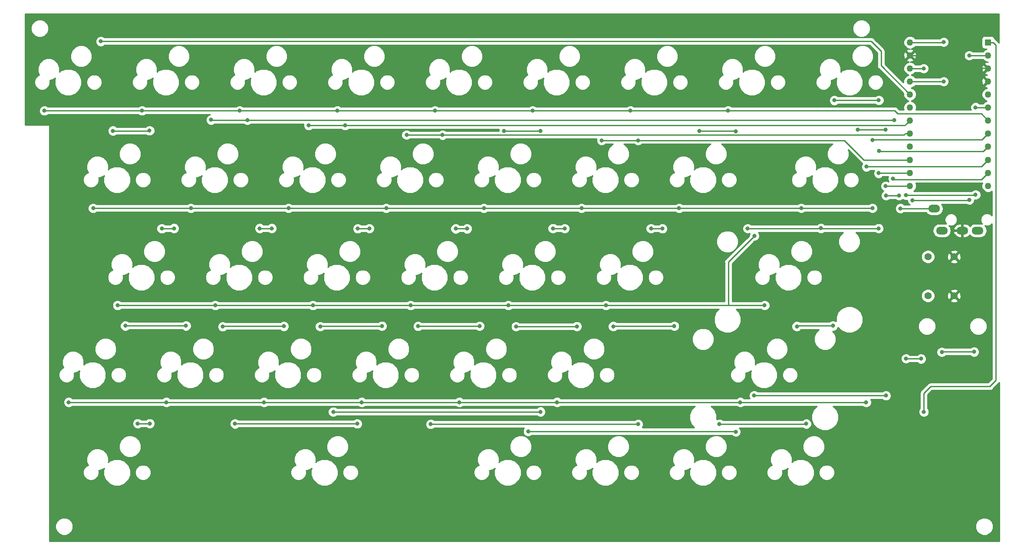
<source format=gtl>
G04 #@! TF.GenerationSoftware,KiCad,Pcbnew,(5.0.2)-1*
G04 #@! TF.CreationDate,2019-03-03T00:18:13+09:00*
G04 #@! TF.ProjectId,pakbd,70616b62-642e-46b6-9963-61645f706362,3*
G04 #@! TF.SameCoordinates,Original*
G04 #@! TF.FileFunction,Copper,L1,Top*
G04 #@! TF.FilePolarity,Positive*
%FSLAX46Y46*%
G04 Gerber Fmt 4.6, Leading zero omitted, Abs format (unit mm)*
G04 Created by KiCad (PCBNEW (5.0.2)-1) date 2019/03/03 0:18:13*
%MOMM*%
%LPD*%
G01*
G04 APERTURE LIST*
G04 #@! TA.AperFunction,ComponentPad*
%ADD10C,1.397000*%
G04 #@! TD*
G04 #@! TA.AperFunction,ComponentPad*
%ADD11C,1.270000*%
G04 #@! TD*
G04 #@! TA.AperFunction,ComponentPad*
%ADD12R,1.270000X1.270000*%
G04 #@! TD*
G04 #@! TA.AperFunction,ComponentPad*
%ADD13O,2.300000X1.500000*%
G04 #@! TD*
G04 #@! TA.AperFunction,ViaPad*
%ADD14C,0.800000*%
G04 #@! TD*
G04 #@! TA.AperFunction,Conductor*
%ADD15C,0.250000*%
G04 #@! TD*
G04 #@! TA.AperFunction,Conductor*
%ADD16C,0.254000*%
G04 #@! TD*
G04 APERTURE END LIST*
D10*
G04 #@! TO.P,SW_r2,2*
G04 #@! TO.N,GND*
X376360000Y-76800000D03*
G04 #@! TO.P,SW_r2,1*
G04 #@! TO.N,reset1*
X371280000Y-76800000D03*
G04 #@! TO.P,SW_r2,2*
G04 #@! TO.N,GND*
X376360000Y-69180000D03*
G04 #@! TO.P,SW_r2,1*
G04 #@! TO.N,reset1*
X371280000Y-69180000D03*
G04 #@! TD*
D11*
G04 #@! TO.P,U2,3*
G04 #@! TO.N,GND*
X383010000Y-32400000D03*
G04 #@! TO.P,U2,7*
G04 #@! TO.N,row6*
X383010000Y-42560000D03*
G04 #@! TO.P,U2,5*
G04 #@! TO.N,xdata1b*
X383010000Y-37480000D03*
G04 #@! TO.P,U2,10*
G04 #@! TO.N,row9*
X383010000Y-50250000D03*
G04 #@! TO.P,U2,8*
G04 #@! TO.N,row7*
X383010000Y-45100000D03*
G04 #@! TO.P,U2,4*
G04 #@! TO.N,GND*
X383010000Y-34940000D03*
G04 #@! TO.P,U2,9*
G04 #@! TO.N,row8*
X383010000Y-47640000D03*
G04 #@! TO.P,U2,2*
G04 #@! TO.N,data1a*
X383010000Y-29860000D03*
D12*
G04 #@! TO.P,U2,1*
G04 #@! TO.N,xdata1a*
X383010000Y-27320000D03*
D11*
G04 #@! TO.P,U2,6*
G04 #@! TO.N,data1b*
X383010000Y-40020000D03*
G04 #@! TO.P,U2,11*
G04 #@! TO.N,row10*
X383010000Y-52790000D03*
G04 #@! TO.P,U2,12*
G04 #@! TO.N,Net-(U2-Pad12)*
X383010000Y-55330000D03*
G04 #@! TO.P,U2,23*
G04 #@! TO.N,GND*
X367770000Y-29860000D03*
G04 #@! TO.P,U2,24*
G04 #@! TO.N,VCC*
X367770000Y-27320000D03*
G04 #@! TO.P,U2,22*
G04 #@! TO.N,reset1*
X367770000Y-32400000D03*
G04 #@! TO.P,U2,21*
G04 #@! TO.N,VCC*
X367770000Y-34940000D03*
G04 #@! TO.P,U2,18*
G04 #@! TO.N,col8*
X367770000Y-42560000D03*
G04 #@! TO.P,U2,17*
G04 #@! TO.N,col9*
X367770000Y-45100000D03*
G04 #@! TO.P,U2,19*
G04 #@! TO.N,col7*
X367770000Y-40020000D03*
G04 #@! TO.P,U2,20*
G04 #@! TO.N,col6*
X367770000Y-37480000D03*
G04 #@! TO.P,U2,16*
G04 #@! TO.N,col10*
X367770000Y-47640000D03*
G04 #@! TO.P,U2,15*
G04 #@! TO.N,col11*
X367770000Y-50250000D03*
G04 #@! TO.P,U2,14*
G04 #@! TO.N,col12*
X367770000Y-52790000D03*
G04 #@! TO.P,U2,13*
G04 #@! TO.N,col13*
X367770000Y-55330000D03*
G04 #@! TD*
D13*
G04 #@! TO.P,J3,2*
G04 #@! TO.N,data1*
X380980000Y-64080000D03*
G04 #@! TO.P,J3,3*
G04 #@! TO.N,GND*
X377980000Y-64080000D03*
G04 #@! TO.P,J3,4*
G04 #@! TO.N,VCC*
X373980000Y-64080000D03*
G04 #@! TO.P,J3,1*
G04 #@! TO.N,xdata1*
X372480000Y-59780000D03*
G04 #@! TD*
D14*
G04 #@! TO.N,row6*
X198930000Y-40660000D03*
X332290000Y-40630000D03*
X217980000Y-40660000D03*
X237020000Y-40660000D03*
X313230000Y-40660000D03*
X256080000Y-40660000D03*
X294170000Y-40660000D03*
X275120000Y-40660000D03*
G04 #@! TO.N,row9*
X241790000Y-97590000D03*
X298930000Y-97590000D03*
X203690000Y-97580000D03*
X359270000Y-51600000D03*
X260840000Y-97590000D03*
X279890000Y-97590000D03*
X334680000Y-97590000D03*
X222740000Y-97590000D03*
X359220000Y-97600000D03*
G04 #@! TO.N,row7*
X360440000Y-46390000D03*
X227500000Y-59710000D03*
X265600000Y-59710000D03*
X303700000Y-59710000D03*
X360440000Y-59700000D03*
X246550000Y-59710000D03*
X284650000Y-59710000D03*
X322740000Y-59710000D03*
X346550000Y-59700000D03*
X208450000Y-59710000D03*
G04 #@! TO.N,row8*
X361690000Y-38620000D03*
X337430000Y-65110000D03*
X353010000Y-38630000D03*
X361730000Y-48550000D03*
X232260000Y-78670000D03*
X339420000Y-78670000D03*
X251310000Y-78670000D03*
X270360000Y-78670000D03*
X289410000Y-78670000D03*
X308460000Y-78670000D03*
X213210000Y-78670000D03*
G04 #@! TO.N,VCC*
X373980000Y-87800000D03*
X374350000Y-34960000D03*
X374350000Y-27250000D03*
X380280000Y-87750000D03*
G04 #@! TO.N,GND*
X212170000Y-107020000D03*
X207570000Y-87960000D03*
X264610000Y-87710000D03*
X252720000Y-106990000D03*
X283690000Y-87770000D03*
X226580000Y-87860000D03*
X307470000Y-107020000D03*
X288450000Y-106900000D03*
X345680000Y-107000000D03*
X326630000Y-107000000D03*
X245660000Y-87900000D03*
X269590000Y-50230000D03*
X212280000Y-50030000D03*
X288580000Y-50100000D03*
X259940000Y-31210000D03*
X377980000Y-32340000D03*
X343260000Y-69130000D03*
X355180000Y-31270000D03*
X240990000Y-31050000D03*
X274360000Y-69420000D03*
X250450000Y-50260000D03*
X326690000Y-50270000D03*
X317110000Y-30800000D03*
X279050000Y-30900000D03*
X221770000Y-30980000D03*
X298030000Y-30940000D03*
X312350000Y-69350000D03*
X302660000Y-87730000D03*
X338410000Y-87730000D03*
X293300000Y-69350000D03*
X255450000Y-69450000D03*
X231260000Y-49940000D03*
X236230000Y-69220000D03*
X217190000Y-69220000D03*
X307580000Y-50240000D03*
X350490000Y-50270000D03*
X336280000Y-31170000D03*
X377980000Y-29910000D03*
X202800000Y-30990000D03*
G04 #@! TO.N,xdata1*
X365890000Y-59740000D03*
G04 #@! TO.N,data1a*
X379330000Y-29890000D03*
X379350000Y-58060000D03*
X368280000Y-58130000D03*
G04 #@! TO.N,data1b*
X369930000Y-89110000D03*
X380570000Y-40020000D03*
X367020000Y-57170000D03*
X380570000Y-57070000D03*
X366990000Y-89060000D03*
G04 #@! TO.N,xdata1a*
X370470000Y-99470000D03*
G04 #@! TO.N,col6*
X214720000Y-82670000D03*
X217130000Y-101750000D03*
X221830000Y-63690000D03*
X209950000Y-27130000D03*
X224220000Y-63640000D03*
X219480000Y-101750000D03*
X219440000Y-44550000D03*
X226560000Y-82660000D03*
X212320000Y-44590000D03*
G04 #@! TO.N,col7*
X259940000Y-101790000D03*
X236130000Y-101800000D03*
X364700000Y-42470000D03*
X243280000Y-63640000D03*
X233720000Y-82820000D03*
X245640000Y-82750000D03*
X240920000Y-63630000D03*
X238510000Y-42470000D03*
X231440000Y-42450000D03*
G04 #@! TO.N,col8*
X260050000Y-63680000D03*
X250470000Y-43530000D03*
X257560000Y-43540000D03*
X252740000Y-82800000D03*
X262310000Y-63660000D03*
X255280000Y-99470000D03*
X295700000Y-99450000D03*
X264770000Y-82700000D03*
G04 #@! TO.N,col9*
X274300000Y-101870000D03*
X271840000Y-82740000D03*
X269590000Y-45390000D03*
X283810000Y-82710000D03*
X281360000Y-63700000D03*
X279160000Y-63710000D03*
X314750000Y-101870000D03*
X276600000Y-45405001D03*
G04 #@! TO.N,col10*
X363100000Y-57230000D03*
X300410000Y-63670000D03*
X295660000Y-44630000D03*
X337390000Y-96290000D03*
X365650000Y-57210000D03*
X298120000Y-63650000D03*
X290930000Y-82810000D03*
X288580000Y-44600000D03*
X293300000Y-103280000D03*
X333800000Y-103360000D03*
X363090000Y-96280000D03*
X302790000Y-82780000D03*
G04 #@! TO.N,col11*
X347550000Y-101810000D03*
X317260000Y-63660000D03*
X321790000Y-82720000D03*
X314710000Y-46440000D03*
X330610000Y-101840000D03*
X307620000Y-46470000D03*
X309890000Y-82770000D03*
X319460000Y-63680000D03*
G04 #@! TO.N,col12*
X361650000Y-63650000D03*
X361660000Y-52860000D03*
X345700000Y-82770000D03*
X326710000Y-44660000D03*
X333760000Y-44680000D03*
X352730000Y-82660000D03*
X350420000Y-63610000D03*
X336120000Y-63670000D03*
G04 #@! TO.N,col13*
X363030000Y-44360000D03*
X357550000Y-44400000D03*
X363030000Y-55370000D03*
G04 #@! TO.N,reset1*
X370430000Y-32420000D03*
G04 #@! TO.N,row10*
X364480000Y-53920000D03*
G04 #@! TD*
D15*
G04 #@! TO.N,row6*
X313230000Y-40660000D02*
X332260000Y-40660000D01*
X364750000Y-40630000D02*
X365380000Y-41260000D01*
X237020000Y-40660000D02*
X256080000Y-40660000D01*
X381710000Y-41260000D02*
X383010000Y-42560000D01*
X332260000Y-40660000D02*
X332290000Y-40630000D01*
X256080000Y-40660000D02*
X275120000Y-40660000D01*
X217980000Y-40660000D02*
X237020000Y-40660000D01*
X365380000Y-41260000D02*
X381710000Y-41260000D01*
X198930000Y-40660000D02*
X217980000Y-40660000D01*
X294170000Y-40660000D02*
X313230000Y-40660000D01*
X332290000Y-40630000D02*
X364750000Y-40630000D01*
X275120000Y-40660000D02*
X294170000Y-40660000D01*
G04 #@! TO.N,row9*
X241790000Y-97590000D02*
X222740000Y-97590000D01*
X359210000Y-97590000D02*
X359220000Y-97600000D01*
X222740000Y-97590000D02*
X203700000Y-97590000D01*
X381730000Y-51530000D02*
X359340000Y-51530000D01*
X359340000Y-51530000D02*
X359270000Y-51600000D01*
X279890000Y-97590000D02*
X260840000Y-97590000D01*
X358910000Y-97590000D02*
X359210000Y-97590000D01*
X382375001Y-50884999D02*
X381730000Y-51530000D01*
X260840000Y-97590000D02*
X241790000Y-97590000D01*
X383010000Y-50250000D02*
X382375001Y-50884999D01*
X334680000Y-97590000D02*
X358910000Y-97590000D01*
X203700000Y-97590000D02*
X203690000Y-97580000D01*
X298930000Y-97590000D02*
X279890000Y-97590000D01*
X334680000Y-97590000D02*
X298930000Y-97590000D01*
G04 #@! TO.N,row7*
X381770000Y-46340000D02*
X360490000Y-46340000D01*
X360440000Y-59700000D02*
X346550000Y-59700000D01*
X360490000Y-46340000D02*
X360440000Y-46390000D01*
X383010000Y-45100000D02*
X382375001Y-45734999D01*
X227500000Y-59710000D02*
X246550000Y-59710000D01*
X303700000Y-59710000D02*
X322740000Y-59710000D01*
X346540000Y-59710000D02*
X346550000Y-59700000D01*
X382375001Y-45734999D02*
X381770000Y-46340000D01*
X208450000Y-59710000D02*
X227500000Y-59710000D01*
X246550000Y-59710000D02*
X265600000Y-59710000D01*
X265600000Y-59710000D02*
X284650000Y-59710000D01*
X284650000Y-59710000D02*
X303700000Y-59710000D01*
X322740000Y-59710000D02*
X346540000Y-59710000D01*
G04 #@! TO.N,row8*
X232260000Y-78670000D02*
X251310000Y-78670000D01*
X251310000Y-78670000D02*
X270360000Y-78670000D01*
X353010000Y-38630000D02*
X361680000Y-38630000D01*
X382375001Y-48274999D02*
X382049999Y-48600001D01*
X361780001Y-48600001D02*
X361730000Y-48550000D01*
X270360000Y-78670000D02*
X289410000Y-78670000D01*
X382049999Y-48600001D02*
X361780001Y-48600001D01*
X383010000Y-47640000D02*
X382375001Y-48274999D01*
X361680000Y-38630000D02*
X361690000Y-38620000D01*
X332350000Y-70190000D02*
X332320000Y-70190000D01*
X332320000Y-70190000D02*
X332320000Y-78670000D01*
X332320000Y-78670000D02*
X339420000Y-78670000D01*
X213210000Y-78670000D02*
X232260000Y-78670000D01*
X337430000Y-65110000D02*
X332350000Y-70190000D01*
X289410000Y-78670000D02*
X308460000Y-78670000D01*
X308460000Y-78670000D02*
X332320000Y-78670000D01*
G04 #@! TO.N,VCC*
X374420000Y-27320000D02*
X374350000Y-27250000D01*
X367770000Y-27320000D02*
X374280000Y-27320000D01*
X380280000Y-87750000D02*
X374030000Y-87750000D01*
X374330000Y-34940000D02*
X374350000Y-34960000D01*
X367770000Y-34940000D02*
X374330000Y-34940000D01*
X374280000Y-27320000D02*
X374350000Y-27250000D01*
X374030000Y-87750000D02*
X373980000Y-87800000D01*
X374370000Y-34940000D02*
X374350000Y-34960000D01*
G04 #@! TO.N,GND*
X378030000Y-29860000D02*
X377980000Y-29910000D01*
X377980000Y-29910000D02*
X367820000Y-29910000D01*
X367820000Y-29910000D02*
X367770000Y-29860000D01*
X382950000Y-32340000D02*
X383010000Y-32400000D01*
X377920000Y-32400000D02*
X377980000Y-32340000D01*
X377980000Y-32340000D02*
X382950000Y-32340000D01*
G04 #@! TO.N,xdata1*
X372480000Y-59780000D02*
X365930000Y-59780000D01*
X365930000Y-59780000D02*
X365890000Y-59740000D01*
G04 #@! TO.N,data1a*
X379330000Y-29890000D02*
X382980000Y-29890000D01*
X382980000Y-29890000D02*
X383010000Y-29860000D01*
X368280000Y-58130000D02*
X379280000Y-58130000D01*
X379280000Y-58130000D02*
X379350000Y-58060000D01*
G04 #@! TO.N,data1b*
X380570000Y-40020000D02*
X383010000Y-40020000D01*
X367040000Y-89110000D02*
X366990000Y-89060000D01*
X367020000Y-57170000D02*
X380470000Y-57170000D01*
X380470000Y-57170000D02*
X380570000Y-57070000D01*
X369930000Y-89110000D02*
X367040000Y-89110000D01*
G04 #@! TO.N,xdata1a*
X383330000Y-94510000D02*
X384510000Y-93330000D01*
X383970000Y-27320000D02*
X383010000Y-27320000D01*
X384510000Y-27860000D02*
X383970000Y-27320000D01*
X384510000Y-93330000D02*
X384510000Y-27860000D01*
X371780000Y-94510000D02*
X383330000Y-94510000D01*
X370470000Y-95820000D02*
X371780000Y-94510000D01*
X370470000Y-99470000D02*
X370470000Y-95820000D01*
G04 #@! TO.N,col6*
X360220000Y-27120000D02*
X209960000Y-27120000D01*
X362145001Y-31855001D02*
X362145001Y-29045001D01*
X226560000Y-82660000D02*
X214730000Y-82660000D01*
X214730000Y-82660000D02*
X214720000Y-82670000D01*
X217130000Y-101750000D02*
X219480000Y-101750000D01*
X361304999Y-28204999D02*
X360220000Y-27120000D01*
X367770000Y-37480000D02*
X362145001Y-31855001D01*
X221830000Y-63690000D02*
X224170000Y-63690000D01*
X219400000Y-44590000D02*
X219440000Y-44550000D01*
X224170000Y-63690000D02*
X224220000Y-63640000D01*
X212320000Y-44590000D02*
X219400000Y-44590000D01*
X209960000Y-27120000D02*
X209950000Y-27130000D01*
X362145001Y-29045001D02*
X361304999Y-28204999D01*
G04 #@! TO.N,col7*
X364700000Y-42470000D02*
X238510000Y-42470000D01*
X238510000Y-42470000D02*
X231460000Y-42470000D01*
X233790000Y-82750000D02*
X233720000Y-82820000D01*
X236130000Y-101800000D02*
X259930000Y-101800000D01*
X240920000Y-63630000D02*
X243270000Y-63630000D01*
X245640000Y-82750000D02*
X233790000Y-82750000D01*
X259930000Y-101800000D02*
X259940000Y-101790000D01*
X231460000Y-42470000D02*
X231440000Y-42450000D01*
X243270000Y-63630000D02*
X243280000Y-63640000D01*
G04 #@! TO.N,col8*
X257560000Y-43540000D02*
X250480000Y-43540000D01*
X250480000Y-43540000D02*
X250470000Y-43530000D01*
X367135001Y-43194999D02*
X367115001Y-43194999D01*
X252840000Y-82700000D02*
X252740000Y-82800000D01*
X367115001Y-43194999D02*
X366770000Y-43540000D01*
X260050000Y-63680000D02*
X262290000Y-63680000D01*
X367770000Y-42560000D02*
X367135001Y-43194999D01*
X255280000Y-99470000D02*
X295680000Y-99470000D01*
X262290000Y-63680000D02*
X262310000Y-63660000D01*
X264770000Y-82700000D02*
X252840000Y-82700000D01*
X366770000Y-43540000D02*
X257560000Y-43540000D01*
X295680000Y-99470000D02*
X295700000Y-99450000D01*
G04 #@! TO.N,col9*
X366566974Y-45405001D02*
X276600000Y-45405001D01*
X269605001Y-45405001D02*
X269590000Y-45390000D01*
X366591975Y-45380000D02*
X366566974Y-45405001D01*
X276600000Y-45405001D02*
X269605001Y-45405001D01*
X367770000Y-45100000D02*
X366871975Y-45100000D01*
X274300000Y-101870000D02*
X314750000Y-101870000D01*
X271870000Y-82710000D02*
X271840000Y-82740000D01*
X281350000Y-63710000D02*
X281360000Y-63700000D01*
X279160000Y-63710000D02*
X281350000Y-63710000D01*
X283810000Y-82710000D02*
X271870000Y-82710000D01*
X366871975Y-45100000D02*
X366591975Y-45380000D01*
G04 #@! TO.N,col10*
X365650000Y-57210000D02*
X363120000Y-57210000D01*
X290960000Y-82780000D02*
X290930000Y-82810000D01*
X295630000Y-44600000D02*
X295660000Y-44630000D01*
X302790000Y-82780000D02*
X290960000Y-82780000D01*
X300390000Y-63650000D02*
X300410000Y-63670000D01*
X337400000Y-96280000D02*
X337390000Y-96290000D01*
X293300000Y-103280000D02*
X333720000Y-103280000D01*
X298120000Y-63650000D02*
X300390000Y-63650000D01*
X363120000Y-57210000D02*
X363100000Y-57230000D01*
X363090000Y-96280000D02*
X337400000Y-96280000D01*
X333720000Y-103280000D02*
X333800000Y-103360000D01*
X288580000Y-44600000D02*
X295630000Y-44600000D01*
G04 #@! TO.N,col11*
X366871975Y-50250000D02*
X358790000Y-50250000D01*
X358790000Y-50250000D02*
X354980000Y-46440000D01*
X367770000Y-50250000D02*
X366871975Y-50250000D01*
X330610000Y-101840000D02*
X347520000Y-101840000D01*
X354980000Y-46440000D02*
X314710000Y-46440000D01*
X307650000Y-46440000D02*
X307620000Y-46470000D01*
X314710000Y-46440000D02*
X307650000Y-46440000D01*
X347520000Y-101840000D02*
X347550000Y-101810000D01*
X321790000Y-82720000D02*
X309940000Y-82720000D01*
X319440000Y-63660000D02*
X319460000Y-63680000D01*
X317260000Y-63660000D02*
X319440000Y-63660000D01*
X309940000Y-82720000D02*
X309890000Y-82770000D01*
G04 #@! TO.N,col12*
X345810000Y-82660000D02*
X345700000Y-82770000D01*
X326710000Y-44660000D02*
X333740000Y-44660000D01*
X350460000Y-63650000D02*
X350420000Y-63610000D01*
X333740000Y-44660000D02*
X333760000Y-44680000D01*
X361730000Y-52790000D02*
X361660000Y-52860000D01*
X336120000Y-63670000D02*
X350360000Y-63670000D01*
X352730000Y-82660000D02*
X345810000Y-82660000D01*
X367770000Y-52790000D02*
X361730000Y-52790000D01*
X350360000Y-63670000D02*
X350420000Y-63610000D01*
X361650000Y-63650000D02*
X350460000Y-63650000D01*
G04 #@! TO.N,col13*
X367730000Y-55370000D02*
X367770000Y-55330000D01*
X357550000Y-44400000D02*
X362990000Y-44400000D01*
X363030000Y-55370000D02*
X367730000Y-55370000D01*
X362990000Y-44400000D02*
X363030000Y-44360000D01*
G04 #@! TO.N,reset1*
X370430000Y-32420000D02*
X367790000Y-32420000D01*
X367790000Y-32420000D02*
X367770000Y-32400000D01*
G04 #@! TO.N,row10*
X364620000Y-54060000D02*
X364480000Y-53920000D01*
X381740000Y-54060000D02*
X364620000Y-54060000D01*
X383010000Y-52790000D02*
X381740000Y-54060000D01*
G04 #@! TD*
D16*
G04 #@! TO.N,GND*
G36*
X385143012Y-21736987D02*
X385143565Y-27440233D01*
X385100329Y-27375526D01*
X385100327Y-27375524D01*
X385057929Y-27312071D01*
X384994475Y-27269672D01*
X384560330Y-26835529D01*
X384517929Y-26772071D01*
X384277851Y-26611656D01*
X384243157Y-26437235D01*
X384102809Y-26227191D01*
X383892765Y-26086843D01*
X383645000Y-26037560D01*
X382375000Y-26037560D01*
X382127235Y-26086843D01*
X381917191Y-26227191D01*
X381776843Y-26437235D01*
X381727560Y-26685000D01*
X381727560Y-27955000D01*
X381776843Y-28202765D01*
X381917191Y-28412809D01*
X382127235Y-28553157D01*
X382375000Y-28602440D01*
X382727348Y-28602440D01*
X382290603Y-28783346D01*
X381943949Y-29130000D01*
X380033711Y-29130000D01*
X379916280Y-29012569D01*
X379535874Y-28855000D01*
X379124126Y-28855000D01*
X378743720Y-29012569D01*
X378452569Y-29303720D01*
X378295000Y-29684126D01*
X378295000Y-30095874D01*
X378452569Y-30476280D01*
X378743720Y-30767431D01*
X379124126Y-30925000D01*
X379535874Y-30925000D01*
X379916280Y-30767431D01*
X380033711Y-30650000D01*
X382003949Y-30650000D01*
X382290603Y-30936654D01*
X382757381Y-31130000D01*
X382972532Y-31130000D01*
X382682977Y-31147094D01*
X382355303Y-31282821D01*
X382301472Y-31511867D01*
X383010000Y-32220395D01*
X383024143Y-32206253D01*
X383203748Y-32385858D01*
X383189605Y-32400000D01*
X383203748Y-32414143D01*
X383024143Y-32593748D01*
X383010000Y-32579605D01*
X382301472Y-33288133D01*
X382355303Y-33517179D01*
X382821761Y-33678901D01*
X382682977Y-33687094D01*
X382355303Y-33822821D01*
X382301472Y-34051867D01*
X383010000Y-34760395D01*
X383024143Y-34746253D01*
X383203748Y-34925858D01*
X383189605Y-34940000D01*
X383203748Y-34954143D01*
X383024143Y-35133748D01*
X383010000Y-35119605D01*
X382301472Y-35828133D01*
X382355303Y-36057179D01*
X382796088Y-36210000D01*
X382757381Y-36210000D01*
X382290603Y-36403346D01*
X381933346Y-36760603D01*
X381740000Y-37227381D01*
X381740000Y-37732619D01*
X381933346Y-38199397D01*
X382290603Y-38556654D01*
X382757381Y-38750000D01*
X382290603Y-38943346D01*
X381973949Y-39260000D01*
X381273711Y-39260000D01*
X381156280Y-39142569D01*
X380775874Y-38985000D01*
X380364126Y-38985000D01*
X379983720Y-39142569D01*
X379692569Y-39433720D01*
X379535000Y-39814126D01*
X379535000Y-40225874D01*
X379648546Y-40500000D01*
X368945816Y-40500000D01*
X369040000Y-40272619D01*
X369040000Y-39767381D01*
X368846654Y-39300603D01*
X368489397Y-38943346D01*
X368022619Y-38750000D01*
X368489397Y-38556654D01*
X368846654Y-38199397D01*
X369040000Y-37732619D01*
X369040000Y-37227381D01*
X368846654Y-36760603D01*
X368489397Y-36403346D01*
X368022619Y-36210000D01*
X368489397Y-36016654D01*
X368806051Y-35700000D01*
X373626289Y-35700000D01*
X373763720Y-35837431D01*
X374144126Y-35995000D01*
X374555874Y-35995000D01*
X374936280Y-35837431D01*
X375227431Y-35546280D01*
X375385000Y-35165874D01*
X375385000Y-34762664D01*
X381727319Y-34762664D01*
X381757094Y-35267023D01*
X381892821Y-35594697D01*
X382121867Y-35648528D01*
X382830395Y-34940000D01*
X382121867Y-34231472D01*
X381892821Y-34285303D01*
X381727319Y-34762664D01*
X375385000Y-34762664D01*
X375385000Y-34754126D01*
X375227431Y-34373720D01*
X374936280Y-34082569D01*
X374555874Y-33925000D01*
X374144126Y-33925000D01*
X373763720Y-34082569D01*
X373666289Y-34180000D01*
X368806051Y-34180000D01*
X368489397Y-33863346D01*
X368022619Y-33670000D01*
X368489397Y-33476654D01*
X368786051Y-33180000D01*
X369726289Y-33180000D01*
X369843720Y-33297431D01*
X370224126Y-33455000D01*
X370635874Y-33455000D01*
X371016280Y-33297431D01*
X371307431Y-33006280D01*
X371465000Y-32625874D01*
X371465000Y-32222664D01*
X381727319Y-32222664D01*
X381757094Y-32727023D01*
X381892821Y-33054697D01*
X382121867Y-33108528D01*
X382830395Y-32400000D01*
X382121867Y-31691472D01*
X381892821Y-31745303D01*
X381727319Y-32222664D01*
X371465000Y-32222664D01*
X371465000Y-32214126D01*
X371307431Y-31833720D01*
X371016280Y-31542569D01*
X370635874Y-31385000D01*
X370224126Y-31385000D01*
X369843720Y-31542569D01*
X369726289Y-31660000D01*
X368826051Y-31660000D01*
X368489397Y-31323346D01*
X368022619Y-31130000D01*
X367807468Y-31130000D01*
X368097023Y-31112906D01*
X368424697Y-30977179D01*
X368478528Y-30748133D01*
X367770000Y-30039605D01*
X367061472Y-30748133D01*
X367115303Y-30977179D01*
X367556088Y-31130000D01*
X367517381Y-31130000D01*
X367050603Y-31323346D01*
X366693346Y-31680603D01*
X366500000Y-32147381D01*
X366500000Y-32652619D01*
X366693346Y-33119397D01*
X367050603Y-33476654D01*
X367517381Y-33670000D01*
X367050603Y-33863346D01*
X366693346Y-34220603D01*
X366500000Y-34687381D01*
X366500000Y-35135198D01*
X362905001Y-31540200D01*
X362905001Y-29682664D01*
X366487319Y-29682664D01*
X366517094Y-30187023D01*
X366652821Y-30514697D01*
X366881867Y-30568528D01*
X367590395Y-29860000D01*
X367949605Y-29860000D01*
X368658133Y-30568528D01*
X368887179Y-30514697D01*
X369052681Y-30037336D01*
X369022906Y-29532977D01*
X368887179Y-29205303D01*
X368658133Y-29151472D01*
X367949605Y-29860000D01*
X367590395Y-29860000D01*
X366881867Y-29151472D01*
X366652821Y-29205303D01*
X366487319Y-29682664D01*
X362905001Y-29682664D01*
X362905001Y-29119847D01*
X362919889Y-29045000D01*
X362905001Y-28970153D01*
X362905001Y-28970149D01*
X362860905Y-28748464D01*
X362692930Y-28497072D01*
X362629474Y-28454672D01*
X361895332Y-27720531D01*
X361895328Y-27720525D01*
X361242184Y-27067381D01*
X366500000Y-27067381D01*
X366500000Y-27572619D01*
X366693346Y-28039397D01*
X367050603Y-28396654D01*
X367517381Y-28590000D01*
X367732532Y-28590000D01*
X367442977Y-28607094D01*
X367115303Y-28742821D01*
X367061472Y-28971867D01*
X367770000Y-29680395D01*
X368478528Y-28971867D01*
X368424697Y-28742821D01*
X367983912Y-28590000D01*
X368022619Y-28590000D01*
X368489397Y-28396654D01*
X368806051Y-28080000D01*
X373716289Y-28080000D01*
X373763720Y-28127431D01*
X374144126Y-28285000D01*
X374555874Y-28285000D01*
X374936280Y-28127431D01*
X375227431Y-27836280D01*
X375385000Y-27455874D01*
X375385000Y-27044126D01*
X375227431Y-26663720D01*
X374936280Y-26372569D01*
X374555874Y-26215000D01*
X374144126Y-26215000D01*
X373763720Y-26372569D01*
X373576289Y-26560000D01*
X368806051Y-26560000D01*
X368489397Y-26243346D01*
X368022619Y-26050000D01*
X367517381Y-26050000D01*
X367050603Y-26243346D01*
X366693346Y-26600603D01*
X366500000Y-27067381D01*
X361242184Y-27067381D01*
X360810331Y-26635529D01*
X360767929Y-26572071D01*
X360516537Y-26404096D01*
X360294852Y-26360000D01*
X360294847Y-26360000D01*
X360220000Y-26345112D01*
X360145153Y-26360000D01*
X210643711Y-26360000D01*
X210536280Y-26252569D01*
X210155874Y-26095000D01*
X209744126Y-26095000D01*
X209363720Y-26252569D01*
X209072569Y-26543720D01*
X208915000Y-26924126D01*
X208915000Y-27335874D01*
X209072569Y-27716280D01*
X209363720Y-28007431D01*
X209744126Y-28165000D01*
X210155874Y-28165000D01*
X210536280Y-28007431D01*
X210663711Y-27880000D01*
X359905199Y-27880000D01*
X360820525Y-28795328D01*
X360820531Y-28795332D01*
X361385002Y-29359804D01*
X361385001Y-31780154D01*
X361370113Y-31855001D01*
X361385001Y-31929848D01*
X361385001Y-31929852D01*
X361429097Y-32151537D01*
X361597072Y-32402930D01*
X361660531Y-32445332D01*
X366500000Y-37284802D01*
X366500000Y-37732619D01*
X366693346Y-38199397D01*
X367050603Y-38556654D01*
X367517381Y-38750000D01*
X367050603Y-38943346D01*
X366693346Y-39300603D01*
X366500000Y-39767381D01*
X366500000Y-40272619D01*
X366594184Y-40500000D01*
X365694802Y-40500000D01*
X365340331Y-40145530D01*
X365297929Y-40082071D01*
X365046537Y-39914096D01*
X364824852Y-39870000D01*
X364824847Y-39870000D01*
X364750000Y-39855112D01*
X364675153Y-39870000D01*
X332993711Y-39870000D01*
X332876280Y-39752569D01*
X332495874Y-39595000D01*
X332084126Y-39595000D01*
X331703720Y-39752569D01*
X331556289Y-39900000D01*
X313933711Y-39900000D01*
X313816280Y-39782569D01*
X313435874Y-39625000D01*
X313024126Y-39625000D01*
X312643720Y-39782569D01*
X312526289Y-39900000D01*
X294873711Y-39900000D01*
X294756280Y-39782569D01*
X294375874Y-39625000D01*
X293964126Y-39625000D01*
X293583720Y-39782569D01*
X293466289Y-39900000D01*
X275823711Y-39900000D01*
X275706280Y-39782569D01*
X275325874Y-39625000D01*
X274914126Y-39625000D01*
X274533720Y-39782569D01*
X274416289Y-39900000D01*
X256783711Y-39900000D01*
X256666280Y-39782569D01*
X256285874Y-39625000D01*
X255874126Y-39625000D01*
X255493720Y-39782569D01*
X255376289Y-39900000D01*
X237723711Y-39900000D01*
X237606280Y-39782569D01*
X237225874Y-39625000D01*
X236814126Y-39625000D01*
X236433720Y-39782569D01*
X236316289Y-39900000D01*
X218683711Y-39900000D01*
X218566280Y-39782569D01*
X218185874Y-39625000D01*
X217774126Y-39625000D01*
X217393720Y-39782569D01*
X217276289Y-39900000D01*
X199633711Y-39900000D01*
X199516280Y-39782569D01*
X199135874Y-39625000D01*
X198724126Y-39625000D01*
X198343720Y-39782569D01*
X198052569Y-40073720D01*
X197895000Y-40454126D01*
X197895000Y-40865874D01*
X198052569Y-41246280D01*
X198343720Y-41537431D01*
X198724126Y-41695000D01*
X199135874Y-41695000D01*
X199516280Y-41537431D01*
X199633711Y-41420000D01*
X217276289Y-41420000D01*
X217393720Y-41537431D01*
X217774126Y-41695000D01*
X218185874Y-41695000D01*
X218566280Y-41537431D01*
X218683711Y-41420000D01*
X231222055Y-41420000D01*
X230853720Y-41572569D01*
X230562569Y-41863720D01*
X230405000Y-42244126D01*
X230405000Y-42655874D01*
X230562569Y-43036280D01*
X230853720Y-43327431D01*
X231234126Y-43485000D01*
X231645874Y-43485000D01*
X232026280Y-43327431D01*
X232123711Y-43230000D01*
X237806289Y-43230000D01*
X237923720Y-43347431D01*
X238304126Y-43505000D01*
X238715874Y-43505000D01*
X239096280Y-43347431D01*
X239213711Y-43230000D01*
X249473988Y-43230000D01*
X249435000Y-43324126D01*
X249435000Y-43735874D01*
X249592569Y-44116280D01*
X249883720Y-44407431D01*
X250264126Y-44565000D01*
X250675874Y-44565000D01*
X251056280Y-44407431D01*
X251163711Y-44300000D01*
X256856289Y-44300000D01*
X256973720Y-44417431D01*
X257354126Y-44575000D01*
X257765874Y-44575000D01*
X258146280Y-44417431D01*
X258263711Y-44300000D01*
X287583988Y-44300000D01*
X287545000Y-44394126D01*
X287545000Y-44645001D01*
X277303711Y-44645001D01*
X277186280Y-44527570D01*
X276805874Y-44370001D01*
X276394126Y-44370001D01*
X276013720Y-44527570D01*
X275896289Y-44645001D01*
X270308712Y-44645001D01*
X270176280Y-44512569D01*
X269795874Y-44355000D01*
X269384126Y-44355000D01*
X269003720Y-44512569D01*
X268712569Y-44803720D01*
X268555000Y-45184126D01*
X268555000Y-45595874D01*
X268712569Y-45976280D01*
X269003720Y-46267431D01*
X269384126Y-46425000D01*
X269795874Y-46425000D01*
X270176280Y-46267431D01*
X270278710Y-46165001D01*
X275896289Y-46165001D01*
X276013720Y-46282432D01*
X276394126Y-46440001D01*
X276805874Y-46440001D01*
X277186280Y-46282432D01*
X277303711Y-46165001D01*
X306626059Y-46165001D01*
X306585000Y-46264126D01*
X306585000Y-46675874D01*
X306742569Y-47056280D01*
X307033720Y-47347431D01*
X307414126Y-47505000D01*
X307825874Y-47505000D01*
X308206280Y-47347431D01*
X308353711Y-47200000D01*
X309844697Y-47200000D01*
X309675620Y-47270034D01*
X309075034Y-47870620D01*
X308750000Y-48655322D01*
X308750000Y-49504678D01*
X309075034Y-50289380D01*
X309675620Y-50889966D01*
X310460322Y-51215000D01*
X311309678Y-51215000D01*
X312094380Y-50889966D01*
X312694966Y-50289380D01*
X313020000Y-49504678D01*
X313020000Y-48655322D01*
X312694966Y-47870620D01*
X312094380Y-47270034D01*
X311925303Y-47200000D01*
X314006289Y-47200000D01*
X314123720Y-47317431D01*
X314504126Y-47475000D01*
X314915874Y-47475000D01*
X315296280Y-47317431D01*
X315413711Y-47200000D01*
X328894697Y-47200000D01*
X328725620Y-47270034D01*
X328125034Y-47870620D01*
X327800000Y-48655322D01*
X327800000Y-49504678D01*
X328125034Y-50289380D01*
X328725620Y-50889966D01*
X329510322Y-51215000D01*
X330359678Y-51215000D01*
X331144380Y-50889966D01*
X331744966Y-50289380D01*
X332070000Y-49504678D01*
X332070000Y-48655322D01*
X331744966Y-47870620D01*
X331144380Y-47270034D01*
X330975303Y-47200000D01*
X352707197Y-47200000D01*
X352538120Y-47270034D01*
X351937534Y-47870620D01*
X351612500Y-48655322D01*
X351612500Y-49504678D01*
X351937534Y-50289380D01*
X352538120Y-50889966D01*
X353322822Y-51215000D01*
X354172178Y-51215000D01*
X354956880Y-50889966D01*
X355557466Y-50289380D01*
X355882500Y-49504678D01*
X355882500Y-48655322D01*
X355714194Y-48248996D01*
X358199671Y-50734473D01*
X358242071Y-50797929D01*
X358305527Y-50840329D01*
X358461645Y-50944644D01*
X358392569Y-51013720D01*
X358235000Y-51394126D01*
X358235000Y-51805874D01*
X358392569Y-52186280D01*
X358683720Y-52477431D01*
X359064126Y-52635000D01*
X359475874Y-52635000D01*
X359856280Y-52477431D01*
X360043711Y-52290000D01*
X360775826Y-52290000D01*
X360625000Y-52654126D01*
X360625000Y-53065874D01*
X360782569Y-53446280D01*
X361073720Y-53737431D01*
X361454126Y-53895000D01*
X361865874Y-53895000D01*
X362246280Y-53737431D01*
X362433711Y-53550000D01*
X363512983Y-53550000D01*
X363445000Y-53714126D01*
X363445000Y-54125874D01*
X363592874Y-54482874D01*
X363235874Y-54335000D01*
X362824126Y-54335000D01*
X362443720Y-54492569D01*
X362152569Y-54783720D01*
X361995000Y-55164126D01*
X361995000Y-55575874D01*
X362152569Y-55956280D01*
X362443720Y-56247431D01*
X362605633Y-56314497D01*
X362513720Y-56352569D01*
X362222569Y-56643720D01*
X362065000Y-57024126D01*
X362065000Y-57435874D01*
X362222569Y-57816280D01*
X362513720Y-58107431D01*
X362894126Y-58265000D01*
X363305874Y-58265000D01*
X363686280Y-58107431D01*
X363823711Y-57970000D01*
X364946289Y-57970000D01*
X365063720Y-58087431D01*
X365444126Y-58245000D01*
X365855874Y-58245000D01*
X366236280Y-58087431D01*
X366355000Y-57968711D01*
X366433720Y-58047431D01*
X366814126Y-58205000D01*
X367225874Y-58205000D01*
X367245000Y-58197078D01*
X367245000Y-58335874D01*
X367402569Y-58716280D01*
X367693720Y-59007431D01*
X367724064Y-59020000D01*
X366633711Y-59020000D01*
X366476280Y-58862569D01*
X366095874Y-58705000D01*
X365684126Y-58705000D01*
X365303720Y-58862569D01*
X365012569Y-59153720D01*
X364855000Y-59534126D01*
X364855000Y-59945874D01*
X365012569Y-60326280D01*
X365303720Y-60617431D01*
X365684126Y-60775000D01*
X366095874Y-60775000D01*
X366476280Y-60617431D01*
X366553711Y-60540000D01*
X370922091Y-60540000D01*
X371081471Y-60778529D01*
X371539600Y-61084641D01*
X371943593Y-61165000D01*
X373016407Y-61165000D01*
X373420400Y-61084641D01*
X373878529Y-60778529D01*
X374184641Y-60320400D01*
X374292133Y-59780000D01*
X374184641Y-59239600D01*
X373951046Y-58890000D01*
X378716289Y-58890000D01*
X378763720Y-58937431D01*
X379144126Y-59095000D01*
X379555874Y-59095000D01*
X379936280Y-58937431D01*
X380227431Y-58646280D01*
X380385000Y-58265874D01*
X380385000Y-58105000D01*
X380775874Y-58105000D01*
X381156280Y-57947431D01*
X381447431Y-57656280D01*
X381605000Y-57275874D01*
X381605000Y-56864126D01*
X381447431Y-56483720D01*
X381156280Y-56192569D01*
X380775874Y-56035000D01*
X380364126Y-56035000D01*
X379983720Y-56192569D01*
X379766289Y-56410000D01*
X368481319Y-56410000D01*
X368489397Y-56406654D01*
X368846654Y-56049397D01*
X369040000Y-55582619D01*
X369040000Y-55077381D01*
X368933389Y-54820000D01*
X381665153Y-54820000D01*
X381740000Y-54834888D01*
X381814847Y-54820000D01*
X381814852Y-54820000D01*
X381849462Y-54813116D01*
X381740000Y-55077381D01*
X381740000Y-55582619D01*
X381933346Y-56049397D01*
X382290603Y-56406654D01*
X382757381Y-56600000D01*
X383262619Y-56600000D01*
X383729397Y-56406654D01*
X383750001Y-56386050D01*
X383750000Y-61153447D01*
X383479571Y-60883018D01*
X383025657Y-60695000D01*
X382534343Y-60695000D01*
X382080429Y-60883018D01*
X381733018Y-61230429D01*
X381545000Y-61684343D01*
X381545000Y-62175657D01*
X381733018Y-62629571D01*
X381868478Y-62765031D01*
X381516407Y-62695000D01*
X380443593Y-62695000D01*
X380039600Y-62775359D01*
X379581471Y-63081471D01*
X379475827Y-63239579D01*
X379449145Y-63190460D01*
X379027349Y-62849028D01*
X378507000Y-62695000D01*
X378107000Y-62695000D01*
X378107000Y-63953000D01*
X378127000Y-63953000D01*
X378127000Y-64207000D01*
X378107000Y-64207000D01*
X378107000Y-65465000D01*
X378507000Y-65465000D01*
X379027349Y-65310972D01*
X379449145Y-64969540D01*
X379475827Y-64920421D01*
X379581471Y-65078529D01*
X380039600Y-65384641D01*
X380443593Y-65465000D01*
X381516407Y-65465000D01*
X381920400Y-65384641D01*
X382378529Y-65078529D01*
X382684641Y-64620400D01*
X382792133Y-64080000D01*
X382684641Y-63539600D01*
X382396072Y-63107726D01*
X382534343Y-63165000D01*
X383025657Y-63165000D01*
X383479571Y-62976982D01*
X383750000Y-62706553D01*
X383750000Y-93015198D01*
X383015199Y-93750000D01*
X371854848Y-93750000D01*
X371780000Y-93735112D01*
X371705152Y-93750000D01*
X371705148Y-93750000D01*
X371531605Y-93784520D01*
X371483462Y-93794096D01*
X371357998Y-93877929D01*
X371232071Y-93962071D01*
X371189671Y-94025527D01*
X369985528Y-95229671D01*
X369922072Y-95272071D01*
X369879672Y-95335527D01*
X369879671Y-95335528D01*
X369754097Y-95523463D01*
X369695112Y-95820000D01*
X369710001Y-95894852D01*
X369710000Y-98766289D01*
X369592569Y-98883720D01*
X369435000Y-99264126D01*
X369435000Y-99675874D01*
X369592569Y-100056280D01*
X369883720Y-100347431D01*
X370264126Y-100505000D01*
X370675874Y-100505000D01*
X371056280Y-100347431D01*
X371347431Y-100056280D01*
X371505000Y-99675874D01*
X371505000Y-99264126D01*
X371347431Y-98883720D01*
X371230000Y-98766289D01*
X371230000Y-96134801D01*
X372094802Y-95270000D01*
X383255153Y-95270000D01*
X383330000Y-95284888D01*
X383404847Y-95270000D01*
X383404852Y-95270000D01*
X383626537Y-95225904D01*
X383877929Y-95057929D01*
X383920331Y-94994470D01*
X384994473Y-93920329D01*
X385057929Y-93877929D01*
X385149987Y-93740154D01*
X385152988Y-124713000D01*
X199946984Y-124713000D01*
X199946589Y-121494887D01*
X201075000Y-121494887D01*
X201075000Y-122185113D01*
X201339138Y-122822799D01*
X201827201Y-123310862D01*
X202464887Y-123575000D01*
X203155113Y-123575000D01*
X203792799Y-123310862D01*
X204280862Y-122822799D01*
X204545000Y-122185113D01*
X204545000Y-121494887D01*
X380545000Y-121494887D01*
X380545000Y-122185113D01*
X380809138Y-122822799D01*
X381297201Y-123310862D01*
X381934887Y-123575000D01*
X382625113Y-123575000D01*
X383262799Y-123310862D01*
X383750862Y-122822799D01*
X384015000Y-122185113D01*
X384015000Y-121494887D01*
X383750862Y-120857201D01*
X383262799Y-120369138D01*
X382625113Y-120105000D01*
X381934887Y-120105000D01*
X381297201Y-120369138D01*
X380809138Y-120857201D01*
X380545000Y-121494887D01*
X204545000Y-121494887D01*
X204280862Y-120857201D01*
X203792799Y-120369138D01*
X203155113Y-120105000D01*
X202464887Y-120105000D01*
X201827201Y-120369138D01*
X201339138Y-120857201D01*
X201075000Y-121494887D01*
X199946589Y-121494887D01*
X199945299Y-111004670D01*
X206479500Y-111004670D01*
X206479500Y-111615330D01*
X206713190Y-112179507D01*
X207144993Y-112611310D01*
X207709170Y-112845000D01*
X208319830Y-112845000D01*
X208884007Y-112611310D01*
X209315810Y-112179507D01*
X209549500Y-111615330D01*
X209549500Y-111004670D01*
X209508215Y-110905000D01*
X209709178Y-110905000D01*
X210493880Y-110579966D01*
X210580783Y-110493063D01*
X210459500Y-110785866D01*
X210459500Y-111834134D01*
X210860655Y-112802608D01*
X211601892Y-113543845D01*
X212570366Y-113945000D01*
X213618634Y-113945000D01*
X214587108Y-113543845D01*
X215328345Y-112802608D01*
X215729500Y-111834134D01*
X215729500Y-111004670D01*
X216639500Y-111004670D01*
X216639500Y-111615330D01*
X216873190Y-112179507D01*
X217304993Y-112611310D01*
X217869170Y-112845000D01*
X218479830Y-112845000D01*
X219044007Y-112611310D01*
X219475810Y-112179507D01*
X219709500Y-111615330D01*
X219709500Y-111004670D01*
X246967000Y-111004670D01*
X246967000Y-111615330D01*
X247200690Y-112179507D01*
X247632493Y-112611310D01*
X248196670Y-112845000D01*
X248807330Y-112845000D01*
X249371507Y-112611310D01*
X249803310Y-112179507D01*
X250037000Y-111615330D01*
X250037000Y-111004670D01*
X249995715Y-110905000D01*
X250196678Y-110905000D01*
X250981380Y-110579966D01*
X251068283Y-110493063D01*
X250947000Y-110785866D01*
X250947000Y-111834134D01*
X251348155Y-112802608D01*
X252089392Y-113543845D01*
X253057866Y-113945000D01*
X254106134Y-113945000D01*
X255074608Y-113543845D01*
X255815845Y-112802608D01*
X256217000Y-111834134D01*
X256217000Y-111004670D01*
X257127000Y-111004670D01*
X257127000Y-111615330D01*
X257360690Y-112179507D01*
X257792493Y-112611310D01*
X258356670Y-112845000D01*
X258967330Y-112845000D01*
X259531507Y-112611310D01*
X259963310Y-112179507D01*
X260197000Y-111615330D01*
X260197000Y-111004670D01*
X282694500Y-111004670D01*
X282694500Y-111615330D01*
X282928190Y-112179507D01*
X283359993Y-112611310D01*
X283924170Y-112845000D01*
X284534830Y-112845000D01*
X285099007Y-112611310D01*
X285530810Y-112179507D01*
X285764500Y-111615330D01*
X285764500Y-111004670D01*
X285723215Y-110905000D01*
X285924178Y-110905000D01*
X286708880Y-110579966D01*
X286795783Y-110493063D01*
X286674500Y-110785866D01*
X286674500Y-111834134D01*
X287075655Y-112802608D01*
X287816892Y-113543845D01*
X288785366Y-113945000D01*
X289833634Y-113945000D01*
X290802108Y-113543845D01*
X291543345Y-112802608D01*
X291944500Y-111834134D01*
X291944500Y-111004670D01*
X292854500Y-111004670D01*
X292854500Y-111615330D01*
X293088190Y-112179507D01*
X293519993Y-112611310D01*
X294084170Y-112845000D01*
X294694830Y-112845000D01*
X295259007Y-112611310D01*
X295690810Y-112179507D01*
X295924500Y-111615330D01*
X295924500Y-111004670D01*
X301744500Y-111004670D01*
X301744500Y-111615330D01*
X301978190Y-112179507D01*
X302409993Y-112611310D01*
X302974170Y-112845000D01*
X303584830Y-112845000D01*
X304149007Y-112611310D01*
X304580810Y-112179507D01*
X304814500Y-111615330D01*
X304814500Y-111004670D01*
X304773215Y-110905000D01*
X304974178Y-110905000D01*
X305758880Y-110579966D01*
X305845783Y-110493063D01*
X305724500Y-110785866D01*
X305724500Y-111834134D01*
X306125655Y-112802608D01*
X306866892Y-113543845D01*
X307835366Y-113945000D01*
X308883634Y-113945000D01*
X309852108Y-113543845D01*
X310593345Y-112802608D01*
X310994500Y-111834134D01*
X310994500Y-111004670D01*
X311904500Y-111004670D01*
X311904500Y-111615330D01*
X312138190Y-112179507D01*
X312569993Y-112611310D01*
X313134170Y-112845000D01*
X313744830Y-112845000D01*
X314309007Y-112611310D01*
X314740810Y-112179507D01*
X314974500Y-111615330D01*
X314974500Y-111004670D01*
X320794500Y-111004670D01*
X320794500Y-111615330D01*
X321028190Y-112179507D01*
X321459993Y-112611310D01*
X322024170Y-112845000D01*
X322634830Y-112845000D01*
X323199007Y-112611310D01*
X323630810Y-112179507D01*
X323864500Y-111615330D01*
X323864500Y-111004670D01*
X323823215Y-110905000D01*
X324024178Y-110905000D01*
X324808880Y-110579966D01*
X324895783Y-110493063D01*
X324774500Y-110785866D01*
X324774500Y-111834134D01*
X325175655Y-112802608D01*
X325916892Y-113543845D01*
X326885366Y-113945000D01*
X327933634Y-113945000D01*
X328902108Y-113543845D01*
X329643345Y-112802608D01*
X330044500Y-111834134D01*
X330044500Y-111004670D01*
X330954500Y-111004670D01*
X330954500Y-111615330D01*
X331188190Y-112179507D01*
X331619993Y-112611310D01*
X332184170Y-112845000D01*
X332794830Y-112845000D01*
X333359007Y-112611310D01*
X333790810Y-112179507D01*
X334024500Y-111615330D01*
X334024500Y-111004670D01*
X339844500Y-111004670D01*
X339844500Y-111615330D01*
X340078190Y-112179507D01*
X340509993Y-112611310D01*
X341074170Y-112845000D01*
X341684830Y-112845000D01*
X342249007Y-112611310D01*
X342680810Y-112179507D01*
X342914500Y-111615330D01*
X342914500Y-111004670D01*
X342873215Y-110905000D01*
X343074178Y-110905000D01*
X343858880Y-110579966D01*
X343945783Y-110493063D01*
X343824500Y-110785866D01*
X343824500Y-111834134D01*
X344225655Y-112802608D01*
X344966892Y-113543845D01*
X345935366Y-113945000D01*
X346983634Y-113945000D01*
X347952108Y-113543845D01*
X348693345Y-112802608D01*
X349094500Y-111834134D01*
X349094500Y-111004670D01*
X350004500Y-111004670D01*
X350004500Y-111615330D01*
X350238190Y-112179507D01*
X350669993Y-112611310D01*
X351234170Y-112845000D01*
X351844830Y-112845000D01*
X352409007Y-112611310D01*
X352840810Y-112179507D01*
X353074500Y-111615330D01*
X353074500Y-111004670D01*
X352840810Y-110440493D01*
X352409007Y-110008690D01*
X351844830Y-109775000D01*
X351234170Y-109775000D01*
X350669993Y-110008690D01*
X350238190Y-110440493D01*
X350004500Y-111004670D01*
X349094500Y-111004670D01*
X349094500Y-110785866D01*
X348693345Y-109817392D01*
X347952108Y-109076155D01*
X346983634Y-108675000D01*
X345935366Y-108675000D01*
X344966892Y-109076155D01*
X344739338Y-109303709D01*
X344784500Y-109194678D01*
X344784500Y-108345322D01*
X344459466Y-107560620D01*
X343858880Y-106960034D01*
X343074178Y-106635000D01*
X342224822Y-106635000D01*
X341440120Y-106960034D01*
X340839534Y-107560620D01*
X340514500Y-108345322D01*
X340514500Y-109194678D01*
X340801636Y-109887887D01*
X340509993Y-110008690D01*
X340078190Y-110440493D01*
X339844500Y-111004670D01*
X334024500Y-111004670D01*
X333790810Y-110440493D01*
X333359007Y-110008690D01*
X332794830Y-109775000D01*
X332184170Y-109775000D01*
X331619993Y-110008690D01*
X331188190Y-110440493D01*
X330954500Y-111004670D01*
X330044500Y-111004670D01*
X330044500Y-110785866D01*
X329643345Y-109817392D01*
X328902108Y-109076155D01*
X327933634Y-108675000D01*
X326885366Y-108675000D01*
X325916892Y-109076155D01*
X325689338Y-109303709D01*
X325734500Y-109194678D01*
X325734500Y-108345322D01*
X325409466Y-107560620D01*
X324808880Y-106960034D01*
X324024178Y-106635000D01*
X323174822Y-106635000D01*
X322390120Y-106960034D01*
X321789534Y-107560620D01*
X321464500Y-108345322D01*
X321464500Y-109194678D01*
X321751636Y-109887887D01*
X321459993Y-110008690D01*
X321028190Y-110440493D01*
X320794500Y-111004670D01*
X314974500Y-111004670D01*
X314740810Y-110440493D01*
X314309007Y-110008690D01*
X313744830Y-109775000D01*
X313134170Y-109775000D01*
X312569993Y-110008690D01*
X312138190Y-110440493D01*
X311904500Y-111004670D01*
X310994500Y-111004670D01*
X310994500Y-110785866D01*
X310593345Y-109817392D01*
X309852108Y-109076155D01*
X308883634Y-108675000D01*
X307835366Y-108675000D01*
X306866892Y-109076155D01*
X306639338Y-109303709D01*
X306684500Y-109194678D01*
X306684500Y-108345322D01*
X306359466Y-107560620D01*
X305758880Y-106960034D01*
X304974178Y-106635000D01*
X304124822Y-106635000D01*
X303340120Y-106960034D01*
X302739534Y-107560620D01*
X302414500Y-108345322D01*
X302414500Y-109194678D01*
X302701636Y-109887887D01*
X302409993Y-110008690D01*
X301978190Y-110440493D01*
X301744500Y-111004670D01*
X295924500Y-111004670D01*
X295690810Y-110440493D01*
X295259007Y-110008690D01*
X294694830Y-109775000D01*
X294084170Y-109775000D01*
X293519993Y-110008690D01*
X293088190Y-110440493D01*
X292854500Y-111004670D01*
X291944500Y-111004670D01*
X291944500Y-110785866D01*
X291543345Y-109817392D01*
X290802108Y-109076155D01*
X289833634Y-108675000D01*
X288785366Y-108675000D01*
X287816892Y-109076155D01*
X287589338Y-109303709D01*
X287634500Y-109194678D01*
X287634500Y-108345322D01*
X287309466Y-107560620D01*
X286708880Y-106960034D01*
X285924178Y-106635000D01*
X285074822Y-106635000D01*
X284290120Y-106960034D01*
X283689534Y-107560620D01*
X283364500Y-108345322D01*
X283364500Y-109194678D01*
X283651636Y-109887887D01*
X283359993Y-110008690D01*
X282928190Y-110440493D01*
X282694500Y-111004670D01*
X260197000Y-111004670D01*
X259963310Y-110440493D01*
X259531507Y-110008690D01*
X258967330Y-109775000D01*
X258356670Y-109775000D01*
X257792493Y-110008690D01*
X257360690Y-110440493D01*
X257127000Y-111004670D01*
X256217000Y-111004670D01*
X256217000Y-110785866D01*
X255815845Y-109817392D01*
X255074608Y-109076155D01*
X254106134Y-108675000D01*
X253057866Y-108675000D01*
X252089392Y-109076155D01*
X251861838Y-109303709D01*
X251907000Y-109194678D01*
X251907000Y-108345322D01*
X251581966Y-107560620D01*
X250981380Y-106960034D01*
X250196678Y-106635000D01*
X249347322Y-106635000D01*
X248562620Y-106960034D01*
X247962034Y-107560620D01*
X247637000Y-108345322D01*
X247637000Y-109194678D01*
X247924136Y-109887887D01*
X247632493Y-110008690D01*
X247200690Y-110440493D01*
X246967000Y-111004670D01*
X219709500Y-111004670D01*
X219475810Y-110440493D01*
X219044007Y-110008690D01*
X218479830Y-109775000D01*
X217869170Y-109775000D01*
X217304993Y-110008690D01*
X216873190Y-110440493D01*
X216639500Y-111004670D01*
X215729500Y-111004670D01*
X215729500Y-110785866D01*
X215328345Y-109817392D01*
X214587108Y-109076155D01*
X213618634Y-108675000D01*
X212570366Y-108675000D01*
X211601892Y-109076155D01*
X211374338Y-109303709D01*
X211419500Y-109194678D01*
X211419500Y-108345322D01*
X211094466Y-107560620D01*
X210493880Y-106960034D01*
X209709178Y-106635000D01*
X208859822Y-106635000D01*
X208075120Y-106960034D01*
X207474534Y-107560620D01*
X207149500Y-108345322D01*
X207149500Y-109194678D01*
X207436636Y-109887887D01*
X207144993Y-110008690D01*
X206713190Y-110440493D01*
X206479500Y-111004670D01*
X199945299Y-111004670D01*
X199944659Y-105805322D01*
X213499500Y-105805322D01*
X213499500Y-106654678D01*
X213824534Y-107439380D01*
X214425120Y-108039966D01*
X215209822Y-108365000D01*
X216059178Y-108365000D01*
X216843880Y-108039966D01*
X217444466Y-107439380D01*
X217769500Y-106654678D01*
X217769500Y-105805322D01*
X253987000Y-105805322D01*
X253987000Y-106654678D01*
X254312034Y-107439380D01*
X254912620Y-108039966D01*
X255697322Y-108365000D01*
X256546678Y-108365000D01*
X257331380Y-108039966D01*
X257931966Y-107439380D01*
X258257000Y-106654678D01*
X258257000Y-105805322D01*
X289714500Y-105805322D01*
X289714500Y-106654678D01*
X290039534Y-107439380D01*
X290640120Y-108039966D01*
X291424822Y-108365000D01*
X292274178Y-108365000D01*
X293058880Y-108039966D01*
X293659466Y-107439380D01*
X293984500Y-106654678D01*
X293984500Y-105805322D01*
X308764500Y-105805322D01*
X308764500Y-106654678D01*
X309089534Y-107439380D01*
X309690120Y-108039966D01*
X310474822Y-108365000D01*
X311324178Y-108365000D01*
X312108880Y-108039966D01*
X312709466Y-107439380D01*
X313034500Y-106654678D01*
X313034500Y-105805322D01*
X327814500Y-105805322D01*
X327814500Y-106654678D01*
X328139534Y-107439380D01*
X328740120Y-108039966D01*
X329524822Y-108365000D01*
X330374178Y-108365000D01*
X331158880Y-108039966D01*
X331759466Y-107439380D01*
X332084500Y-106654678D01*
X332084500Y-105805322D01*
X346864500Y-105805322D01*
X346864500Y-106654678D01*
X347189534Y-107439380D01*
X347790120Y-108039966D01*
X348574822Y-108365000D01*
X349424178Y-108365000D01*
X350208880Y-108039966D01*
X350809466Y-107439380D01*
X351134500Y-106654678D01*
X351134500Y-105805322D01*
X350809466Y-105020620D01*
X350208880Y-104420034D01*
X349424178Y-104095000D01*
X348574822Y-104095000D01*
X347790120Y-104420034D01*
X347189534Y-105020620D01*
X346864500Y-105805322D01*
X332084500Y-105805322D01*
X331759466Y-105020620D01*
X331158880Y-104420034D01*
X330374178Y-104095000D01*
X329524822Y-104095000D01*
X328740120Y-104420034D01*
X328139534Y-105020620D01*
X327814500Y-105805322D01*
X313034500Y-105805322D01*
X312709466Y-105020620D01*
X312108880Y-104420034D01*
X311324178Y-104095000D01*
X310474822Y-104095000D01*
X309690120Y-104420034D01*
X309089534Y-105020620D01*
X308764500Y-105805322D01*
X293984500Y-105805322D01*
X293659466Y-105020620D01*
X293058880Y-104420034D01*
X292274178Y-104095000D01*
X291424822Y-104095000D01*
X290640120Y-104420034D01*
X290039534Y-105020620D01*
X289714500Y-105805322D01*
X258257000Y-105805322D01*
X257931966Y-105020620D01*
X257331380Y-104420034D01*
X256546678Y-104095000D01*
X255697322Y-104095000D01*
X254912620Y-104420034D01*
X254312034Y-105020620D01*
X253987000Y-105805322D01*
X217769500Y-105805322D01*
X217444466Y-105020620D01*
X216843880Y-104420034D01*
X216059178Y-104095000D01*
X215209822Y-104095000D01*
X214425120Y-104420034D01*
X213824534Y-105020620D01*
X213499500Y-105805322D01*
X199944659Y-105805322D01*
X199944135Y-101544126D01*
X216095000Y-101544126D01*
X216095000Y-101955874D01*
X216252569Y-102336280D01*
X216543720Y-102627431D01*
X216924126Y-102785000D01*
X217335874Y-102785000D01*
X217716280Y-102627431D01*
X217833711Y-102510000D01*
X218776289Y-102510000D01*
X218893720Y-102627431D01*
X219274126Y-102785000D01*
X219685874Y-102785000D01*
X220066280Y-102627431D01*
X220357431Y-102336280D01*
X220515000Y-101955874D01*
X220515000Y-101594126D01*
X235095000Y-101594126D01*
X235095000Y-102005874D01*
X235252569Y-102386280D01*
X235543720Y-102677431D01*
X235924126Y-102835000D01*
X236335874Y-102835000D01*
X236716280Y-102677431D01*
X236833711Y-102560000D01*
X259246289Y-102560000D01*
X259353720Y-102667431D01*
X259734126Y-102825000D01*
X260145874Y-102825000D01*
X260526280Y-102667431D01*
X260817431Y-102376280D01*
X260975000Y-101995874D01*
X260975000Y-101584126D01*
X260817431Y-101203720D01*
X260526280Y-100912569D01*
X260145874Y-100755000D01*
X259734126Y-100755000D01*
X259353720Y-100912569D01*
X259226289Y-101040000D01*
X236833711Y-101040000D01*
X236716280Y-100922569D01*
X236335874Y-100765000D01*
X235924126Y-100765000D01*
X235543720Y-100922569D01*
X235252569Y-101213720D01*
X235095000Y-101594126D01*
X220515000Y-101594126D01*
X220515000Y-101544126D01*
X220357431Y-101163720D01*
X220066280Y-100872569D01*
X219685874Y-100715000D01*
X219274126Y-100715000D01*
X218893720Y-100872569D01*
X218776289Y-100990000D01*
X217833711Y-100990000D01*
X217716280Y-100872569D01*
X217335874Y-100715000D01*
X216924126Y-100715000D01*
X216543720Y-100872569D01*
X216252569Y-101163720D01*
X216095000Y-101544126D01*
X199944135Y-101544126D01*
X199943854Y-99264126D01*
X254245000Y-99264126D01*
X254245000Y-99675874D01*
X254402569Y-100056280D01*
X254693720Y-100347431D01*
X255074126Y-100505000D01*
X255485874Y-100505000D01*
X255866280Y-100347431D01*
X255983711Y-100230000D01*
X295016289Y-100230000D01*
X295113720Y-100327431D01*
X295494126Y-100485000D01*
X295905874Y-100485000D01*
X296286280Y-100327431D01*
X296577431Y-100036280D01*
X296735000Y-99655874D01*
X296735000Y-99244126D01*
X296577431Y-98863720D01*
X296286280Y-98572569D01*
X295905874Y-98415000D01*
X295494126Y-98415000D01*
X295113720Y-98572569D01*
X294976289Y-98710000D01*
X255983711Y-98710000D01*
X255866280Y-98592569D01*
X255485874Y-98435000D01*
X255074126Y-98435000D01*
X254693720Y-98592569D01*
X254402569Y-98883720D01*
X254245000Y-99264126D01*
X199943854Y-99264126D01*
X199943621Y-97374126D01*
X202655000Y-97374126D01*
X202655000Y-97785874D01*
X202812569Y-98166280D01*
X203103720Y-98457431D01*
X203484126Y-98615000D01*
X203895874Y-98615000D01*
X204276280Y-98457431D01*
X204383711Y-98350000D01*
X222036289Y-98350000D01*
X222153720Y-98467431D01*
X222534126Y-98625000D01*
X222945874Y-98625000D01*
X223326280Y-98467431D01*
X223443711Y-98350000D01*
X241086289Y-98350000D01*
X241203720Y-98467431D01*
X241584126Y-98625000D01*
X241995874Y-98625000D01*
X242376280Y-98467431D01*
X242493711Y-98350000D01*
X260136289Y-98350000D01*
X260253720Y-98467431D01*
X260634126Y-98625000D01*
X261045874Y-98625000D01*
X261426280Y-98467431D01*
X261543711Y-98350000D01*
X279186289Y-98350000D01*
X279303720Y-98467431D01*
X279684126Y-98625000D01*
X280095874Y-98625000D01*
X280476280Y-98467431D01*
X280593711Y-98350000D01*
X298226289Y-98350000D01*
X298343720Y-98467431D01*
X298724126Y-98625000D01*
X299135874Y-98625000D01*
X299516280Y-98467431D01*
X299633711Y-98350000D01*
X325825547Y-98350000D01*
X325168155Y-99007392D01*
X324767000Y-99975866D01*
X324767000Y-101024134D01*
X325168155Y-101992608D01*
X325695547Y-102520000D01*
X315563711Y-102520000D01*
X315627431Y-102456280D01*
X315785000Y-102075874D01*
X315785000Y-101664126D01*
X315627431Y-101283720D01*
X315336280Y-100992569D01*
X314955874Y-100835000D01*
X314544126Y-100835000D01*
X314163720Y-100992569D01*
X314046289Y-101110000D01*
X275003711Y-101110000D01*
X274886280Y-100992569D01*
X274505874Y-100835000D01*
X274094126Y-100835000D01*
X273713720Y-100992569D01*
X273422569Y-101283720D01*
X273265000Y-101664126D01*
X273265000Y-102075874D01*
X273422569Y-102456280D01*
X273713720Y-102747431D01*
X274094126Y-102905000D01*
X274505874Y-102905000D01*
X274886280Y-102747431D01*
X275003711Y-102630000D01*
X292486289Y-102630000D01*
X292422569Y-102693720D01*
X292265000Y-103074126D01*
X292265000Y-103485874D01*
X292422569Y-103866280D01*
X292713720Y-104157431D01*
X293094126Y-104315000D01*
X293505874Y-104315000D01*
X293886280Y-104157431D01*
X294003711Y-104040000D01*
X333016289Y-104040000D01*
X333213720Y-104237431D01*
X333594126Y-104395000D01*
X334005874Y-104395000D01*
X334386280Y-104237431D01*
X334677431Y-103946280D01*
X334835000Y-103565874D01*
X334835000Y-103154126D01*
X334677431Y-102773720D01*
X334503711Y-102600000D01*
X346876289Y-102600000D01*
X346963720Y-102687431D01*
X347344126Y-102845000D01*
X347755874Y-102845000D01*
X348136280Y-102687431D01*
X348427431Y-102396280D01*
X348585000Y-102015874D01*
X348585000Y-101604126D01*
X348427431Y-101223720D01*
X348136280Y-100932569D01*
X347755874Y-100775000D01*
X347344126Y-100775000D01*
X346963720Y-100932569D01*
X346816289Y-101080000D01*
X331313711Y-101080000D01*
X331196280Y-100962569D01*
X330815874Y-100805000D01*
X330404126Y-100805000D01*
X330037000Y-100957068D01*
X330037000Y-99975866D01*
X329635845Y-99007392D01*
X328978453Y-98350000D01*
X333976289Y-98350000D01*
X334093720Y-98467431D01*
X334474126Y-98625000D01*
X334885874Y-98625000D01*
X335266280Y-98467431D01*
X335383711Y-98350000D01*
X349625547Y-98350000D01*
X348968155Y-99007392D01*
X348567000Y-99975866D01*
X348567000Y-101024134D01*
X348968155Y-101992608D01*
X349709392Y-102733845D01*
X350677866Y-103135000D01*
X351726134Y-103135000D01*
X352694608Y-102733845D01*
X353435845Y-101992608D01*
X353837000Y-101024134D01*
X353837000Y-99975866D01*
X353435845Y-99007392D01*
X352778453Y-98350000D01*
X358506289Y-98350000D01*
X358633720Y-98477431D01*
X359014126Y-98635000D01*
X359425874Y-98635000D01*
X359806280Y-98477431D01*
X360097431Y-98186280D01*
X360255000Y-97805874D01*
X360255000Y-97394126D01*
X360108317Y-97040000D01*
X362386289Y-97040000D01*
X362503720Y-97157431D01*
X362884126Y-97315000D01*
X363295874Y-97315000D01*
X363676280Y-97157431D01*
X363967431Y-96866280D01*
X364125000Y-96485874D01*
X364125000Y-96074126D01*
X363967431Y-95693720D01*
X363676280Y-95402569D01*
X363295874Y-95245000D01*
X362884126Y-95245000D01*
X362503720Y-95402569D01*
X362386289Y-95520000D01*
X338083711Y-95520000D01*
X337976280Y-95412569D01*
X337595874Y-95255000D01*
X337184126Y-95255000D01*
X336803720Y-95412569D01*
X336512569Y-95703720D01*
X336355000Y-96084126D01*
X336355000Y-96495874D01*
X336493399Y-96830000D01*
X335383711Y-96830000D01*
X335266280Y-96712569D01*
X334885874Y-96555000D01*
X334474126Y-96555000D01*
X334093720Y-96712569D01*
X333976289Y-96830000D01*
X299633711Y-96830000D01*
X299516280Y-96712569D01*
X299135874Y-96555000D01*
X298724126Y-96555000D01*
X298343720Y-96712569D01*
X298226289Y-96830000D01*
X280593711Y-96830000D01*
X280476280Y-96712569D01*
X280095874Y-96555000D01*
X279684126Y-96555000D01*
X279303720Y-96712569D01*
X279186289Y-96830000D01*
X261543711Y-96830000D01*
X261426280Y-96712569D01*
X261045874Y-96555000D01*
X260634126Y-96555000D01*
X260253720Y-96712569D01*
X260136289Y-96830000D01*
X242493711Y-96830000D01*
X242376280Y-96712569D01*
X241995874Y-96555000D01*
X241584126Y-96555000D01*
X241203720Y-96712569D01*
X241086289Y-96830000D01*
X223443711Y-96830000D01*
X223326280Y-96712569D01*
X222945874Y-96555000D01*
X222534126Y-96555000D01*
X222153720Y-96712569D01*
X222036289Y-96830000D01*
X204403711Y-96830000D01*
X204276280Y-96702569D01*
X203895874Y-96545000D01*
X203484126Y-96545000D01*
X203103720Y-96702569D01*
X202812569Y-96993720D01*
X202655000Y-97374126D01*
X199943621Y-97374126D01*
X199942954Y-91954670D01*
X201717000Y-91954670D01*
X201717000Y-92565330D01*
X201950690Y-93129507D01*
X202382493Y-93561310D01*
X202946670Y-93795000D01*
X203557330Y-93795000D01*
X204121507Y-93561310D01*
X204553310Y-93129507D01*
X204787000Y-92565330D01*
X204787000Y-91954670D01*
X204745715Y-91855000D01*
X204946678Y-91855000D01*
X205731380Y-91529966D01*
X205818283Y-91443063D01*
X205697000Y-91735866D01*
X205697000Y-92784134D01*
X206098155Y-93752608D01*
X206839392Y-94493845D01*
X207807866Y-94895000D01*
X208856134Y-94895000D01*
X209824608Y-94493845D01*
X210565845Y-93752608D01*
X210967000Y-92784134D01*
X210967000Y-91954670D01*
X211877000Y-91954670D01*
X211877000Y-92565330D01*
X212110690Y-93129507D01*
X212542493Y-93561310D01*
X213106670Y-93795000D01*
X213717330Y-93795000D01*
X214281507Y-93561310D01*
X214713310Y-93129507D01*
X214947000Y-92565330D01*
X214947000Y-91954670D01*
X220767000Y-91954670D01*
X220767000Y-92565330D01*
X221000690Y-93129507D01*
X221432493Y-93561310D01*
X221996670Y-93795000D01*
X222607330Y-93795000D01*
X223171507Y-93561310D01*
X223603310Y-93129507D01*
X223837000Y-92565330D01*
X223837000Y-91954670D01*
X223795715Y-91855000D01*
X223996678Y-91855000D01*
X224781380Y-91529966D01*
X224868283Y-91443063D01*
X224747000Y-91735866D01*
X224747000Y-92784134D01*
X225148155Y-93752608D01*
X225889392Y-94493845D01*
X226857866Y-94895000D01*
X227906134Y-94895000D01*
X228874608Y-94493845D01*
X229615845Y-93752608D01*
X230017000Y-92784134D01*
X230017000Y-91954670D01*
X230927000Y-91954670D01*
X230927000Y-92565330D01*
X231160690Y-93129507D01*
X231592493Y-93561310D01*
X232156670Y-93795000D01*
X232767330Y-93795000D01*
X233331507Y-93561310D01*
X233763310Y-93129507D01*
X233997000Y-92565330D01*
X233997000Y-91954670D01*
X239817000Y-91954670D01*
X239817000Y-92565330D01*
X240050690Y-93129507D01*
X240482493Y-93561310D01*
X241046670Y-93795000D01*
X241657330Y-93795000D01*
X242221507Y-93561310D01*
X242653310Y-93129507D01*
X242887000Y-92565330D01*
X242887000Y-91954670D01*
X242845715Y-91855000D01*
X243046678Y-91855000D01*
X243831380Y-91529966D01*
X243918283Y-91443063D01*
X243797000Y-91735866D01*
X243797000Y-92784134D01*
X244198155Y-93752608D01*
X244939392Y-94493845D01*
X245907866Y-94895000D01*
X246956134Y-94895000D01*
X247924608Y-94493845D01*
X248665845Y-93752608D01*
X249067000Y-92784134D01*
X249067000Y-91954670D01*
X249977000Y-91954670D01*
X249977000Y-92565330D01*
X250210690Y-93129507D01*
X250642493Y-93561310D01*
X251206670Y-93795000D01*
X251817330Y-93795000D01*
X252381507Y-93561310D01*
X252813310Y-93129507D01*
X253047000Y-92565330D01*
X253047000Y-91954670D01*
X258867000Y-91954670D01*
X258867000Y-92565330D01*
X259100690Y-93129507D01*
X259532493Y-93561310D01*
X260096670Y-93795000D01*
X260707330Y-93795000D01*
X261271507Y-93561310D01*
X261703310Y-93129507D01*
X261937000Y-92565330D01*
X261937000Y-91954670D01*
X261895715Y-91855000D01*
X262096678Y-91855000D01*
X262881380Y-91529966D01*
X262968283Y-91443063D01*
X262847000Y-91735866D01*
X262847000Y-92784134D01*
X263248155Y-93752608D01*
X263989392Y-94493845D01*
X264957866Y-94895000D01*
X266006134Y-94895000D01*
X266974608Y-94493845D01*
X267715845Y-93752608D01*
X268117000Y-92784134D01*
X268117000Y-91954670D01*
X269027000Y-91954670D01*
X269027000Y-92565330D01*
X269260690Y-93129507D01*
X269692493Y-93561310D01*
X270256670Y-93795000D01*
X270867330Y-93795000D01*
X271431507Y-93561310D01*
X271863310Y-93129507D01*
X272097000Y-92565330D01*
X272097000Y-91954670D01*
X277917000Y-91954670D01*
X277917000Y-92565330D01*
X278150690Y-93129507D01*
X278582493Y-93561310D01*
X279146670Y-93795000D01*
X279757330Y-93795000D01*
X280321507Y-93561310D01*
X280753310Y-93129507D01*
X280987000Y-92565330D01*
X280987000Y-91954670D01*
X280945715Y-91855000D01*
X281146678Y-91855000D01*
X281931380Y-91529966D01*
X282018283Y-91443063D01*
X281897000Y-91735866D01*
X281897000Y-92784134D01*
X282298155Y-93752608D01*
X283039392Y-94493845D01*
X284007866Y-94895000D01*
X285056134Y-94895000D01*
X286024608Y-94493845D01*
X286765845Y-93752608D01*
X287167000Y-92784134D01*
X287167000Y-91954670D01*
X288077000Y-91954670D01*
X288077000Y-92565330D01*
X288310690Y-93129507D01*
X288742493Y-93561310D01*
X289306670Y-93795000D01*
X289917330Y-93795000D01*
X290481507Y-93561310D01*
X290913310Y-93129507D01*
X291147000Y-92565330D01*
X291147000Y-91954670D01*
X296967000Y-91954670D01*
X296967000Y-92565330D01*
X297200690Y-93129507D01*
X297632493Y-93561310D01*
X298196670Y-93795000D01*
X298807330Y-93795000D01*
X299371507Y-93561310D01*
X299803310Y-93129507D01*
X300037000Y-92565330D01*
X300037000Y-91954670D01*
X299995715Y-91855000D01*
X300196678Y-91855000D01*
X300981380Y-91529966D01*
X301068283Y-91443063D01*
X300947000Y-91735866D01*
X300947000Y-92784134D01*
X301348155Y-93752608D01*
X302089392Y-94493845D01*
X303057866Y-94895000D01*
X304106134Y-94895000D01*
X305074608Y-94493845D01*
X305815845Y-93752608D01*
X306217000Y-92784134D01*
X306217000Y-91954670D01*
X307127000Y-91954670D01*
X307127000Y-92565330D01*
X307360690Y-93129507D01*
X307792493Y-93561310D01*
X308356670Y-93795000D01*
X308967330Y-93795000D01*
X309531507Y-93561310D01*
X309963310Y-93129507D01*
X310197000Y-92565330D01*
X310197000Y-91954670D01*
X332687000Y-91954670D01*
X332687000Y-92565330D01*
X332920690Y-93129507D01*
X333352493Y-93561310D01*
X333916670Y-93795000D01*
X334527330Y-93795000D01*
X335091507Y-93561310D01*
X335523310Y-93129507D01*
X335757000Y-92565330D01*
X335757000Y-91954670D01*
X335715715Y-91855000D01*
X335916678Y-91855000D01*
X336701380Y-91529966D01*
X336788283Y-91443063D01*
X336667000Y-91735866D01*
X336667000Y-92784134D01*
X337068155Y-93752608D01*
X337809392Y-94493845D01*
X338777866Y-94895000D01*
X339826134Y-94895000D01*
X340794608Y-94493845D01*
X341535845Y-93752608D01*
X341937000Y-92784134D01*
X341937000Y-91954670D01*
X342847000Y-91954670D01*
X342847000Y-92565330D01*
X343080690Y-93129507D01*
X343512493Y-93561310D01*
X344076670Y-93795000D01*
X344687330Y-93795000D01*
X345251507Y-93561310D01*
X345683310Y-93129507D01*
X345917000Y-92565330D01*
X345917000Y-91954670D01*
X345683310Y-91390493D01*
X345251507Y-90958690D01*
X344687330Y-90725000D01*
X344076670Y-90725000D01*
X343512493Y-90958690D01*
X343080690Y-91390493D01*
X342847000Y-91954670D01*
X341937000Y-91954670D01*
X341937000Y-91735866D01*
X341535845Y-90767392D01*
X340794608Y-90026155D01*
X339826134Y-89625000D01*
X338777866Y-89625000D01*
X337809392Y-90026155D01*
X337581838Y-90253709D01*
X337627000Y-90144678D01*
X337627000Y-89295322D01*
X337301966Y-88510620D01*
X336701380Y-87910034D01*
X335916678Y-87585000D01*
X335067322Y-87585000D01*
X334282620Y-87910034D01*
X333682034Y-88510620D01*
X333357000Y-89295322D01*
X333357000Y-90144678D01*
X333644136Y-90837887D01*
X333352493Y-90958690D01*
X332920690Y-91390493D01*
X332687000Y-91954670D01*
X310197000Y-91954670D01*
X309963310Y-91390493D01*
X309531507Y-90958690D01*
X308967330Y-90725000D01*
X308356670Y-90725000D01*
X307792493Y-90958690D01*
X307360690Y-91390493D01*
X307127000Y-91954670D01*
X306217000Y-91954670D01*
X306217000Y-91735866D01*
X305815845Y-90767392D01*
X305074608Y-90026155D01*
X304106134Y-89625000D01*
X303057866Y-89625000D01*
X302089392Y-90026155D01*
X301861838Y-90253709D01*
X301907000Y-90144678D01*
X301907000Y-89295322D01*
X301581966Y-88510620D01*
X300981380Y-87910034D01*
X300196678Y-87585000D01*
X299347322Y-87585000D01*
X298562620Y-87910034D01*
X297962034Y-88510620D01*
X297637000Y-89295322D01*
X297637000Y-90144678D01*
X297924136Y-90837887D01*
X297632493Y-90958690D01*
X297200690Y-91390493D01*
X296967000Y-91954670D01*
X291147000Y-91954670D01*
X290913310Y-91390493D01*
X290481507Y-90958690D01*
X289917330Y-90725000D01*
X289306670Y-90725000D01*
X288742493Y-90958690D01*
X288310690Y-91390493D01*
X288077000Y-91954670D01*
X287167000Y-91954670D01*
X287167000Y-91735866D01*
X286765845Y-90767392D01*
X286024608Y-90026155D01*
X285056134Y-89625000D01*
X284007866Y-89625000D01*
X283039392Y-90026155D01*
X282811838Y-90253709D01*
X282857000Y-90144678D01*
X282857000Y-89295322D01*
X282531966Y-88510620D01*
X281931380Y-87910034D01*
X281146678Y-87585000D01*
X280297322Y-87585000D01*
X279512620Y-87910034D01*
X278912034Y-88510620D01*
X278587000Y-89295322D01*
X278587000Y-90144678D01*
X278874136Y-90837887D01*
X278582493Y-90958690D01*
X278150690Y-91390493D01*
X277917000Y-91954670D01*
X272097000Y-91954670D01*
X271863310Y-91390493D01*
X271431507Y-90958690D01*
X270867330Y-90725000D01*
X270256670Y-90725000D01*
X269692493Y-90958690D01*
X269260690Y-91390493D01*
X269027000Y-91954670D01*
X268117000Y-91954670D01*
X268117000Y-91735866D01*
X267715845Y-90767392D01*
X266974608Y-90026155D01*
X266006134Y-89625000D01*
X264957866Y-89625000D01*
X263989392Y-90026155D01*
X263761838Y-90253709D01*
X263807000Y-90144678D01*
X263807000Y-89295322D01*
X263481966Y-88510620D01*
X262881380Y-87910034D01*
X262096678Y-87585000D01*
X261247322Y-87585000D01*
X260462620Y-87910034D01*
X259862034Y-88510620D01*
X259537000Y-89295322D01*
X259537000Y-90144678D01*
X259824136Y-90837887D01*
X259532493Y-90958690D01*
X259100690Y-91390493D01*
X258867000Y-91954670D01*
X253047000Y-91954670D01*
X252813310Y-91390493D01*
X252381507Y-90958690D01*
X251817330Y-90725000D01*
X251206670Y-90725000D01*
X250642493Y-90958690D01*
X250210690Y-91390493D01*
X249977000Y-91954670D01*
X249067000Y-91954670D01*
X249067000Y-91735866D01*
X248665845Y-90767392D01*
X247924608Y-90026155D01*
X246956134Y-89625000D01*
X245907866Y-89625000D01*
X244939392Y-90026155D01*
X244711838Y-90253709D01*
X244757000Y-90144678D01*
X244757000Y-89295322D01*
X244431966Y-88510620D01*
X243831380Y-87910034D01*
X243046678Y-87585000D01*
X242197322Y-87585000D01*
X241412620Y-87910034D01*
X240812034Y-88510620D01*
X240487000Y-89295322D01*
X240487000Y-90144678D01*
X240774136Y-90837887D01*
X240482493Y-90958690D01*
X240050690Y-91390493D01*
X239817000Y-91954670D01*
X233997000Y-91954670D01*
X233763310Y-91390493D01*
X233331507Y-90958690D01*
X232767330Y-90725000D01*
X232156670Y-90725000D01*
X231592493Y-90958690D01*
X231160690Y-91390493D01*
X230927000Y-91954670D01*
X230017000Y-91954670D01*
X230017000Y-91735866D01*
X229615845Y-90767392D01*
X228874608Y-90026155D01*
X227906134Y-89625000D01*
X226857866Y-89625000D01*
X225889392Y-90026155D01*
X225661838Y-90253709D01*
X225707000Y-90144678D01*
X225707000Y-89295322D01*
X225381966Y-88510620D01*
X224781380Y-87910034D01*
X223996678Y-87585000D01*
X223147322Y-87585000D01*
X222362620Y-87910034D01*
X221762034Y-88510620D01*
X221437000Y-89295322D01*
X221437000Y-90144678D01*
X221724136Y-90837887D01*
X221432493Y-90958690D01*
X221000690Y-91390493D01*
X220767000Y-91954670D01*
X214947000Y-91954670D01*
X214713310Y-91390493D01*
X214281507Y-90958690D01*
X213717330Y-90725000D01*
X213106670Y-90725000D01*
X212542493Y-90958690D01*
X212110690Y-91390493D01*
X211877000Y-91954670D01*
X210967000Y-91954670D01*
X210967000Y-91735866D01*
X210565845Y-90767392D01*
X209824608Y-90026155D01*
X208856134Y-89625000D01*
X207807866Y-89625000D01*
X206839392Y-90026155D01*
X206611838Y-90253709D01*
X206657000Y-90144678D01*
X206657000Y-89295322D01*
X206331966Y-88510620D01*
X205731380Y-87910034D01*
X204946678Y-87585000D01*
X204097322Y-87585000D01*
X203312620Y-87910034D01*
X202712034Y-88510620D01*
X202387000Y-89295322D01*
X202387000Y-90144678D01*
X202674136Y-90837887D01*
X202382493Y-90958690D01*
X201950690Y-91390493D01*
X201717000Y-91954670D01*
X199942954Y-91954670D01*
X199942315Y-86755322D01*
X208737000Y-86755322D01*
X208737000Y-87604678D01*
X209062034Y-88389380D01*
X209662620Y-88989966D01*
X210447322Y-89315000D01*
X211296678Y-89315000D01*
X212081380Y-88989966D01*
X212681966Y-88389380D01*
X213007000Y-87604678D01*
X213007000Y-86755322D01*
X227787000Y-86755322D01*
X227787000Y-87604678D01*
X228112034Y-88389380D01*
X228712620Y-88989966D01*
X229497322Y-89315000D01*
X230346678Y-89315000D01*
X231131380Y-88989966D01*
X231731966Y-88389380D01*
X232057000Y-87604678D01*
X232057000Y-86755322D01*
X246837000Y-86755322D01*
X246837000Y-87604678D01*
X247162034Y-88389380D01*
X247762620Y-88989966D01*
X248547322Y-89315000D01*
X249396678Y-89315000D01*
X250181380Y-88989966D01*
X250781966Y-88389380D01*
X251107000Y-87604678D01*
X251107000Y-86755322D01*
X265887000Y-86755322D01*
X265887000Y-87604678D01*
X266212034Y-88389380D01*
X266812620Y-88989966D01*
X267597322Y-89315000D01*
X268446678Y-89315000D01*
X269231380Y-88989966D01*
X269831966Y-88389380D01*
X270157000Y-87604678D01*
X270157000Y-86755322D01*
X284937000Y-86755322D01*
X284937000Y-87604678D01*
X285262034Y-88389380D01*
X285862620Y-88989966D01*
X286647322Y-89315000D01*
X287496678Y-89315000D01*
X288281380Y-88989966D01*
X288881966Y-88389380D01*
X289207000Y-87604678D01*
X289207000Y-86755322D01*
X303987000Y-86755322D01*
X303987000Y-87604678D01*
X304312034Y-88389380D01*
X304912620Y-88989966D01*
X305697322Y-89315000D01*
X306546678Y-89315000D01*
X307331380Y-88989966D01*
X307931966Y-88389380D01*
X308257000Y-87604678D01*
X308257000Y-86755322D01*
X307931966Y-85970620D01*
X307331380Y-85370034D01*
X306546678Y-85045000D01*
X305697322Y-85045000D01*
X304912620Y-85370034D01*
X304312034Y-85970620D01*
X303987000Y-86755322D01*
X289207000Y-86755322D01*
X288881966Y-85970620D01*
X288281380Y-85370034D01*
X287496678Y-85045000D01*
X286647322Y-85045000D01*
X285862620Y-85370034D01*
X285262034Y-85970620D01*
X284937000Y-86755322D01*
X270157000Y-86755322D01*
X269831966Y-85970620D01*
X269231380Y-85370034D01*
X268446678Y-85045000D01*
X267597322Y-85045000D01*
X266812620Y-85370034D01*
X266212034Y-85970620D01*
X265887000Y-86755322D01*
X251107000Y-86755322D01*
X250781966Y-85970620D01*
X250181380Y-85370034D01*
X249396678Y-85045000D01*
X248547322Y-85045000D01*
X247762620Y-85370034D01*
X247162034Y-85970620D01*
X246837000Y-86755322D01*
X232057000Y-86755322D01*
X231731966Y-85970620D01*
X231131380Y-85370034D01*
X230346678Y-85045000D01*
X229497322Y-85045000D01*
X228712620Y-85370034D01*
X228112034Y-85970620D01*
X227787000Y-86755322D01*
X213007000Y-86755322D01*
X212681966Y-85970620D01*
X212081380Y-85370034D01*
X211296678Y-85045000D01*
X210447322Y-85045000D01*
X209662620Y-85370034D01*
X209062034Y-85970620D01*
X208737000Y-86755322D01*
X199942315Y-86755322D01*
X199942079Y-84830349D01*
X325242000Y-84830349D01*
X325242000Y-85689651D01*
X325570840Y-86483542D01*
X326178458Y-87091160D01*
X326972349Y-87420000D01*
X327831651Y-87420000D01*
X328625542Y-87091160D01*
X328961380Y-86755322D01*
X339707000Y-86755322D01*
X339707000Y-87604678D01*
X340032034Y-88389380D01*
X340632620Y-88989966D01*
X341417322Y-89315000D01*
X342266678Y-89315000D01*
X343051380Y-88989966D01*
X343187220Y-88854126D01*
X365955000Y-88854126D01*
X365955000Y-89265874D01*
X366112569Y-89646280D01*
X366403720Y-89937431D01*
X366784126Y-90095000D01*
X367195874Y-90095000D01*
X367576280Y-89937431D01*
X367643711Y-89870000D01*
X369226289Y-89870000D01*
X369343720Y-89987431D01*
X369724126Y-90145000D01*
X370135874Y-90145000D01*
X370516280Y-89987431D01*
X370807431Y-89696280D01*
X370965000Y-89315874D01*
X370965000Y-88904126D01*
X370807431Y-88523720D01*
X370516280Y-88232569D01*
X370135874Y-88075000D01*
X369724126Y-88075000D01*
X369343720Y-88232569D01*
X369226289Y-88350000D01*
X367743711Y-88350000D01*
X367576280Y-88182569D01*
X367195874Y-88025000D01*
X366784126Y-88025000D01*
X366403720Y-88182569D01*
X366112569Y-88473720D01*
X365955000Y-88854126D01*
X343187220Y-88854126D01*
X343651966Y-88389380D01*
X343977000Y-87604678D01*
X343977000Y-87594126D01*
X372945000Y-87594126D01*
X372945000Y-88005874D01*
X373102569Y-88386280D01*
X373393720Y-88677431D01*
X373774126Y-88835000D01*
X374185874Y-88835000D01*
X374566280Y-88677431D01*
X374733711Y-88510000D01*
X379576289Y-88510000D01*
X379693720Y-88627431D01*
X380074126Y-88785000D01*
X380485874Y-88785000D01*
X380866280Y-88627431D01*
X381157431Y-88336280D01*
X381315000Y-87955874D01*
X381315000Y-87544126D01*
X381157431Y-87163720D01*
X380866280Y-86872569D01*
X380485874Y-86715000D01*
X380074126Y-86715000D01*
X379693720Y-86872569D01*
X379576289Y-86990000D01*
X374633711Y-86990000D01*
X374566280Y-86922569D01*
X374185874Y-86765000D01*
X373774126Y-86765000D01*
X373393720Y-86922569D01*
X373102569Y-87213720D01*
X372945000Y-87594126D01*
X343977000Y-87594126D01*
X343977000Y-86755322D01*
X343651966Y-85970620D01*
X343051380Y-85370034D01*
X342266678Y-85045000D01*
X341417322Y-85045000D01*
X340632620Y-85370034D01*
X340032034Y-85970620D01*
X339707000Y-86755322D01*
X328961380Y-86755322D01*
X329233160Y-86483542D01*
X329562000Y-85689651D01*
X329562000Y-84830349D01*
X329233160Y-84036458D01*
X328625542Y-83428840D01*
X327831651Y-83100000D01*
X326972349Y-83100000D01*
X326178458Y-83428840D01*
X325570840Y-84036458D01*
X325242000Y-84830349D01*
X199942079Y-84830349D01*
X199941788Y-82464126D01*
X213685000Y-82464126D01*
X213685000Y-82875874D01*
X213842569Y-83256280D01*
X214133720Y-83547431D01*
X214514126Y-83705000D01*
X214925874Y-83705000D01*
X215306280Y-83547431D01*
X215433711Y-83420000D01*
X225856289Y-83420000D01*
X225973720Y-83537431D01*
X226354126Y-83695000D01*
X226765874Y-83695000D01*
X227146280Y-83537431D01*
X227437431Y-83246280D01*
X227595000Y-82865874D01*
X227595000Y-82614126D01*
X232685000Y-82614126D01*
X232685000Y-83025874D01*
X232842569Y-83406280D01*
X233133720Y-83697431D01*
X233514126Y-83855000D01*
X233925874Y-83855000D01*
X234306280Y-83697431D01*
X234493711Y-83510000D01*
X244936289Y-83510000D01*
X245053720Y-83627431D01*
X245434126Y-83785000D01*
X245845874Y-83785000D01*
X246226280Y-83627431D01*
X246517431Y-83336280D01*
X246675000Y-82955874D01*
X246675000Y-82594126D01*
X251705000Y-82594126D01*
X251705000Y-83005874D01*
X251862569Y-83386280D01*
X252153720Y-83677431D01*
X252534126Y-83835000D01*
X252945874Y-83835000D01*
X253326280Y-83677431D01*
X253543711Y-83460000D01*
X264066289Y-83460000D01*
X264183720Y-83577431D01*
X264564126Y-83735000D01*
X264975874Y-83735000D01*
X265356280Y-83577431D01*
X265647431Y-83286280D01*
X265805000Y-82905874D01*
X265805000Y-82534126D01*
X270805000Y-82534126D01*
X270805000Y-82945874D01*
X270962569Y-83326280D01*
X271253720Y-83617431D01*
X271634126Y-83775000D01*
X272045874Y-83775000D01*
X272426280Y-83617431D01*
X272573711Y-83470000D01*
X283106289Y-83470000D01*
X283223720Y-83587431D01*
X283604126Y-83745000D01*
X284015874Y-83745000D01*
X284396280Y-83587431D01*
X284687431Y-83296280D01*
X284845000Y-82915874D01*
X284845000Y-82604126D01*
X289895000Y-82604126D01*
X289895000Y-83015874D01*
X290052569Y-83396280D01*
X290343720Y-83687431D01*
X290724126Y-83845000D01*
X291135874Y-83845000D01*
X291516280Y-83687431D01*
X291663711Y-83540000D01*
X302086289Y-83540000D01*
X302203720Y-83657431D01*
X302584126Y-83815000D01*
X302995874Y-83815000D01*
X303376280Y-83657431D01*
X303667431Y-83366280D01*
X303825000Y-82985874D01*
X303825000Y-82574126D01*
X303820858Y-82564126D01*
X308855000Y-82564126D01*
X308855000Y-82975874D01*
X309012569Y-83356280D01*
X309303720Y-83647431D01*
X309684126Y-83805000D01*
X310095874Y-83805000D01*
X310476280Y-83647431D01*
X310643711Y-83480000D01*
X321086289Y-83480000D01*
X321203720Y-83597431D01*
X321584126Y-83755000D01*
X321995874Y-83755000D01*
X322376280Y-83597431D01*
X322667431Y-83306280D01*
X322825000Y-82925874D01*
X322825000Y-82514126D01*
X322667431Y-82133720D01*
X322376280Y-81842569D01*
X321995874Y-81685000D01*
X321584126Y-81685000D01*
X321203720Y-81842569D01*
X321086289Y-81960000D01*
X310543711Y-81960000D01*
X310476280Y-81892569D01*
X310095874Y-81735000D01*
X309684126Y-81735000D01*
X309303720Y-81892569D01*
X309012569Y-82183720D01*
X308855000Y-82564126D01*
X303820858Y-82564126D01*
X303667431Y-82193720D01*
X303376280Y-81902569D01*
X302995874Y-81745000D01*
X302584126Y-81745000D01*
X302203720Y-81902569D01*
X302086289Y-82020000D01*
X291603711Y-82020000D01*
X291516280Y-81932569D01*
X291135874Y-81775000D01*
X290724126Y-81775000D01*
X290343720Y-81932569D01*
X290052569Y-82223720D01*
X289895000Y-82604126D01*
X284845000Y-82604126D01*
X284845000Y-82504126D01*
X284687431Y-82123720D01*
X284396280Y-81832569D01*
X284015874Y-81675000D01*
X283604126Y-81675000D01*
X283223720Y-81832569D01*
X283106289Y-81950000D01*
X272513711Y-81950000D01*
X272426280Y-81862569D01*
X272045874Y-81705000D01*
X271634126Y-81705000D01*
X271253720Y-81862569D01*
X270962569Y-82153720D01*
X270805000Y-82534126D01*
X265805000Y-82534126D01*
X265805000Y-82494126D01*
X265647431Y-82113720D01*
X265356280Y-81822569D01*
X264975874Y-81665000D01*
X264564126Y-81665000D01*
X264183720Y-81822569D01*
X264066289Y-81940000D01*
X253343711Y-81940000D01*
X253326280Y-81922569D01*
X252945874Y-81765000D01*
X252534126Y-81765000D01*
X252153720Y-81922569D01*
X251862569Y-82213720D01*
X251705000Y-82594126D01*
X246675000Y-82594126D01*
X246675000Y-82544126D01*
X246517431Y-82163720D01*
X246226280Y-81872569D01*
X245845874Y-81715000D01*
X245434126Y-81715000D01*
X245053720Y-81872569D01*
X244936289Y-81990000D01*
X234353711Y-81990000D01*
X234306280Y-81942569D01*
X233925874Y-81785000D01*
X233514126Y-81785000D01*
X233133720Y-81942569D01*
X232842569Y-82233720D01*
X232685000Y-82614126D01*
X227595000Y-82614126D01*
X227595000Y-82454126D01*
X227437431Y-82073720D01*
X227146280Y-81782569D01*
X226765874Y-81625000D01*
X226354126Y-81625000D01*
X225973720Y-81782569D01*
X225856289Y-81900000D01*
X215413711Y-81900000D01*
X215306280Y-81792569D01*
X214925874Y-81635000D01*
X214514126Y-81635000D01*
X214133720Y-81792569D01*
X213842569Y-82083720D01*
X213685000Y-82464126D01*
X199941788Y-82464126D01*
X199941295Y-78464126D01*
X212175000Y-78464126D01*
X212175000Y-78875874D01*
X212332569Y-79256280D01*
X212623720Y-79547431D01*
X213004126Y-79705000D01*
X213415874Y-79705000D01*
X213796280Y-79547431D01*
X213913711Y-79430000D01*
X231556289Y-79430000D01*
X231673720Y-79547431D01*
X232054126Y-79705000D01*
X232465874Y-79705000D01*
X232846280Y-79547431D01*
X232963711Y-79430000D01*
X250606289Y-79430000D01*
X250723720Y-79547431D01*
X251104126Y-79705000D01*
X251515874Y-79705000D01*
X251896280Y-79547431D01*
X252013711Y-79430000D01*
X269656289Y-79430000D01*
X269773720Y-79547431D01*
X270154126Y-79705000D01*
X270565874Y-79705000D01*
X270946280Y-79547431D01*
X271063711Y-79430000D01*
X288706289Y-79430000D01*
X288823720Y-79547431D01*
X289204126Y-79705000D01*
X289615874Y-79705000D01*
X289996280Y-79547431D01*
X290113711Y-79430000D01*
X307756289Y-79430000D01*
X307873720Y-79547431D01*
X308254126Y-79705000D01*
X308665874Y-79705000D01*
X309046280Y-79547431D01*
X309163711Y-79430000D01*
X330456947Y-79430000D01*
X329929555Y-79957392D01*
X329528400Y-80925866D01*
X329528400Y-81974134D01*
X329929555Y-82942608D01*
X330670792Y-83683845D01*
X331639266Y-84085000D01*
X332687534Y-84085000D01*
X333656008Y-83683845D01*
X334397245Y-82942608D01*
X334554017Y-82564126D01*
X344665000Y-82564126D01*
X344665000Y-82975874D01*
X344822569Y-83356280D01*
X345113720Y-83647431D01*
X345494126Y-83805000D01*
X345905874Y-83805000D01*
X346286280Y-83647431D01*
X346513711Y-83420000D01*
X349999800Y-83420000D01*
X349978458Y-83428840D01*
X349370840Y-84036458D01*
X349042000Y-84830349D01*
X349042000Y-85689651D01*
X349370840Y-86483542D01*
X349978458Y-87091160D01*
X350772349Y-87420000D01*
X351631651Y-87420000D01*
X352425542Y-87091160D01*
X353033160Y-86483542D01*
X353362000Y-85689651D01*
X353362000Y-84830349D01*
X353033160Y-84036458D01*
X352691702Y-83695000D01*
X352935874Y-83695000D01*
X353316280Y-83537431D01*
X353607431Y-83246280D01*
X353732144Y-82945197D01*
X354470792Y-83683845D01*
X355439266Y-84085000D01*
X356487534Y-84085000D01*
X357456008Y-83683845D01*
X358197245Y-82942608D01*
X358428260Y-82384887D01*
X369347500Y-82384887D01*
X369347500Y-83075113D01*
X369611638Y-83712799D01*
X370099701Y-84200862D01*
X370737387Y-84465000D01*
X371427613Y-84465000D01*
X372065299Y-84200862D01*
X372553362Y-83712799D01*
X372817500Y-83075113D01*
X372817500Y-82384887D01*
X379347500Y-82384887D01*
X379347500Y-83075113D01*
X379611638Y-83712799D01*
X380099701Y-84200862D01*
X380737387Y-84465000D01*
X381427613Y-84465000D01*
X382065299Y-84200862D01*
X382553362Y-83712799D01*
X382817500Y-83075113D01*
X382817500Y-82384887D01*
X382553362Y-81747201D01*
X382065299Y-81259138D01*
X381427613Y-80995000D01*
X380737387Y-80995000D01*
X380099701Y-81259138D01*
X379611638Y-81747201D01*
X379347500Y-82384887D01*
X372817500Y-82384887D01*
X372553362Y-81747201D01*
X372065299Y-81259138D01*
X371427613Y-80995000D01*
X370737387Y-80995000D01*
X370099701Y-81259138D01*
X369611638Y-81747201D01*
X369347500Y-82384887D01*
X358428260Y-82384887D01*
X358598400Y-81974134D01*
X358598400Y-80925866D01*
X358197245Y-79957392D01*
X357456008Y-79216155D01*
X356487534Y-78815000D01*
X355439266Y-78815000D01*
X354470792Y-79216155D01*
X353729555Y-79957392D01*
X353328400Y-80925866D01*
X353328400Y-81794689D01*
X353316280Y-81782569D01*
X352935874Y-81625000D01*
X352524126Y-81625000D01*
X352143720Y-81782569D01*
X352026289Y-81900000D01*
X346293711Y-81900000D01*
X346286280Y-81892569D01*
X345905874Y-81735000D01*
X345494126Y-81735000D01*
X345113720Y-81892569D01*
X344822569Y-82183720D01*
X344665000Y-82564126D01*
X334554017Y-82564126D01*
X334798400Y-81974134D01*
X334798400Y-80925866D01*
X334397245Y-79957392D01*
X333869853Y-79430000D01*
X338716289Y-79430000D01*
X338833720Y-79547431D01*
X339214126Y-79705000D01*
X339625874Y-79705000D01*
X340006280Y-79547431D01*
X340297431Y-79256280D01*
X340455000Y-78875874D01*
X340455000Y-78464126D01*
X340297431Y-78083720D01*
X340006280Y-77792569D01*
X339625874Y-77635000D01*
X339214126Y-77635000D01*
X338833720Y-77792569D01*
X338716289Y-77910000D01*
X333080000Y-77910000D01*
X333080000Y-76534750D01*
X369946500Y-76534750D01*
X369946500Y-77065250D01*
X370149513Y-77555367D01*
X370524633Y-77930487D01*
X371014750Y-78133500D01*
X371545250Y-78133500D01*
X372035367Y-77930487D01*
X372231666Y-77734188D01*
X375605417Y-77734188D01*
X375667071Y-77969800D01*
X376167480Y-78145927D01*
X376697199Y-78117148D01*
X377052929Y-77969800D01*
X377114583Y-77734188D01*
X376360000Y-76979605D01*
X375605417Y-77734188D01*
X372231666Y-77734188D01*
X372410487Y-77555367D01*
X372613500Y-77065250D01*
X372613500Y-76607480D01*
X375014073Y-76607480D01*
X375042852Y-77137199D01*
X375190200Y-77492929D01*
X375425812Y-77554583D01*
X376180395Y-76800000D01*
X376539605Y-76800000D01*
X377294188Y-77554583D01*
X377529800Y-77492929D01*
X377705927Y-76992520D01*
X377677148Y-76462801D01*
X377529800Y-76107071D01*
X377294188Y-76045417D01*
X376539605Y-76800000D01*
X376180395Y-76800000D01*
X375425812Y-76045417D01*
X375190200Y-76107071D01*
X375014073Y-76607480D01*
X372613500Y-76607480D01*
X372613500Y-76534750D01*
X372410487Y-76044633D01*
X372231666Y-75865812D01*
X375605417Y-75865812D01*
X376360000Y-76620395D01*
X377114583Y-75865812D01*
X377052929Y-75630200D01*
X376552520Y-75454073D01*
X376022801Y-75482852D01*
X375667071Y-75630200D01*
X375605417Y-75865812D01*
X372231666Y-75865812D01*
X372035367Y-75669513D01*
X371545250Y-75466500D01*
X371014750Y-75466500D01*
X370524633Y-75669513D01*
X370149513Y-76044633D01*
X369946500Y-76534750D01*
X333080000Y-76534750D01*
X333080000Y-72904670D01*
X337448400Y-72904670D01*
X337448400Y-73515330D01*
X337682090Y-74079507D01*
X338113893Y-74511310D01*
X338678070Y-74745000D01*
X339288730Y-74745000D01*
X339852907Y-74511310D01*
X340284710Y-74079507D01*
X340518400Y-73515330D01*
X340518400Y-72904670D01*
X340477115Y-72805000D01*
X340678078Y-72805000D01*
X341462780Y-72479966D01*
X341549683Y-72393063D01*
X341428400Y-72685866D01*
X341428400Y-73734134D01*
X341829555Y-74702608D01*
X342570792Y-75443845D01*
X343539266Y-75845000D01*
X344587534Y-75845000D01*
X345556008Y-75443845D01*
X346297245Y-74702608D01*
X346698400Y-73734134D01*
X346698400Y-72904670D01*
X347608400Y-72904670D01*
X347608400Y-73515330D01*
X347842090Y-74079507D01*
X348273893Y-74511310D01*
X348838070Y-74745000D01*
X349448730Y-74745000D01*
X350012907Y-74511310D01*
X350444710Y-74079507D01*
X350678400Y-73515330D01*
X350678400Y-72904670D01*
X350444710Y-72340493D01*
X350012907Y-71908690D01*
X349448730Y-71675000D01*
X348838070Y-71675000D01*
X348273893Y-71908690D01*
X347842090Y-72340493D01*
X347608400Y-72904670D01*
X346698400Y-72904670D01*
X346698400Y-72685866D01*
X346297245Y-71717392D01*
X345556008Y-70976155D01*
X344587534Y-70575000D01*
X343539266Y-70575000D01*
X342570792Y-70976155D01*
X342343238Y-71203709D01*
X342388400Y-71094678D01*
X342388400Y-70245322D01*
X342063366Y-69460620D01*
X341462780Y-68860034D01*
X340678078Y-68535000D01*
X339828722Y-68535000D01*
X339044020Y-68860034D01*
X338443434Y-69460620D01*
X338118400Y-70245322D01*
X338118400Y-71094678D01*
X338405536Y-71787887D01*
X338113893Y-71908690D01*
X337682090Y-72340493D01*
X337448400Y-72904670D01*
X333080000Y-72904670D01*
X333080000Y-70534801D01*
X335909479Y-67705322D01*
X344468400Y-67705322D01*
X344468400Y-68554678D01*
X344793434Y-69339380D01*
X345394020Y-69939966D01*
X346178722Y-70265000D01*
X347028078Y-70265000D01*
X347812780Y-69939966D01*
X348413366Y-69339380D01*
X348589253Y-68914750D01*
X369946500Y-68914750D01*
X369946500Y-69445250D01*
X370149513Y-69935367D01*
X370524633Y-70310487D01*
X371014750Y-70513500D01*
X371545250Y-70513500D01*
X372035367Y-70310487D01*
X372231666Y-70114188D01*
X375605417Y-70114188D01*
X375667071Y-70349800D01*
X376167480Y-70525927D01*
X376697199Y-70497148D01*
X377052929Y-70349800D01*
X377114583Y-70114188D01*
X376360000Y-69359605D01*
X375605417Y-70114188D01*
X372231666Y-70114188D01*
X372410487Y-69935367D01*
X372613500Y-69445250D01*
X372613500Y-68987480D01*
X375014073Y-68987480D01*
X375042852Y-69517199D01*
X375190200Y-69872929D01*
X375425812Y-69934583D01*
X376180395Y-69180000D01*
X376539605Y-69180000D01*
X377294188Y-69934583D01*
X377529800Y-69872929D01*
X377705927Y-69372520D01*
X377677148Y-68842801D01*
X377529800Y-68487071D01*
X377294188Y-68425417D01*
X376539605Y-69180000D01*
X376180395Y-69180000D01*
X375425812Y-68425417D01*
X375190200Y-68487071D01*
X375014073Y-68987480D01*
X372613500Y-68987480D01*
X372613500Y-68914750D01*
X372410487Y-68424633D01*
X372231666Y-68245812D01*
X375605417Y-68245812D01*
X376360000Y-69000395D01*
X377114583Y-68245812D01*
X377052929Y-68010200D01*
X376552520Y-67834073D01*
X376022801Y-67862852D01*
X375667071Y-68010200D01*
X375605417Y-68245812D01*
X372231666Y-68245812D01*
X372035367Y-68049513D01*
X371545250Y-67846500D01*
X371014750Y-67846500D01*
X370524633Y-68049513D01*
X370149513Y-68424633D01*
X369946500Y-68914750D01*
X348589253Y-68914750D01*
X348738400Y-68554678D01*
X348738400Y-67705322D01*
X348413366Y-66920620D01*
X347812780Y-66320034D01*
X347028078Y-65995000D01*
X346178722Y-65995000D01*
X345394020Y-66320034D01*
X344793434Y-66920620D01*
X344468400Y-67705322D01*
X335909479Y-67705322D01*
X337469802Y-66145000D01*
X337635874Y-66145000D01*
X338016280Y-65987431D01*
X338307431Y-65696280D01*
X338465000Y-65315874D01*
X338465000Y-64904126D01*
X338307431Y-64523720D01*
X338213711Y-64430000D01*
X349776289Y-64430000D01*
X349833720Y-64487431D01*
X350214126Y-64645000D01*
X350625874Y-64645000D01*
X351006280Y-64487431D01*
X351083711Y-64410000D01*
X354708698Y-64410000D01*
X354132240Y-64986458D01*
X353803400Y-65780349D01*
X353803400Y-66639651D01*
X354132240Y-67433542D01*
X354739858Y-68041160D01*
X355533749Y-68370000D01*
X356393051Y-68370000D01*
X357186942Y-68041160D01*
X357794560Y-67433542D01*
X358123400Y-66639651D01*
X358123400Y-65780349D01*
X357794560Y-64986458D01*
X357218102Y-64410000D01*
X360946289Y-64410000D01*
X361063720Y-64527431D01*
X361444126Y-64685000D01*
X361855874Y-64685000D01*
X362236280Y-64527431D01*
X362527431Y-64236280D01*
X362592164Y-64080000D01*
X372167867Y-64080000D01*
X372275359Y-64620400D01*
X372581471Y-65078529D01*
X373039600Y-65384641D01*
X373443593Y-65465000D01*
X374516407Y-65465000D01*
X374920400Y-65384641D01*
X375378529Y-65078529D01*
X375684641Y-64620400D01*
X375724267Y-64421185D01*
X376237682Y-64421185D01*
X376251827Y-64492684D01*
X376510855Y-64969540D01*
X376932651Y-65310972D01*
X377453000Y-65465000D01*
X377853000Y-65465000D01*
X377853000Y-64207000D01*
X376360344Y-64207000D01*
X376237682Y-64421185D01*
X375724267Y-64421185D01*
X375792133Y-64080000D01*
X375724268Y-63738815D01*
X376237682Y-63738815D01*
X376360344Y-63953000D01*
X377853000Y-63953000D01*
X377853000Y-62695000D01*
X377453000Y-62695000D01*
X376932651Y-62849028D01*
X376510855Y-63190460D01*
X376251827Y-63667316D01*
X376237682Y-63738815D01*
X375724268Y-63738815D01*
X375684641Y-63539600D01*
X375396072Y-63107726D01*
X375534343Y-63165000D01*
X376025657Y-63165000D01*
X376479571Y-62976982D01*
X376826982Y-62629571D01*
X377015000Y-62175657D01*
X377015000Y-61684343D01*
X376826982Y-61230429D01*
X376479571Y-60883018D01*
X376025657Y-60695000D01*
X375534343Y-60695000D01*
X375080429Y-60883018D01*
X374733018Y-61230429D01*
X374545000Y-61684343D01*
X374545000Y-62175657D01*
X374733018Y-62629571D01*
X374868478Y-62765031D01*
X374516407Y-62695000D01*
X373443593Y-62695000D01*
X373039600Y-62775359D01*
X372581471Y-63081471D01*
X372275359Y-63539600D01*
X372167867Y-64080000D01*
X362592164Y-64080000D01*
X362685000Y-63855874D01*
X362685000Y-63444126D01*
X362527431Y-63063720D01*
X362236280Y-62772569D01*
X361855874Y-62615000D01*
X361444126Y-62615000D01*
X361063720Y-62772569D01*
X360946289Y-62890000D01*
X351163711Y-62890000D01*
X351006280Y-62732569D01*
X350625874Y-62575000D01*
X350214126Y-62575000D01*
X349833720Y-62732569D01*
X349656289Y-62910000D01*
X336823711Y-62910000D01*
X336706280Y-62792569D01*
X336325874Y-62635000D01*
X335914126Y-62635000D01*
X335533720Y-62792569D01*
X335242569Y-63083720D01*
X335085000Y-63464126D01*
X335085000Y-63875874D01*
X335242569Y-64256280D01*
X335533720Y-64547431D01*
X335914126Y-64705000D01*
X336325874Y-64705000D01*
X336508879Y-64629197D01*
X336395000Y-64904126D01*
X336395000Y-65070198D01*
X331925940Y-69539259D01*
X331772071Y-69642071D01*
X331604096Y-69893463D01*
X331545111Y-70190000D01*
X331560000Y-70264852D01*
X331560001Y-77910000D01*
X309163711Y-77910000D01*
X309046280Y-77792569D01*
X308665874Y-77635000D01*
X308254126Y-77635000D01*
X307873720Y-77792569D01*
X307756289Y-77910000D01*
X290113711Y-77910000D01*
X289996280Y-77792569D01*
X289615874Y-77635000D01*
X289204126Y-77635000D01*
X288823720Y-77792569D01*
X288706289Y-77910000D01*
X271063711Y-77910000D01*
X270946280Y-77792569D01*
X270565874Y-77635000D01*
X270154126Y-77635000D01*
X269773720Y-77792569D01*
X269656289Y-77910000D01*
X252013711Y-77910000D01*
X251896280Y-77792569D01*
X251515874Y-77635000D01*
X251104126Y-77635000D01*
X250723720Y-77792569D01*
X250606289Y-77910000D01*
X232963711Y-77910000D01*
X232846280Y-77792569D01*
X232465874Y-77635000D01*
X232054126Y-77635000D01*
X231673720Y-77792569D01*
X231556289Y-77910000D01*
X213913711Y-77910000D01*
X213796280Y-77792569D01*
X213415874Y-77635000D01*
X213004126Y-77635000D01*
X212623720Y-77792569D01*
X212332569Y-78083720D01*
X212175000Y-78464126D01*
X199941295Y-78464126D01*
X199940611Y-72904670D01*
X211242000Y-72904670D01*
X211242000Y-73515330D01*
X211475690Y-74079507D01*
X211907493Y-74511310D01*
X212471670Y-74745000D01*
X213082330Y-74745000D01*
X213646507Y-74511310D01*
X214078310Y-74079507D01*
X214312000Y-73515330D01*
X214312000Y-72904670D01*
X214270715Y-72805000D01*
X214471678Y-72805000D01*
X215256380Y-72479966D01*
X215343283Y-72393063D01*
X215222000Y-72685866D01*
X215222000Y-73734134D01*
X215623155Y-74702608D01*
X216364392Y-75443845D01*
X217332866Y-75845000D01*
X218381134Y-75845000D01*
X219349608Y-75443845D01*
X220090845Y-74702608D01*
X220492000Y-73734134D01*
X220492000Y-72904670D01*
X221402000Y-72904670D01*
X221402000Y-73515330D01*
X221635690Y-74079507D01*
X222067493Y-74511310D01*
X222631670Y-74745000D01*
X223242330Y-74745000D01*
X223806507Y-74511310D01*
X224238310Y-74079507D01*
X224472000Y-73515330D01*
X224472000Y-72904670D01*
X230292000Y-72904670D01*
X230292000Y-73515330D01*
X230525690Y-74079507D01*
X230957493Y-74511310D01*
X231521670Y-74745000D01*
X232132330Y-74745000D01*
X232696507Y-74511310D01*
X233128310Y-74079507D01*
X233362000Y-73515330D01*
X233362000Y-72904670D01*
X233320715Y-72805000D01*
X233521678Y-72805000D01*
X234306380Y-72479966D01*
X234393283Y-72393063D01*
X234272000Y-72685866D01*
X234272000Y-73734134D01*
X234673155Y-74702608D01*
X235414392Y-75443845D01*
X236382866Y-75845000D01*
X237431134Y-75845000D01*
X238399608Y-75443845D01*
X239140845Y-74702608D01*
X239542000Y-73734134D01*
X239542000Y-72904670D01*
X240452000Y-72904670D01*
X240452000Y-73515330D01*
X240685690Y-74079507D01*
X241117493Y-74511310D01*
X241681670Y-74745000D01*
X242292330Y-74745000D01*
X242856507Y-74511310D01*
X243288310Y-74079507D01*
X243522000Y-73515330D01*
X243522000Y-72904670D01*
X249342000Y-72904670D01*
X249342000Y-73515330D01*
X249575690Y-74079507D01*
X250007493Y-74511310D01*
X250571670Y-74745000D01*
X251182330Y-74745000D01*
X251746507Y-74511310D01*
X252178310Y-74079507D01*
X252412000Y-73515330D01*
X252412000Y-72904670D01*
X252370715Y-72805000D01*
X252571678Y-72805000D01*
X253356380Y-72479966D01*
X253443283Y-72393063D01*
X253322000Y-72685866D01*
X253322000Y-73734134D01*
X253723155Y-74702608D01*
X254464392Y-75443845D01*
X255432866Y-75845000D01*
X256481134Y-75845000D01*
X257449608Y-75443845D01*
X258190845Y-74702608D01*
X258592000Y-73734134D01*
X258592000Y-72904670D01*
X259502000Y-72904670D01*
X259502000Y-73515330D01*
X259735690Y-74079507D01*
X260167493Y-74511310D01*
X260731670Y-74745000D01*
X261342330Y-74745000D01*
X261906507Y-74511310D01*
X262338310Y-74079507D01*
X262572000Y-73515330D01*
X262572000Y-72904670D01*
X268392000Y-72904670D01*
X268392000Y-73515330D01*
X268625690Y-74079507D01*
X269057493Y-74511310D01*
X269621670Y-74745000D01*
X270232330Y-74745000D01*
X270796507Y-74511310D01*
X271228310Y-74079507D01*
X271462000Y-73515330D01*
X271462000Y-72904670D01*
X271420715Y-72805000D01*
X271621678Y-72805000D01*
X272406380Y-72479966D01*
X272493283Y-72393063D01*
X272372000Y-72685866D01*
X272372000Y-73734134D01*
X272773155Y-74702608D01*
X273514392Y-75443845D01*
X274482866Y-75845000D01*
X275531134Y-75845000D01*
X276499608Y-75443845D01*
X277240845Y-74702608D01*
X277642000Y-73734134D01*
X277642000Y-72904670D01*
X278552000Y-72904670D01*
X278552000Y-73515330D01*
X278785690Y-74079507D01*
X279217493Y-74511310D01*
X279781670Y-74745000D01*
X280392330Y-74745000D01*
X280956507Y-74511310D01*
X281388310Y-74079507D01*
X281622000Y-73515330D01*
X281622000Y-72904670D01*
X287442000Y-72904670D01*
X287442000Y-73515330D01*
X287675690Y-74079507D01*
X288107493Y-74511310D01*
X288671670Y-74745000D01*
X289282330Y-74745000D01*
X289846507Y-74511310D01*
X290278310Y-74079507D01*
X290512000Y-73515330D01*
X290512000Y-72904670D01*
X290470715Y-72805000D01*
X290671678Y-72805000D01*
X291456380Y-72479966D01*
X291543283Y-72393063D01*
X291422000Y-72685866D01*
X291422000Y-73734134D01*
X291823155Y-74702608D01*
X292564392Y-75443845D01*
X293532866Y-75845000D01*
X294581134Y-75845000D01*
X295549608Y-75443845D01*
X296290845Y-74702608D01*
X296692000Y-73734134D01*
X296692000Y-72904670D01*
X297602000Y-72904670D01*
X297602000Y-73515330D01*
X297835690Y-74079507D01*
X298267493Y-74511310D01*
X298831670Y-74745000D01*
X299442330Y-74745000D01*
X300006507Y-74511310D01*
X300438310Y-74079507D01*
X300672000Y-73515330D01*
X300672000Y-72904670D01*
X306492000Y-72904670D01*
X306492000Y-73515330D01*
X306725690Y-74079507D01*
X307157493Y-74511310D01*
X307721670Y-74745000D01*
X308332330Y-74745000D01*
X308896507Y-74511310D01*
X309328310Y-74079507D01*
X309562000Y-73515330D01*
X309562000Y-72904670D01*
X309520715Y-72805000D01*
X309721678Y-72805000D01*
X310506380Y-72479966D01*
X310593283Y-72393063D01*
X310472000Y-72685866D01*
X310472000Y-73734134D01*
X310873155Y-74702608D01*
X311614392Y-75443845D01*
X312582866Y-75845000D01*
X313631134Y-75845000D01*
X314599608Y-75443845D01*
X315340845Y-74702608D01*
X315742000Y-73734134D01*
X315742000Y-72904670D01*
X316652000Y-72904670D01*
X316652000Y-73515330D01*
X316885690Y-74079507D01*
X317317493Y-74511310D01*
X317881670Y-74745000D01*
X318492330Y-74745000D01*
X319056507Y-74511310D01*
X319488310Y-74079507D01*
X319722000Y-73515330D01*
X319722000Y-72904670D01*
X319488310Y-72340493D01*
X319056507Y-71908690D01*
X318492330Y-71675000D01*
X317881670Y-71675000D01*
X317317493Y-71908690D01*
X316885690Y-72340493D01*
X316652000Y-72904670D01*
X315742000Y-72904670D01*
X315742000Y-72685866D01*
X315340845Y-71717392D01*
X314599608Y-70976155D01*
X313631134Y-70575000D01*
X312582866Y-70575000D01*
X311614392Y-70976155D01*
X311386838Y-71203709D01*
X311432000Y-71094678D01*
X311432000Y-70245322D01*
X311106966Y-69460620D01*
X310506380Y-68860034D01*
X309721678Y-68535000D01*
X308872322Y-68535000D01*
X308087620Y-68860034D01*
X307487034Y-69460620D01*
X307162000Y-70245322D01*
X307162000Y-71094678D01*
X307449136Y-71787887D01*
X307157493Y-71908690D01*
X306725690Y-72340493D01*
X306492000Y-72904670D01*
X300672000Y-72904670D01*
X300438310Y-72340493D01*
X300006507Y-71908690D01*
X299442330Y-71675000D01*
X298831670Y-71675000D01*
X298267493Y-71908690D01*
X297835690Y-72340493D01*
X297602000Y-72904670D01*
X296692000Y-72904670D01*
X296692000Y-72685866D01*
X296290845Y-71717392D01*
X295549608Y-70976155D01*
X294581134Y-70575000D01*
X293532866Y-70575000D01*
X292564392Y-70976155D01*
X292336838Y-71203709D01*
X292382000Y-71094678D01*
X292382000Y-70245322D01*
X292056966Y-69460620D01*
X291456380Y-68860034D01*
X290671678Y-68535000D01*
X289822322Y-68535000D01*
X289037620Y-68860034D01*
X288437034Y-69460620D01*
X288112000Y-70245322D01*
X288112000Y-71094678D01*
X288399136Y-71787887D01*
X288107493Y-71908690D01*
X287675690Y-72340493D01*
X287442000Y-72904670D01*
X281622000Y-72904670D01*
X281388310Y-72340493D01*
X280956507Y-71908690D01*
X280392330Y-71675000D01*
X279781670Y-71675000D01*
X279217493Y-71908690D01*
X278785690Y-72340493D01*
X278552000Y-72904670D01*
X277642000Y-72904670D01*
X277642000Y-72685866D01*
X277240845Y-71717392D01*
X276499608Y-70976155D01*
X275531134Y-70575000D01*
X274482866Y-70575000D01*
X273514392Y-70976155D01*
X273286838Y-71203709D01*
X273332000Y-71094678D01*
X273332000Y-70245322D01*
X273006966Y-69460620D01*
X272406380Y-68860034D01*
X271621678Y-68535000D01*
X270772322Y-68535000D01*
X269987620Y-68860034D01*
X269387034Y-69460620D01*
X269062000Y-70245322D01*
X269062000Y-71094678D01*
X269349136Y-71787887D01*
X269057493Y-71908690D01*
X268625690Y-72340493D01*
X268392000Y-72904670D01*
X262572000Y-72904670D01*
X262338310Y-72340493D01*
X261906507Y-71908690D01*
X261342330Y-71675000D01*
X260731670Y-71675000D01*
X260167493Y-71908690D01*
X259735690Y-72340493D01*
X259502000Y-72904670D01*
X258592000Y-72904670D01*
X258592000Y-72685866D01*
X258190845Y-71717392D01*
X257449608Y-70976155D01*
X256481134Y-70575000D01*
X255432866Y-70575000D01*
X254464392Y-70976155D01*
X254236838Y-71203709D01*
X254282000Y-71094678D01*
X254282000Y-70245322D01*
X253956966Y-69460620D01*
X253356380Y-68860034D01*
X252571678Y-68535000D01*
X251722322Y-68535000D01*
X250937620Y-68860034D01*
X250337034Y-69460620D01*
X250012000Y-70245322D01*
X250012000Y-71094678D01*
X250299136Y-71787887D01*
X250007493Y-71908690D01*
X249575690Y-72340493D01*
X249342000Y-72904670D01*
X243522000Y-72904670D01*
X243288310Y-72340493D01*
X242856507Y-71908690D01*
X242292330Y-71675000D01*
X241681670Y-71675000D01*
X241117493Y-71908690D01*
X240685690Y-72340493D01*
X240452000Y-72904670D01*
X239542000Y-72904670D01*
X239542000Y-72685866D01*
X239140845Y-71717392D01*
X238399608Y-70976155D01*
X237431134Y-70575000D01*
X236382866Y-70575000D01*
X235414392Y-70976155D01*
X235186838Y-71203709D01*
X235232000Y-71094678D01*
X235232000Y-70245322D01*
X234906966Y-69460620D01*
X234306380Y-68860034D01*
X233521678Y-68535000D01*
X232672322Y-68535000D01*
X231887620Y-68860034D01*
X231287034Y-69460620D01*
X230962000Y-70245322D01*
X230962000Y-71094678D01*
X231249136Y-71787887D01*
X230957493Y-71908690D01*
X230525690Y-72340493D01*
X230292000Y-72904670D01*
X224472000Y-72904670D01*
X224238310Y-72340493D01*
X223806507Y-71908690D01*
X223242330Y-71675000D01*
X222631670Y-71675000D01*
X222067493Y-71908690D01*
X221635690Y-72340493D01*
X221402000Y-72904670D01*
X220492000Y-72904670D01*
X220492000Y-72685866D01*
X220090845Y-71717392D01*
X219349608Y-70976155D01*
X218381134Y-70575000D01*
X217332866Y-70575000D01*
X216364392Y-70976155D01*
X216136838Y-71203709D01*
X216182000Y-71094678D01*
X216182000Y-70245322D01*
X215856966Y-69460620D01*
X215256380Y-68860034D01*
X214471678Y-68535000D01*
X213622322Y-68535000D01*
X212837620Y-68860034D01*
X212237034Y-69460620D01*
X211912000Y-70245322D01*
X211912000Y-71094678D01*
X212199136Y-71787887D01*
X211907493Y-71908690D01*
X211475690Y-72340493D01*
X211242000Y-72904670D01*
X199940611Y-72904670D01*
X199939972Y-67705322D01*
X218262000Y-67705322D01*
X218262000Y-68554678D01*
X218587034Y-69339380D01*
X219187620Y-69939966D01*
X219972322Y-70265000D01*
X220821678Y-70265000D01*
X221606380Y-69939966D01*
X222206966Y-69339380D01*
X222532000Y-68554678D01*
X222532000Y-67705322D01*
X237312000Y-67705322D01*
X237312000Y-68554678D01*
X237637034Y-69339380D01*
X238237620Y-69939966D01*
X239022322Y-70265000D01*
X239871678Y-70265000D01*
X240656380Y-69939966D01*
X241256966Y-69339380D01*
X241582000Y-68554678D01*
X241582000Y-67705322D01*
X256362000Y-67705322D01*
X256362000Y-68554678D01*
X256687034Y-69339380D01*
X257287620Y-69939966D01*
X258072322Y-70265000D01*
X258921678Y-70265000D01*
X259706380Y-69939966D01*
X260306966Y-69339380D01*
X260632000Y-68554678D01*
X260632000Y-67705322D01*
X275412000Y-67705322D01*
X275412000Y-68554678D01*
X275737034Y-69339380D01*
X276337620Y-69939966D01*
X277122322Y-70265000D01*
X277971678Y-70265000D01*
X278756380Y-69939966D01*
X279356966Y-69339380D01*
X279682000Y-68554678D01*
X279682000Y-67705322D01*
X294462000Y-67705322D01*
X294462000Y-68554678D01*
X294787034Y-69339380D01*
X295387620Y-69939966D01*
X296172322Y-70265000D01*
X297021678Y-70265000D01*
X297806380Y-69939966D01*
X298406966Y-69339380D01*
X298732000Y-68554678D01*
X298732000Y-67705322D01*
X313512000Y-67705322D01*
X313512000Y-68554678D01*
X313837034Y-69339380D01*
X314437620Y-69939966D01*
X315222322Y-70265000D01*
X316071678Y-70265000D01*
X316856380Y-69939966D01*
X317456966Y-69339380D01*
X317782000Y-68554678D01*
X317782000Y-67705322D01*
X317456966Y-66920620D01*
X316856380Y-66320034D01*
X316071678Y-65995000D01*
X315222322Y-65995000D01*
X314437620Y-66320034D01*
X313837034Y-66920620D01*
X313512000Y-67705322D01*
X298732000Y-67705322D01*
X298406966Y-66920620D01*
X297806380Y-66320034D01*
X297021678Y-65995000D01*
X296172322Y-65995000D01*
X295387620Y-66320034D01*
X294787034Y-66920620D01*
X294462000Y-67705322D01*
X279682000Y-67705322D01*
X279356966Y-66920620D01*
X278756380Y-66320034D01*
X277971678Y-65995000D01*
X277122322Y-65995000D01*
X276337620Y-66320034D01*
X275737034Y-66920620D01*
X275412000Y-67705322D01*
X260632000Y-67705322D01*
X260306966Y-66920620D01*
X259706380Y-66320034D01*
X258921678Y-65995000D01*
X258072322Y-65995000D01*
X257287620Y-66320034D01*
X256687034Y-66920620D01*
X256362000Y-67705322D01*
X241582000Y-67705322D01*
X241256966Y-66920620D01*
X240656380Y-66320034D01*
X239871678Y-65995000D01*
X239022322Y-65995000D01*
X238237620Y-66320034D01*
X237637034Y-66920620D01*
X237312000Y-67705322D01*
X222532000Y-67705322D01*
X222206966Y-66920620D01*
X221606380Y-66320034D01*
X220821678Y-65995000D01*
X219972322Y-65995000D01*
X219187620Y-66320034D01*
X218587034Y-66920620D01*
X218262000Y-67705322D01*
X199939972Y-67705322D01*
X199939736Y-65780349D01*
X330003400Y-65780349D01*
X330003400Y-66639651D01*
X330332240Y-67433542D01*
X330939858Y-68041160D01*
X331733749Y-68370000D01*
X332593051Y-68370000D01*
X333386942Y-68041160D01*
X333994560Y-67433542D01*
X334323400Y-66639651D01*
X334323400Y-65780349D01*
X333994560Y-64986458D01*
X333386942Y-64378840D01*
X332593051Y-64050000D01*
X331733749Y-64050000D01*
X330939858Y-64378840D01*
X330332240Y-64986458D01*
X330003400Y-65780349D01*
X199939736Y-65780349D01*
X199939453Y-63484126D01*
X220795000Y-63484126D01*
X220795000Y-63895874D01*
X220952569Y-64276280D01*
X221243720Y-64567431D01*
X221624126Y-64725000D01*
X222035874Y-64725000D01*
X222416280Y-64567431D01*
X222533711Y-64450000D01*
X223566289Y-64450000D01*
X223633720Y-64517431D01*
X224014126Y-64675000D01*
X224425874Y-64675000D01*
X224806280Y-64517431D01*
X225097431Y-64226280D01*
X225255000Y-63845874D01*
X225255000Y-63434126D01*
X225250858Y-63424126D01*
X239885000Y-63424126D01*
X239885000Y-63835874D01*
X240042569Y-64216280D01*
X240333720Y-64507431D01*
X240714126Y-64665000D01*
X241125874Y-64665000D01*
X241506280Y-64507431D01*
X241623711Y-64390000D01*
X242566289Y-64390000D01*
X242693720Y-64517431D01*
X243074126Y-64675000D01*
X243485874Y-64675000D01*
X243866280Y-64517431D01*
X244157431Y-64226280D01*
X244315000Y-63845874D01*
X244315000Y-63474126D01*
X259015000Y-63474126D01*
X259015000Y-63885874D01*
X259172569Y-64266280D01*
X259463720Y-64557431D01*
X259844126Y-64715000D01*
X260255874Y-64715000D01*
X260636280Y-64557431D01*
X260753711Y-64440000D01*
X261626289Y-64440000D01*
X261723720Y-64537431D01*
X262104126Y-64695000D01*
X262515874Y-64695000D01*
X262896280Y-64537431D01*
X263187431Y-64246280D01*
X263345000Y-63865874D01*
X263345000Y-63504126D01*
X278125000Y-63504126D01*
X278125000Y-63915874D01*
X278282569Y-64296280D01*
X278573720Y-64587431D01*
X278954126Y-64745000D01*
X279365874Y-64745000D01*
X279746280Y-64587431D01*
X279863711Y-64470000D01*
X280666289Y-64470000D01*
X280773720Y-64577431D01*
X281154126Y-64735000D01*
X281565874Y-64735000D01*
X281946280Y-64577431D01*
X282237431Y-64286280D01*
X282395000Y-63905874D01*
X282395000Y-63494126D01*
X282374290Y-63444126D01*
X297085000Y-63444126D01*
X297085000Y-63855874D01*
X297242569Y-64236280D01*
X297533720Y-64527431D01*
X297914126Y-64685000D01*
X298325874Y-64685000D01*
X298706280Y-64527431D01*
X298823711Y-64410000D01*
X299686289Y-64410000D01*
X299823720Y-64547431D01*
X300204126Y-64705000D01*
X300615874Y-64705000D01*
X300996280Y-64547431D01*
X301287431Y-64256280D01*
X301445000Y-63875874D01*
X301445000Y-63464126D01*
X301440858Y-63454126D01*
X316225000Y-63454126D01*
X316225000Y-63865874D01*
X316382569Y-64246280D01*
X316673720Y-64537431D01*
X317054126Y-64695000D01*
X317465874Y-64695000D01*
X317846280Y-64537431D01*
X317963711Y-64420000D01*
X318736289Y-64420000D01*
X318873720Y-64557431D01*
X319254126Y-64715000D01*
X319665874Y-64715000D01*
X320046280Y-64557431D01*
X320337431Y-64266280D01*
X320495000Y-63885874D01*
X320495000Y-63474126D01*
X320337431Y-63093720D01*
X320046280Y-62802569D01*
X319665874Y-62645000D01*
X319254126Y-62645000D01*
X318873720Y-62802569D01*
X318776289Y-62900000D01*
X317963711Y-62900000D01*
X317846280Y-62782569D01*
X317465874Y-62625000D01*
X317054126Y-62625000D01*
X316673720Y-62782569D01*
X316382569Y-63073720D01*
X316225000Y-63454126D01*
X301440858Y-63454126D01*
X301287431Y-63083720D01*
X300996280Y-62792569D01*
X300615874Y-62635000D01*
X300204126Y-62635000D01*
X299823720Y-62792569D01*
X299726289Y-62890000D01*
X298823711Y-62890000D01*
X298706280Y-62772569D01*
X298325874Y-62615000D01*
X297914126Y-62615000D01*
X297533720Y-62772569D01*
X297242569Y-63063720D01*
X297085000Y-63444126D01*
X282374290Y-63444126D01*
X282237431Y-63113720D01*
X281946280Y-62822569D01*
X281565874Y-62665000D01*
X281154126Y-62665000D01*
X280773720Y-62822569D01*
X280646289Y-62950000D01*
X279863711Y-62950000D01*
X279746280Y-62832569D01*
X279365874Y-62675000D01*
X278954126Y-62675000D01*
X278573720Y-62832569D01*
X278282569Y-63123720D01*
X278125000Y-63504126D01*
X263345000Y-63504126D01*
X263345000Y-63454126D01*
X263187431Y-63073720D01*
X262896280Y-62782569D01*
X262515874Y-62625000D01*
X262104126Y-62625000D01*
X261723720Y-62782569D01*
X261586289Y-62920000D01*
X260753711Y-62920000D01*
X260636280Y-62802569D01*
X260255874Y-62645000D01*
X259844126Y-62645000D01*
X259463720Y-62802569D01*
X259172569Y-63093720D01*
X259015000Y-63474126D01*
X244315000Y-63474126D01*
X244315000Y-63434126D01*
X244157431Y-63053720D01*
X243866280Y-62762569D01*
X243485874Y-62605000D01*
X243074126Y-62605000D01*
X242693720Y-62762569D01*
X242586289Y-62870000D01*
X241623711Y-62870000D01*
X241506280Y-62752569D01*
X241125874Y-62595000D01*
X240714126Y-62595000D01*
X240333720Y-62752569D01*
X240042569Y-63043720D01*
X239885000Y-63424126D01*
X225250858Y-63424126D01*
X225097431Y-63053720D01*
X224806280Y-62762569D01*
X224425874Y-62605000D01*
X224014126Y-62605000D01*
X223633720Y-62762569D01*
X223466289Y-62930000D01*
X222533711Y-62930000D01*
X222416280Y-62812569D01*
X222035874Y-62655000D01*
X221624126Y-62655000D01*
X221243720Y-62812569D01*
X220952569Y-63103720D01*
X220795000Y-63484126D01*
X199939453Y-63484126D01*
X199938962Y-59504126D01*
X207415000Y-59504126D01*
X207415000Y-59915874D01*
X207572569Y-60296280D01*
X207863720Y-60587431D01*
X208244126Y-60745000D01*
X208655874Y-60745000D01*
X209036280Y-60587431D01*
X209153711Y-60470000D01*
X226796289Y-60470000D01*
X226913720Y-60587431D01*
X227294126Y-60745000D01*
X227705874Y-60745000D01*
X228086280Y-60587431D01*
X228203711Y-60470000D01*
X245846289Y-60470000D01*
X245963720Y-60587431D01*
X246344126Y-60745000D01*
X246755874Y-60745000D01*
X247136280Y-60587431D01*
X247253711Y-60470000D01*
X264896289Y-60470000D01*
X265013720Y-60587431D01*
X265394126Y-60745000D01*
X265805874Y-60745000D01*
X266186280Y-60587431D01*
X266303711Y-60470000D01*
X283946289Y-60470000D01*
X284063720Y-60587431D01*
X284444126Y-60745000D01*
X284855874Y-60745000D01*
X285236280Y-60587431D01*
X285353711Y-60470000D01*
X302996289Y-60470000D01*
X303113720Y-60587431D01*
X303494126Y-60745000D01*
X303905874Y-60745000D01*
X304286280Y-60587431D01*
X304403711Y-60470000D01*
X322036289Y-60470000D01*
X322153720Y-60587431D01*
X322534126Y-60745000D01*
X322945874Y-60745000D01*
X323326280Y-60587431D01*
X323443711Y-60470000D01*
X345856289Y-60470000D01*
X345963720Y-60577431D01*
X346344126Y-60735000D01*
X346755874Y-60735000D01*
X347136280Y-60577431D01*
X347253711Y-60460000D01*
X359736289Y-60460000D01*
X359853720Y-60577431D01*
X360234126Y-60735000D01*
X360645874Y-60735000D01*
X361026280Y-60577431D01*
X361317431Y-60286280D01*
X361475000Y-59905874D01*
X361475000Y-59494126D01*
X361317431Y-59113720D01*
X361026280Y-58822569D01*
X360645874Y-58665000D01*
X360234126Y-58665000D01*
X359853720Y-58822569D01*
X359736289Y-58940000D01*
X347253711Y-58940000D01*
X347136280Y-58822569D01*
X346755874Y-58665000D01*
X346344126Y-58665000D01*
X345963720Y-58822569D01*
X345836289Y-58950000D01*
X323443711Y-58950000D01*
X323326280Y-58832569D01*
X322945874Y-58675000D01*
X322534126Y-58675000D01*
X322153720Y-58832569D01*
X322036289Y-58950000D01*
X304403711Y-58950000D01*
X304286280Y-58832569D01*
X303905874Y-58675000D01*
X303494126Y-58675000D01*
X303113720Y-58832569D01*
X302996289Y-58950000D01*
X285353711Y-58950000D01*
X285236280Y-58832569D01*
X284855874Y-58675000D01*
X284444126Y-58675000D01*
X284063720Y-58832569D01*
X283946289Y-58950000D01*
X266303711Y-58950000D01*
X266186280Y-58832569D01*
X265805874Y-58675000D01*
X265394126Y-58675000D01*
X265013720Y-58832569D01*
X264896289Y-58950000D01*
X247253711Y-58950000D01*
X247136280Y-58832569D01*
X246755874Y-58675000D01*
X246344126Y-58675000D01*
X245963720Y-58832569D01*
X245846289Y-58950000D01*
X228203711Y-58950000D01*
X228086280Y-58832569D01*
X227705874Y-58675000D01*
X227294126Y-58675000D01*
X226913720Y-58832569D01*
X226796289Y-58950000D01*
X209153711Y-58950000D01*
X209036280Y-58832569D01*
X208655874Y-58675000D01*
X208244126Y-58675000D01*
X207863720Y-58832569D01*
X207572569Y-59123720D01*
X207415000Y-59504126D01*
X199938962Y-59504126D01*
X199938266Y-53854670D01*
X206480000Y-53854670D01*
X206480000Y-54465330D01*
X206713690Y-55029507D01*
X207145493Y-55461310D01*
X207709670Y-55695000D01*
X208320330Y-55695000D01*
X208884507Y-55461310D01*
X209316310Y-55029507D01*
X209550000Y-54465330D01*
X209550000Y-53854670D01*
X209508715Y-53755000D01*
X209709678Y-53755000D01*
X210494380Y-53429966D01*
X210581283Y-53343063D01*
X210460000Y-53635866D01*
X210460000Y-54684134D01*
X210861155Y-55652608D01*
X211602392Y-56393845D01*
X212570866Y-56795000D01*
X213619134Y-56795000D01*
X214587608Y-56393845D01*
X215328845Y-55652608D01*
X215730000Y-54684134D01*
X215730000Y-53854670D01*
X216640000Y-53854670D01*
X216640000Y-54465330D01*
X216873690Y-55029507D01*
X217305493Y-55461310D01*
X217869670Y-55695000D01*
X218480330Y-55695000D01*
X219044507Y-55461310D01*
X219476310Y-55029507D01*
X219710000Y-54465330D01*
X219710000Y-53854670D01*
X225530000Y-53854670D01*
X225530000Y-54465330D01*
X225763690Y-55029507D01*
X226195493Y-55461310D01*
X226759670Y-55695000D01*
X227370330Y-55695000D01*
X227934507Y-55461310D01*
X228366310Y-55029507D01*
X228600000Y-54465330D01*
X228600000Y-53854670D01*
X228558715Y-53755000D01*
X228759678Y-53755000D01*
X229544380Y-53429966D01*
X229631283Y-53343063D01*
X229510000Y-53635866D01*
X229510000Y-54684134D01*
X229911155Y-55652608D01*
X230652392Y-56393845D01*
X231620866Y-56795000D01*
X232669134Y-56795000D01*
X233637608Y-56393845D01*
X234378845Y-55652608D01*
X234780000Y-54684134D01*
X234780000Y-53854670D01*
X235690000Y-53854670D01*
X235690000Y-54465330D01*
X235923690Y-55029507D01*
X236355493Y-55461310D01*
X236919670Y-55695000D01*
X237530330Y-55695000D01*
X238094507Y-55461310D01*
X238526310Y-55029507D01*
X238760000Y-54465330D01*
X238760000Y-53854670D01*
X244580000Y-53854670D01*
X244580000Y-54465330D01*
X244813690Y-55029507D01*
X245245493Y-55461310D01*
X245809670Y-55695000D01*
X246420330Y-55695000D01*
X246984507Y-55461310D01*
X247416310Y-55029507D01*
X247650000Y-54465330D01*
X247650000Y-53854670D01*
X247608715Y-53755000D01*
X247809678Y-53755000D01*
X248594380Y-53429966D01*
X248681283Y-53343063D01*
X248560000Y-53635866D01*
X248560000Y-54684134D01*
X248961155Y-55652608D01*
X249702392Y-56393845D01*
X250670866Y-56795000D01*
X251719134Y-56795000D01*
X252687608Y-56393845D01*
X253428845Y-55652608D01*
X253830000Y-54684134D01*
X253830000Y-53854670D01*
X254740000Y-53854670D01*
X254740000Y-54465330D01*
X254973690Y-55029507D01*
X255405493Y-55461310D01*
X255969670Y-55695000D01*
X256580330Y-55695000D01*
X257144507Y-55461310D01*
X257576310Y-55029507D01*
X257810000Y-54465330D01*
X257810000Y-53854670D01*
X263630000Y-53854670D01*
X263630000Y-54465330D01*
X263863690Y-55029507D01*
X264295493Y-55461310D01*
X264859670Y-55695000D01*
X265470330Y-55695000D01*
X266034507Y-55461310D01*
X266466310Y-55029507D01*
X266700000Y-54465330D01*
X266700000Y-53854670D01*
X266658715Y-53755000D01*
X266859678Y-53755000D01*
X267644380Y-53429966D01*
X267731283Y-53343063D01*
X267610000Y-53635866D01*
X267610000Y-54684134D01*
X268011155Y-55652608D01*
X268752392Y-56393845D01*
X269720866Y-56795000D01*
X270769134Y-56795000D01*
X271737608Y-56393845D01*
X272478845Y-55652608D01*
X272880000Y-54684134D01*
X272880000Y-53854670D01*
X273790000Y-53854670D01*
X273790000Y-54465330D01*
X274023690Y-55029507D01*
X274455493Y-55461310D01*
X275019670Y-55695000D01*
X275630330Y-55695000D01*
X276194507Y-55461310D01*
X276626310Y-55029507D01*
X276860000Y-54465330D01*
X276860000Y-53854670D01*
X282680000Y-53854670D01*
X282680000Y-54465330D01*
X282913690Y-55029507D01*
X283345493Y-55461310D01*
X283909670Y-55695000D01*
X284520330Y-55695000D01*
X285084507Y-55461310D01*
X285516310Y-55029507D01*
X285750000Y-54465330D01*
X285750000Y-53854670D01*
X285708715Y-53755000D01*
X285909678Y-53755000D01*
X286694380Y-53429966D01*
X286781283Y-53343063D01*
X286660000Y-53635866D01*
X286660000Y-54684134D01*
X287061155Y-55652608D01*
X287802392Y-56393845D01*
X288770866Y-56795000D01*
X289819134Y-56795000D01*
X290787608Y-56393845D01*
X291528845Y-55652608D01*
X291930000Y-54684134D01*
X291930000Y-53854670D01*
X292840000Y-53854670D01*
X292840000Y-54465330D01*
X293073690Y-55029507D01*
X293505493Y-55461310D01*
X294069670Y-55695000D01*
X294680330Y-55695000D01*
X295244507Y-55461310D01*
X295676310Y-55029507D01*
X295910000Y-54465330D01*
X295910000Y-53854670D01*
X301730000Y-53854670D01*
X301730000Y-54465330D01*
X301963690Y-55029507D01*
X302395493Y-55461310D01*
X302959670Y-55695000D01*
X303570330Y-55695000D01*
X304134507Y-55461310D01*
X304566310Y-55029507D01*
X304800000Y-54465330D01*
X304800000Y-53854670D01*
X304758715Y-53755000D01*
X304959678Y-53755000D01*
X305744380Y-53429966D01*
X305831283Y-53343063D01*
X305710000Y-53635866D01*
X305710000Y-54684134D01*
X306111155Y-55652608D01*
X306852392Y-56393845D01*
X307820866Y-56795000D01*
X308869134Y-56795000D01*
X309837608Y-56393845D01*
X310578845Y-55652608D01*
X310980000Y-54684134D01*
X310980000Y-53854670D01*
X311890000Y-53854670D01*
X311890000Y-54465330D01*
X312123690Y-55029507D01*
X312555493Y-55461310D01*
X313119670Y-55695000D01*
X313730330Y-55695000D01*
X314294507Y-55461310D01*
X314726310Y-55029507D01*
X314960000Y-54465330D01*
X314960000Y-53854670D01*
X320780000Y-53854670D01*
X320780000Y-54465330D01*
X321013690Y-55029507D01*
X321445493Y-55461310D01*
X322009670Y-55695000D01*
X322620330Y-55695000D01*
X323184507Y-55461310D01*
X323616310Y-55029507D01*
X323850000Y-54465330D01*
X323850000Y-53854670D01*
X323808715Y-53755000D01*
X324009678Y-53755000D01*
X324794380Y-53429966D01*
X324881283Y-53343063D01*
X324760000Y-53635866D01*
X324760000Y-54684134D01*
X325161155Y-55652608D01*
X325902392Y-56393845D01*
X326870866Y-56795000D01*
X327919134Y-56795000D01*
X328887608Y-56393845D01*
X329628845Y-55652608D01*
X330030000Y-54684134D01*
X330030000Y-53854670D01*
X330940000Y-53854670D01*
X330940000Y-54465330D01*
X331173690Y-55029507D01*
X331605493Y-55461310D01*
X332169670Y-55695000D01*
X332780330Y-55695000D01*
X333344507Y-55461310D01*
X333776310Y-55029507D01*
X334010000Y-54465330D01*
X334010000Y-53854670D01*
X344592500Y-53854670D01*
X344592500Y-54465330D01*
X344826190Y-55029507D01*
X345257993Y-55461310D01*
X345822170Y-55695000D01*
X346432830Y-55695000D01*
X346997007Y-55461310D01*
X347428810Y-55029507D01*
X347662500Y-54465330D01*
X347662500Y-53854670D01*
X347621215Y-53755000D01*
X347822178Y-53755000D01*
X348606880Y-53429966D01*
X348693783Y-53343063D01*
X348572500Y-53635866D01*
X348572500Y-54684134D01*
X348973655Y-55652608D01*
X349714892Y-56393845D01*
X350683366Y-56795000D01*
X351731634Y-56795000D01*
X352700108Y-56393845D01*
X353441345Y-55652608D01*
X353842500Y-54684134D01*
X353842500Y-53854670D01*
X354752500Y-53854670D01*
X354752500Y-54465330D01*
X354986190Y-55029507D01*
X355417993Y-55461310D01*
X355982170Y-55695000D01*
X356592830Y-55695000D01*
X357157007Y-55461310D01*
X357588810Y-55029507D01*
X357822500Y-54465330D01*
X357822500Y-53854670D01*
X357588810Y-53290493D01*
X357157007Y-52858690D01*
X356592830Y-52625000D01*
X355982170Y-52625000D01*
X355417993Y-52858690D01*
X354986190Y-53290493D01*
X354752500Y-53854670D01*
X353842500Y-53854670D01*
X353842500Y-53635866D01*
X353441345Y-52667392D01*
X352700108Y-51926155D01*
X351731634Y-51525000D01*
X350683366Y-51525000D01*
X349714892Y-51926155D01*
X349487338Y-52153709D01*
X349532500Y-52044678D01*
X349532500Y-51195322D01*
X349207466Y-50410620D01*
X348606880Y-49810034D01*
X347822178Y-49485000D01*
X346972822Y-49485000D01*
X346188120Y-49810034D01*
X345587534Y-50410620D01*
X345262500Y-51195322D01*
X345262500Y-52044678D01*
X345549636Y-52737887D01*
X345257993Y-52858690D01*
X344826190Y-53290493D01*
X344592500Y-53854670D01*
X334010000Y-53854670D01*
X333776310Y-53290493D01*
X333344507Y-52858690D01*
X332780330Y-52625000D01*
X332169670Y-52625000D01*
X331605493Y-52858690D01*
X331173690Y-53290493D01*
X330940000Y-53854670D01*
X330030000Y-53854670D01*
X330030000Y-53635866D01*
X329628845Y-52667392D01*
X328887608Y-51926155D01*
X327919134Y-51525000D01*
X326870866Y-51525000D01*
X325902392Y-51926155D01*
X325674838Y-52153709D01*
X325720000Y-52044678D01*
X325720000Y-51195322D01*
X325394966Y-50410620D01*
X324794380Y-49810034D01*
X324009678Y-49485000D01*
X323160322Y-49485000D01*
X322375620Y-49810034D01*
X321775034Y-50410620D01*
X321450000Y-51195322D01*
X321450000Y-52044678D01*
X321737136Y-52737887D01*
X321445493Y-52858690D01*
X321013690Y-53290493D01*
X320780000Y-53854670D01*
X314960000Y-53854670D01*
X314726310Y-53290493D01*
X314294507Y-52858690D01*
X313730330Y-52625000D01*
X313119670Y-52625000D01*
X312555493Y-52858690D01*
X312123690Y-53290493D01*
X311890000Y-53854670D01*
X310980000Y-53854670D01*
X310980000Y-53635866D01*
X310578845Y-52667392D01*
X309837608Y-51926155D01*
X308869134Y-51525000D01*
X307820866Y-51525000D01*
X306852392Y-51926155D01*
X306624838Y-52153709D01*
X306670000Y-52044678D01*
X306670000Y-51195322D01*
X306344966Y-50410620D01*
X305744380Y-49810034D01*
X304959678Y-49485000D01*
X304110322Y-49485000D01*
X303325620Y-49810034D01*
X302725034Y-50410620D01*
X302400000Y-51195322D01*
X302400000Y-52044678D01*
X302687136Y-52737887D01*
X302395493Y-52858690D01*
X301963690Y-53290493D01*
X301730000Y-53854670D01*
X295910000Y-53854670D01*
X295676310Y-53290493D01*
X295244507Y-52858690D01*
X294680330Y-52625000D01*
X294069670Y-52625000D01*
X293505493Y-52858690D01*
X293073690Y-53290493D01*
X292840000Y-53854670D01*
X291930000Y-53854670D01*
X291930000Y-53635866D01*
X291528845Y-52667392D01*
X290787608Y-51926155D01*
X289819134Y-51525000D01*
X288770866Y-51525000D01*
X287802392Y-51926155D01*
X287574838Y-52153709D01*
X287620000Y-52044678D01*
X287620000Y-51195322D01*
X287294966Y-50410620D01*
X286694380Y-49810034D01*
X285909678Y-49485000D01*
X285060322Y-49485000D01*
X284275620Y-49810034D01*
X283675034Y-50410620D01*
X283350000Y-51195322D01*
X283350000Y-52044678D01*
X283637136Y-52737887D01*
X283345493Y-52858690D01*
X282913690Y-53290493D01*
X282680000Y-53854670D01*
X276860000Y-53854670D01*
X276626310Y-53290493D01*
X276194507Y-52858690D01*
X275630330Y-52625000D01*
X275019670Y-52625000D01*
X274455493Y-52858690D01*
X274023690Y-53290493D01*
X273790000Y-53854670D01*
X272880000Y-53854670D01*
X272880000Y-53635866D01*
X272478845Y-52667392D01*
X271737608Y-51926155D01*
X270769134Y-51525000D01*
X269720866Y-51525000D01*
X268752392Y-51926155D01*
X268524838Y-52153709D01*
X268570000Y-52044678D01*
X268570000Y-51195322D01*
X268244966Y-50410620D01*
X267644380Y-49810034D01*
X266859678Y-49485000D01*
X266010322Y-49485000D01*
X265225620Y-49810034D01*
X264625034Y-50410620D01*
X264300000Y-51195322D01*
X264300000Y-52044678D01*
X264587136Y-52737887D01*
X264295493Y-52858690D01*
X263863690Y-53290493D01*
X263630000Y-53854670D01*
X257810000Y-53854670D01*
X257576310Y-53290493D01*
X257144507Y-52858690D01*
X256580330Y-52625000D01*
X255969670Y-52625000D01*
X255405493Y-52858690D01*
X254973690Y-53290493D01*
X254740000Y-53854670D01*
X253830000Y-53854670D01*
X253830000Y-53635866D01*
X253428845Y-52667392D01*
X252687608Y-51926155D01*
X251719134Y-51525000D01*
X250670866Y-51525000D01*
X249702392Y-51926155D01*
X249474838Y-52153709D01*
X249520000Y-52044678D01*
X249520000Y-51195322D01*
X249194966Y-50410620D01*
X248594380Y-49810034D01*
X247809678Y-49485000D01*
X246960322Y-49485000D01*
X246175620Y-49810034D01*
X245575034Y-50410620D01*
X245250000Y-51195322D01*
X245250000Y-52044678D01*
X245537136Y-52737887D01*
X245245493Y-52858690D01*
X244813690Y-53290493D01*
X244580000Y-53854670D01*
X238760000Y-53854670D01*
X238526310Y-53290493D01*
X238094507Y-52858690D01*
X237530330Y-52625000D01*
X236919670Y-52625000D01*
X236355493Y-52858690D01*
X235923690Y-53290493D01*
X235690000Y-53854670D01*
X234780000Y-53854670D01*
X234780000Y-53635866D01*
X234378845Y-52667392D01*
X233637608Y-51926155D01*
X232669134Y-51525000D01*
X231620866Y-51525000D01*
X230652392Y-51926155D01*
X230424838Y-52153709D01*
X230470000Y-52044678D01*
X230470000Y-51195322D01*
X230144966Y-50410620D01*
X229544380Y-49810034D01*
X228759678Y-49485000D01*
X227910322Y-49485000D01*
X227125620Y-49810034D01*
X226525034Y-50410620D01*
X226200000Y-51195322D01*
X226200000Y-52044678D01*
X226487136Y-52737887D01*
X226195493Y-52858690D01*
X225763690Y-53290493D01*
X225530000Y-53854670D01*
X219710000Y-53854670D01*
X219476310Y-53290493D01*
X219044507Y-52858690D01*
X218480330Y-52625000D01*
X217869670Y-52625000D01*
X217305493Y-52858690D01*
X216873690Y-53290493D01*
X216640000Y-53854670D01*
X215730000Y-53854670D01*
X215730000Y-53635866D01*
X215328845Y-52667392D01*
X214587608Y-51926155D01*
X213619134Y-51525000D01*
X212570866Y-51525000D01*
X211602392Y-51926155D01*
X211374838Y-52153709D01*
X211420000Y-52044678D01*
X211420000Y-51195322D01*
X211094966Y-50410620D01*
X210494380Y-49810034D01*
X209709678Y-49485000D01*
X208860322Y-49485000D01*
X208075620Y-49810034D01*
X207475034Y-50410620D01*
X207150000Y-51195322D01*
X207150000Y-52044678D01*
X207437136Y-52737887D01*
X207145493Y-52858690D01*
X206713690Y-53290493D01*
X206480000Y-53854670D01*
X199938266Y-53854670D01*
X199937627Y-48655322D01*
X213500000Y-48655322D01*
X213500000Y-49504678D01*
X213825034Y-50289380D01*
X214425620Y-50889966D01*
X215210322Y-51215000D01*
X216059678Y-51215000D01*
X216844380Y-50889966D01*
X217444966Y-50289380D01*
X217770000Y-49504678D01*
X217770000Y-48655322D01*
X232550000Y-48655322D01*
X232550000Y-49504678D01*
X232875034Y-50289380D01*
X233475620Y-50889966D01*
X234260322Y-51215000D01*
X235109678Y-51215000D01*
X235894380Y-50889966D01*
X236494966Y-50289380D01*
X236820000Y-49504678D01*
X236820000Y-48655322D01*
X251600000Y-48655322D01*
X251600000Y-49504678D01*
X251925034Y-50289380D01*
X252525620Y-50889966D01*
X253310322Y-51215000D01*
X254159678Y-51215000D01*
X254944380Y-50889966D01*
X255544966Y-50289380D01*
X255870000Y-49504678D01*
X255870000Y-48655322D01*
X270650000Y-48655322D01*
X270650000Y-49504678D01*
X270975034Y-50289380D01*
X271575620Y-50889966D01*
X272360322Y-51215000D01*
X273209678Y-51215000D01*
X273994380Y-50889966D01*
X274594966Y-50289380D01*
X274920000Y-49504678D01*
X274920000Y-48655322D01*
X289700000Y-48655322D01*
X289700000Y-49504678D01*
X290025034Y-50289380D01*
X290625620Y-50889966D01*
X291410322Y-51215000D01*
X292259678Y-51215000D01*
X293044380Y-50889966D01*
X293644966Y-50289380D01*
X293970000Y-49504678D01*
X293970000Y-48655322D01*
X293644966Y-47870620D01*
X293044380Y-47270034D01*
X292259678Y-46945000D01*
X291410322Y-46945000D01*
X290625620Y-47270034D01*
X290025034Y-47870620D01*
X289700000Y-48655322D01*
X274920000Y-48655322D01*
X274594966Y-47870620D01*
X273994380Y-47270034D01*
X273209678Y-46945000D01*
X272360322Y-46945000D01*
X271575620Y-47270034D01*
X270975034Y-47870620D01*
X270650000Y-48655322D01*
X255870000Y-48655322D01*
X255544966Y-47870620D01*
X254944380Y-47270034D01*
X254159678Y-46945000D01*
X253310322Y-46945000D01*
X252525620Y-47270034D01*
X251925034Y-47870620D01*
X251600000Y-48655322D01*
X236820000Y-48655322D01*
X236494966Y-47870620D01*
X235894380Y-47270034D01*
X235109678Y-46945000D01*
X234260322Y-46945000D01*
X233475620Y-47270034D01*
X232875034Y-47870620D01*
X232550000Y-48655322D01*
X217770000Y-48655322D01*
X217444966Y-47870620D01*
X216844380Y-47270034D01*
X216059678Y-46945000D01*
X215210322Y-46945000D01*
X214425620Y-47270034D01*
X213825034Y-47870620D01*
X213500000Y-48655322D01*
X199937627Y-48655322D01*
X199937101Y-44384126D01*
X211285000Y-44384126D01*
X211285000Y-44795874D01*
X211442569Y-45176280D01*
X211733720Y-45467431D01*
X212114126Y-45625000D01*
X212525874Y-45625000D01*
X212906280Y-45467431D01*
X213023711Y-45350000D01*
X218776289Y-45350000D01*
X218853720Y-45427431D01*
X219234126Y-45585000D01*
X219645874Y-45585000D01*
X220026280Y-45427431D01*
X220317431Y-45136280D01*
X220475000Y-44755874D01*
X220475000Y-44344126D01*
X220317431Y-43963720D01*
X220026280Y-43672569D01*
X219645874Y-43515000D01*
X219234126Y-43515000D01*
X218853720Y-43672569D01*
X218696289Y-43830000D01*
X213023711Y-43830000D01*
X212906280Y-43712569D01*
X212525874Y-43555000D01*
X212114126Y-43555000D01*
X211733720Y-43712569D01*
X211442569Y-44003720D01*
X211285000Y-44384126D01*
X199937101Y-44384126D01*
X199937000Y-43569984D01*
X199927327Y-43521385D01*
X199899792Y-43480186D01*
X199858586Y-43452661D01*
X199810266Y-43443000D01*
X195167000Y-43433266D01*
X195167000Y-38424126D01*
X351975000Y-38424126D01*
X351975000Y-38835874D01*
X352132569Y-39216280D01*
X352423720Y-39507431D01*
X352804126Y-39665000D01*
X353215874Y-39665000D01*
X353596280Y-39507431D01*
X353713711Y-39390000D01*
X360996289Y-39390000D01*
X361103720Y-39497431D01*
X361484126Y-39655000D01*
X361895874Y-39655000D01*
X362276280Y-39497431D01*
X362567431Y-39206280D01*
X362725000Y-38825874D01*
X362725000Y-38414126D01*
X362567431Y-38033720D01*
X362276280Y-37742569D01*
X361895874Y-37585000D01*
X361484126Y-37585000D01*
X361103720Y-37742569D01*
X360976289Y-37870000D01*
X353713711Y-37870000D01*
X353596280Y-37752569D01*
X353215874Y-37595000D01*
X352804126Y-37595000D01*
X352423720Y-37752569D01*
X352132569Y-38043720D01*
X351975000Y-38424126D01*
X195167000Y-38424126D01*
X195167000Y-34804670D01*
X196955000Y-34804670D01*
X196955000Y-35415330D01*
X197188690Y-35979507D01*
X197620493Y-36411310D01*
X198184670Y-36645000D01*
X198795330Y-36645000D01*
X199359507Y-36411310D01*
X199791310Y-35979507D01*
X200025000Y-35415330D01*
X200025000Y-34804670D01*
X199983715Y-34705000D01*
X200184678Y-34705000D01*
X200969380Y-34379966D01*
X201056283Y-34293063D01*
X200935000Y-34585866D01*
X200935000Y-35634134D01*
X201336155Y-36602608D01*
X202077392Y-37343845D01*
X203045866Y-37745000D01*
X204094134Y-37745000D01*
X205062608Y-37343845D01*
X205803845Y-36602608D01*
X206205000Y-35634134D01*
X206205000Y-34804670D01*
X207115000Y-34804670D01*
X207115000Y-35415330D01*
X207348690Y-35979507D01*
X207780493Y-36411310D01*
X208344670Y-36645000D01*
X208955330Y-36645000D01*
X209519507Y-36411310D01*
X209951310Y-35979507D01*
X210185000Y-35415330D01*
X210185000Y-34804670D01*
X216005000Y-34804670D01*
X216005000Y-35415330D01*
X216238690Y-35979507D01*
X216670493Y-36411310D01*
X217234670Y-36645000D01*
X217845330Y-36645000D01*
X218409507Y-36411310D01*
X218841310Y-35979507D01*
X219075000Y-35415330D01*
X219075000Y-34804670D01*
X219033715Y-34705000D01*
X219234678Y-34705000D01*
X220019380Y-34379966D01*
X220106283Y-34293063D01*
X219985000Y-34585866D01*
X219985000Y-35634134D01*
X220386155Y-36602608D01*
X221127392Y-37343845D01*
X222095866Y-37745000D01*
X223144134Y-37745000D01*
X224112608Y-37343845D01*
X224853845Y-36602608D01*
X225255000Y-35634134D01*
X225255000Y-34804670D01*
X226165000Y-34804670D01*
X226165000Y-35415330D01*
X226398690Y-35979507D01*
X226830493Y-36411310D01*
X227394670Y-36645000D01*
X228005330Y-36645000D01*
X228569507Y-36411310D01*
X229001310Y-35979507D01*
X229235000Y-35415330D01*
X229235000Y-34804670D01*
X235055000Y-34804670D01*
X235055000Y-35415330D01*
X235288690Y-35979507D01*
X235720493Y-36411310D01*
X236284670Y-36645000D01*
X236895330Y-36645000D01*
X237459507Y-36411310D01*
X237891310Y-35979507D01*
X238125000Y-35415330D01*
X238125000Y-34804670D01*
X238083715Y-34705000D01*
X238284678Y-34705000D01*
X239069380Y-34379966D01*
X239156283Y-34293063D01*
X239035000Y-34585866D01*
X239035000Y-35634134D01*
X239436155Y-36602608D01*
X240177392Y-37343845D01*
X241145866Y-37745000D01*
X242194134Y-37745000D01*
X243162608Y-37343845D01*
X243903845Y-36602608D01*
X244305000Y-35634134D01*
X244305000Y-34804670D01*
X245215000Y-34804670D01*
X245215000Y-35415330D01*
X245448690Y-35979507D01*
X245880493Y-36411310D01*
X246444670Y-36645000D01*
X247055330Y-36645000D01*
X247619507Y-36411310D01*
X248051310Y-35979507D01*
X248285000Y-35415330D01*
X248285000Y-34804670D01*
X254105000Y-34804670D01*
X254105000Y-35415330D01*
X254338690Y-35979507D01*
X254770493Y-36411310D01*
X255334670Y-36645000D01*
X255945330Y-36645000D01*
X256509507Y-36411310D01*
X256941310Y-35979507D01*
X257175000Y-35415330D01*
X257175000Y-34804670D01*
X257133715Y-34705000D01*
X257334678Y-34705000D01*
X258119380Y-34379966D01*
X258206283Y-34293063D01*
X258085000Y-34585866D01*
X258085000Y-35634134D01*
X258486155Y-36602608D01*
X259227392Y-37343845D01*
X260195866Y-37745000D01*
X261244134Y-37745000D01*
X262212608Y-37343845D01*
X262953845Y-36602608D01*
X263355000Y-35634134D01*
X263355000Y-34804670D01*
X264265000Y-34804670D01*
X264265000Y-35415330D01*
X264498690Y-35979507D01*
X264930493Y-36411310D01*
X265494670Y-36645000D01*
X266105330Y-36645000D01*
X266669507Y-36411310D01*
X267101310Y-35979507D01*
X267335000Y-35415330D01*
X267335000Y-34804670D01*
X273155000Y-34804670D01*
X273155000Y-35415330D01*
X273388690Y-35979507D01*
X273820493Y-36411310D01*
X274384670Y-36645000D01*
X274995330Y-36645000D01*
X275559507Y-36411310D01*
X275991310Y-35979507D01*
X276225000Y-35415330D01*
X276225000Y-34804670D01*
X276183715Y-34705000D01*
X276384678Y-34705000D01*
X277169380Y-34379966D01*
X277256283Y-34293063D01*
X277135000Y-34585866D01*
X277135000Y-35634134D01*
X277536155Y-36602608D01*
X278277392Y-37343845D01*
X279245866Y-37745000D01*
X280294134Y-37745000D01*
X281262608Y-37343845D01*
X282003845Y-36602608D01*
X282405000Y-35634134D01*
X282405000Y-34804670D01*
X283315000Y-34804670D01*
X283315000Y-35415330D01*
X283548690Y-35979507D01*
X283980493Y-36411310D01*
X284544670Y-36645000D01*
X285155330Y-36645000D01*
X285719507Y-36411310D01*
X286151310Y-35979507D01*
X286385000Y-35415330D01*
X286385000Y-34804670D01*
X292205000Y-34804670D01*
X292205000Y-35415330D01*
X292438690Y-35979507D01*
X292870493Y-36411310D01*
X293434670Y-36645000D01*
X294045330Y-36645000D01*
X294609507Y-36411310D01*
X295041310Y-35979507D01*
X295275000Y-35415330D01*
X295275000Y-34804670D01*
X295233715Y-34705000D01*
X295434678Y-34705000D01*
X296219380Y-34379966D01*
X296306283Y-34293063D01*
X296185000Y-34585866D01*
X296185000Y-35634134D01*
X296586155Y-36602608D01*
X297327392Y-37343845D01*
X298295866Y-37745000D01*
X299344134Y-37745000D01*
X300312608Y-37343845D01*
X301053845Y-36602608D01*
X301455000Y-35634134D01*
X301455000Y-34804670D01*
X302365000Y-34804670D01*
X302365000Y-35415330D01*
X302598690Y-35979507D01*
X303030493Y-36411310D01*
X303594670Y-36645000D01*
X304205330Y-36645000D01*
X304769507Y-36411310D01*
X305201310Y-35979507D01*
X305435000Y-35415330D01*
X305435000Y-34804670D01*
X311255000Y-34804670D01*
X311255000Y-35415330D01*
X311488690Y-35979507D01*
X311920493Y-36411310D01*
X312484670Y-36645000D01*
X313095330Y-36645000D01*
X313659507Y-36411310D01*
X314091310Y-35979507D01*
X314325000Y-35415330D01*
X314325000Y-34804670D01*
X314283715Y-34705000D01*
X314484678Y-34705000D01*
X315269380Y-34379966D01*
X315356283Y-34293063D01*
X315235000Y-34585866D01*
X315235000Y-35634134D01*
X315636155Y-36602608D01*
X316377392Y-37343845D01*
X317345866Y-37745000D01*
X318394134Y-37745000D01*
X319362608Y-37343845D01*
X320103845Y-36602608D01*
X320505000Y-35634134D01*
X320505000Y-34804670D01*
X321415000Y-34804670D01*
X321415000Y-35415330D01*
X321648690Y-35979507D01*
X322080493Y-36411310D01*
X322644670Y-36645000D01*
X323255330Y-36645000D01*
X323819507Y-36411310D01*
X324251310Y-35979507D01*
X324485000Y-35415330D01*
X324485000Y-34804670D01*
X330305000Y-34804670D01*
X330305000Y-35415330D01*
X330538690Y-35979507D01*
X330970493Y-36411310D01*
X331534670Y-36645000D01*
X332145330Y-36645000D01*
X332709507Y-36411310D01*
X333141310Y-35979507D01*
X333375000Y-35415330D01*
X333375000Y-34804670D01*
X333333715Y-34705000D01*
X333534678Y-34705000D01*
X334319380Y-34379966D01*
X334406283Y-34293063D01*
X334285000Y-34585866D01*
X334285000Y-35634134D01*
X334686155Y-36602608D01*
X335427392Y-37343845D01*
X336395866Y-37745000D01*
X337444134Y-37745000D01*
X338412608Y-37343845D01*
X339153845Y-36602608D01*
X339555000Y-35634134D01*
X339555000Y-34804670D01*
X340465000Y-34804670D01*
X340465000Y-35415330D01*
X340698690Y-35979507D01*
X341130493Y-36411310D01*
X341694670Y-36645000D01*
X342305330Y-36645000D01*
X342869507Y-36411310D01*
X343301310Y-35979507D01*
X343535000Y-35415330D01*
X343535000Y-34804670D01*
X349355000Y-34804670D01*
X349355000Y-35415330D01*
X349588690Y-35979507D01*
X350020493Y-36411310D01*
X350584670Y-36645000D01*
X351195330Y-36645000D01*
X351759507Y-36411310D01*
X352191310Y-35979507D01*
X352425000Y-35415330D01*
X352425000Y-34804670D01*
X352383715Y-34705000D01*
X352584678Y-34705000D01*
X353369380Y-34379966D01*
X353456283Y-34293063D01*
X353335000Y-34585866D01*
X353335000Y-35634134D01*
X353736155Y-36602608D01*
X354477392Y-37343845D01*
X355445866Y-37745000D01*
X356494134Y-37745000D01*
X357462608Y-37343845D01*
X358203845Y-36602608D01*
X358605000Y-35634134D01*
X358605000Y-34804670D01*
X359515000Y-34804670D01*
X359515000Y-35415330D01*
X359748690Y-35979507D01*
X360180493Y-36411310D01*
X360744670Y-36645000D01*
X361355330Y-36645000D01*
X361919507Y-36411310D01*
X362351310Y-35979507D01*
X362585000Y-35415330D01*
X362585000Y-34804670D01*
X362351310Y-34240493D01*
X361919507Y-33808690D01*
X361355330Y-33575000D01*
X360744670Y-33575000D01*
X360180493Y-33808690D01*
X359748690Y-34240493D01*
X359515000Y-34804670D01*
X358605000Y-34804670D01*
X358605000Y-34585866D01*
X358203845Y-33617392D01*
X357462608Y-32876155D01*
X356494134Y-32475000D01*
X355445866Y-32475000D01*
X354477392Y-32876155D01*
X354249838Y-33103709D01*
X354295000Y-32994678D01*
X354295000Y-32145322D01*
X353969966Y-31360620D01*
X353369380Y-30760034D01*
X352584678Y-30435000D01*
X351735322Y-30435000D01*
X350950620Y-30760034D01*
X350350034Y-31360620D01*
X350025000Y-32145322D01*
X350025000Y-32994678D01*
X350312136Y-33687887D01*
X350020493Y-33808690D01*
X349588690Y-34240493D01*
X349355000Y-34804670D01*
X343535000Y-34804670D01*
X343301310Y-34240493D01*
X342869507Y-33808690D01*
X342305330Y-33575000D01*
X341694670Y-33575000D01*
X341130493Y-33808690D01*
X340698690Y-34240493D01*
X340465000Y-34804670D01*
X339555000Y-34804670D01*
X339555000Y-34585866D01*
X339153845Y-33617392D01*
X338412608Y-32876155D01*
X337444134Y-32475000D01*
X336395866Y-32475000D01*
X335427392Y-32876155D01*
X335199838Y-33103709D01*
X335245000Y-32994678D01*
X335245000Y-32145322D01*
X334919966Y-31360620D01*
X334319380Y-30760034D01*
X333534678Y-30435000D01*
X332685322Y-30435000D01*
X331900620Y-30760034D01*
X331300034Y-31360620D01*
X330975000Y-32145322D01*
X330975000Y-32994678D01*
X331262136Y-33687887D01*
X330970493Y-33808690D01*
X330538690Y-34240493D01*
X330305000Y-34804670D01*
X324485000Y-34804670D01*
X324251310Y-34240493D01*
X323819507Y-33808690D01*
X323255330Y-33575000D01*
X322644670Y-33575000D01*
X322080493Y-33808690D01*
X321648690Y-34240493D01*
X321415000Y-34804670D01*
X320505000Y-34804670D01*
X320505000Y-34585866D01*
X320103845Y-33617392D01*
X319362608Y-32876155D01*
X318394134Y-32475000D01*
X317345866Y-32475000D01*
X316377392Y-32876155D01*
X316149838Y-33103709D01*
X316195000Y-32994678D01*
X316195000Y-32145322D01*
X315869966Y-31360620D01*
X315269380Y-30760034D01*
X314484678Y-30435000D01*
X313635322Y-30435000D01*
X312850620Y-30760034D01*
X312250034Y-31360620D01*
X311925000Y-32145322D01*
X311925000Y-32994678D01*
X312212136Y-33687887D01*
X311920493Y-33808690D01*
X311488690Y-34240493D01*
X311255000Y-34804670D01*
X305435000Y-34804670D01*
X305201310Y-34240493D01*
X304769507Y-33808690D01*
X304205330Y-33575000D01*
X303594670Y-33575000D01*
X303030493Y-33808690D01*
X302598690Y-34240493D01*
X302365000Y-34804670D01*
X301455000Y-34804670D01*
X301455000Y-34585866D01*
X301053845Y-33617392D01*
X300312608Y-32876155D01*
X299344134Y-32475000D01*
X298295866Y-32475000D01*
X297327392Y-32876155D01*
X297099838Y-33103709D01*
X297145000Y-32994678D01*
X297145000Y-32145322D01*
X296819966Y-31360620D01*
X296219380Y-30760034D01*
X295434678Y-30435000D01*
X294585322Y-30435000D01*
X293800620Y-30760034D01*
X293200034Y-31360620D01*
X292875000Y-32145322D01*
X292875000Y-32994678D01*
X293162136Y-33687887D01*
X292870493Y-33808690D01*
X292438690Y-34240493D01*
X292205000Y-34804670D01*
X286385000Y-34804670D01*
X286151310Y-34240493D01*
X285719507Y-33808690D01*
X285155330Y-33575000D01*
X284544670Y-33575000D01*
X283980493Y-33808690D01*
X283548690Y-34240493D01*
X283315000Y-34804670D01*
X282405000Y-34804670D01*
X282405000Y-34585866D01*
X282003845Y-33617392D01*
X281262608Y-32876155D01*
X280294134Y-32475000D01*
X279245866Y-32475000D01*
X278277392Y-32876155D01*
X278049838Y-33103709D01*
X278095000Y-32994678D01*
X278095000Y-32145322D01*
X277769966Y-31360620D01*
X277169380Y-30760034D01*
X276384678Y-30435000D01*
X275535322Y-30435000D01*
X274750620Y-30760034D01*
X274150034Y-31360620D01*
X273825000Y-32145322D01*
X273825000Y-32994678D01*
X274112136Y-33687887D01*
X273820493Y-33808690D01*
X273388690Y-34240493D01*
X273155000Y-34804670D01*
X267335000Y-34804670D01*
X267101310Y-34240493D01*
X266669507Y-33808690D01*
X266105330Y-33575000D01*
X265494670Y-33575000D01*
X264930493Y-33808690D01*
X264498690Y-34240493D01*
X264265000Y-34804670D01*
X263355000Y-34804670D01*
X263355000Y-34585866D01*
X262953845Y-33617392D01*
X262212608Y-32876155D01*
X261244134Y-32475000D01*
X260195866Y-32475000D01*
X259227392Y-32876155D01*
X258999838Y-33103709D01*
X259045000Y-32994678D01*
X259045000Y-32145322D01*
X258719966Y-31360620D01*
X258119380Y-30760034D01*
X257334678Y-30435000D01*
X256485322Y-30435000D01*
X255700620Y-30760034D01*
X255100034Y-31360620D01*
X254775000Y-32145322D01*
X254775000Y-32994678D01*
X255062136Y-33687887D01*
X254770493Y-33808690D01*
X254338690Y-34240493D01*
X254105000Y-34804670D01*
X248285000Y-34804670D01*
X248051310Y-34240493D01*
X247619507Y-33808690D01*
X247055330Y-33575000D01*
X246444670Y-33575000D01*
X245880493Y-33808690D01*
X245448690Y-34240493D01*
X245215000Y-34804670D01*
X244305000Y-34804670D01*
X244305000Y-34585866D01*
X243903845Y-33617392D01*
X243162608Y-32876155D01*
X242194134Y-32475000D01*
X241145866Y-32475000D01*
X240177392Y-32876155D01*
X239949838Y-33103709D01*
X239995000Y-32994678D01*
X239995000Y-32145322D01*
X239669966Y-31360620D01*
X239069380Y-30760034D01*
X238284678Y-30435000D01*
X237435322Y-30435000D01*
X236650620Y-30760034D01*
X236050034Y-31360620D01*
X235725000Y-32145322D01*
X235725000Y-32994678D01*
X236012136Y-33687887D01*
X235720493Y-33808690D01*
X235288690Y-34240493D01*
X235055000Y-34804670D01*
X229235000Y-34804670D01*
X229001310Y-34240493D01*
X228569507Y-33808690D01*
X228005330Y-33575000D01*
X227394670Y-33575000D01*
X226830493Y-33808690D01*
X226398690Y-34240493D01*
X226165000Y-34804670D01*
X225255000Y-34804670D01*
X225255000Y-34585866D01*
X224853845Y-33617392D01*
X224112608Y-32876155D01*
X223144134Y-32475000D01*
X222095866Y-32475000D01*
X221127392Y-32876155D01*
X220899838Y-33103709D01*
X220945000Y-32994678D01*
X220945000Y-32145322D01*
X220619966Y-31360620D01*
X220019380Y-30760034D01*
X219234678Y-30435000D01*
X218385322Y-30435000D01*
X217600620Y-30760034D01*
X217000034Y-31360620D01*
X216675000Y-32145322D01*
X216675000Y-32994678D01*
X216962136Y-33687887D01*
X216670493Y-33808690D01*
X216238690Y-34240493D01*
X216005000Y-34804670D01*
X210185000Y-34804670D01*
X209951310Y-34240493D01*
X209519507Y-33808690D01*
X208955330Y-33575000D01*
X208344670Y-33575000D01*
X207780493Y-33808690D01*
X207348690Y-34240493D01*
X207115000Y-34804670D01*
X206205000Y-34804670D01*
X206205000Y-34585866D01*
X205803845Y-33617392D01*
X205062608Y-32876155D01*
X204094134Y-32475000D01*
X203045866Y-32475000D01*
X202077392Y-32876155D01*
X201849838Y-33103709D01*
X201895000Y-32994678D01*
X201895000Y-32145322D01*
X201569966Y-31360620D01*
X200969380Y-30760034D01*
X200184678Y-30435000D01*
X199335322Y-30435000D01*
X198550620Y-30760034D01*
X197950034Y-31360620D01*
X197625000Y-32145322D01*
X197625000Y-32994678D01*
X197912136Y-33687887D01*
X197620493Y-33808690D01*
X197188690Y-34240493D01*
X196955000Y-34804670D01*
X195167000Y-34804670D01*
X195167000Y-29605322D01*
X203975000Y-29605322D01*
X203975000Y-30454678D01*
X204300034Y-31239380D01*
X204900620Y-31839966D01*
X205685322Y-32165000D01*
X206534678Y-32165000D01*
X207319380Y-31839966D01*
X207919966Y-31239380D01*
X208245000Y-30454678D01*
X208245000Y-29605322D01*
X223025000Y-29605322D01*
X223025000Y-30454678D01*
X223350034Y-31239380D01*
X223950620Y-31839966D01*
X224735322Y-32165000D01*
X225584678Y-32165000D01*
X226369380Y-31839966D01*
X226969966Y-31239380D01*
X227295000Y-30454678D01*
X227295000Y-29605322D01*
X242075000Y-29605322D01*
X242075000Y-30454678D01*
X242400034Y-31239380D01*
X243000620Y-31839966D01*
X243785322Y-32165000D01*
X244634678Y-32165000D01*
X245419380Y-31839966D01*
X246019966Y-31239380D01*
X246345000Y-30454678D01*
X246345000Y-29605322D01*
X261125000Y-29605322D01*
X261125000Y-30454678D01*
X261450034Y-31239380D01*
X262050620Y-31839966D01*
X262835322Y-32165000D01*
X263684678Y-32165000D01*
X264469380Y-31839966D01*
X265069966Y-31239380D01*
X265395000Y-30454678D01*
X265395000Y-29605322D01*
X280175000Y-29605322D01*
X280175000Y-30454678D01*
X280500034Y-31239380D01*
X281100620Y-31839966D01*
X281885322Y-32165000D01*
X282734678Y-32165000D01*
X283519380Y-31839966D01*
X284119966Y-31239380D01*
X284445000Y-30454678D01*
X284445000Y-29605322D01*
X299225000Y-29605322D01*
X299225000Y-30454678D01*
X299550034Y-31239380D01*
X300150620Y-31839966D01*
X300935322Y-32165000D01*
X301784678Y-32165000D01*
X302569380Y-31839966D01*
X303169966Y-31239380D01*
X303495000Y-30454678D01*
X303495000Y-29605322D01*
X318275000Y-29605322D01*
X318275000Y-30454678D01*
X318600034Y-31239380D01*
X319200620Y-31839966D01*
X319985322Y-32165000D01*
X320834678Y-32165000D01*
X321619380Y-31839966D01*
X322219966Y-31239380D01*
X322545000Y-30454678D01*
X322545000Y-29605322D01*
X337325000Y-29605322D01*
X337325000Y-30454678D01*
X337650034Y-31239380D01*
X338250620Y-31839966D01*
X339035322Y-32165000D01*
X339884678Y-32165000D01*
X340669380Y-31839966D01*
X341269966Y-31239380D01*
X341595000Y-30454678D01*
X341595000Y-29605322D01*
X356375000Y-29605322D01*
X356375000Y-30454678D01*
X356700034Y-31239380D01*
X357300620Y-31839966D01*
X358085322Y-32165000D01*
X358934678Y-32165000D01*
X359719380Y-31839966D01*
X360319966Y-31239380D01*
X360645000Y-30454678D01*
X360645000Y-29605322D01*
X360319966Y-28820620D01*
X359719380Y-28220034D01*
X358934678Y-27895000D01*
X358085322Y-27895000D01*
X357300620Y-28220034D01*
X356700034Y-28820620D01*
X356375000Y-29605322D01*
X341595000Y-29605322D01*
X341269966Y-28820620D01*
X340669380Y-28220034D01*
X339884678Y-27895000D01*
X339035322Y-27895000D01*
X338250620Y-28220034D01*
X337650034Y-28820620D01*
X337325000Y-29605322D01*
X322545000Y-29605322D01*
X322219966Y-28820620D01*
X321619380Y-28220034D01*
X320834678Y-27895000D01*
X319985322Y-27895000D01*
X319200620Y-28220034D01*
X318600034Y-28820620D01*
X318275000Y-29605322D01*
X303495000Y-29605322D01*
X303169966Y-28820620D01*
X302569380Y-28220034D01*
X301784678Y-27895000D01*
X300935322Y-27895000D01*
X300150620Y-28220034D01*
X299550034Y-28820620D01*
X299225000Y-29605322D01*
X284445000Y-29605322D01*
X284119966Y-28820620D01*
X283519380Y-28220034D01*
X282734678Y-27895000D01*
X281885322Y-27895000D01*
X281100620Y-28220034D01*
X280500034Y-28820620D01*
X280175000Y-29605322D01*
X265395000Y-29605322D01*
X265069966Y-28820620D01*
X264469380Y-28220034D01*
X263684678Y-27895000D01*
X262835322Y-27895000D01*
X262050620Y-28220034D01*
X261450034Y-28820620D01*
X261125000Y-29605322D01*
X246345000Y-29605322D01*
X246019966Y-28820620D01*
X245419380Y-28220034D01*
X244634678Y-27895000D01*
X243785322Y-27895000D01*
X243000620Y-28220034D01*
X242400034Y-28820620D01*
X242075000Y-29605322D01*
X227295000Y-29605322D01*
X226969966Y-28820620D01*
X226369380Y-28220034D01*
X225584678Y-27895000D01*
X224735322Y-27895000D01*
X223950620Y-28220034D01*
X223350034Y-28820620D01*
X223025000Y-29605322D01*
X208245000Y-29605322D01*
X207919966Y-28820620D01*
X207319380Y-28220034D01*
X206534678Y-27895000D01*
X205685322Y-27895000D01*
X204900620Y-28220034D01*
X204300034Y-28820620D01*
X203975000Y-29605322D01*
X195167000Y-29605322D01*
X195167000Y-24244887D01*
X196305000Y-24244887D01*
X196305000Y-24935113D01*
X196569138Y-25572799D01*
X197057201Y-26060862D01*
X197694887Y-26325000D01*
X198385113Y-26325000D01*
X199022799Y-26060862D01*
X199510862Y-25572799D01*
X199775000Y-24935113D01*
X199775000Y-24244887D01*
X356545000Y-24244887D01*
X356545000Y-24935113D01*
X356809138Y-25572799D01*
X357297201Y-26060862D01*
X357934887Y-26325000D01*
X358625113Y-26325000D01*
X359262799Y-26060862D01*
X359750862Y-25572799D01*
X360015000Y-24935113D01*
X360015000Y-24244887D01*
X359750862Y-23607201D01*
X359262799Y-23119138D01*
X358625113Y-22855000D01*
X357934887Y-22855000D01*
X357297201Y-23119138D01*
X356809138Y-23607201D01*
X356545000Y-24244887D01*
X199775000Y-24244887D01*
X199510862Y-23607201D01*
X199022799Y-23119138D01*
X198385113Y-22855000D01*
X197694887Y-22855000D01*
X197057201Y-23119138D01*
X196569138Y-23607201D01*
X196305000Y-24244887D01*
X195167000Y-24244887D01*
X195167000Y-21717013D01*
X385143012Y-21736987D01*
X385143012Y-21736987D01*
G37*
X385143012Y-21736987D02*
X385143565Y-27440233D01*
X385100329Y-27375526D01*
X385100327Y-27375524D01*
X385057929Y-27312071D01*
X384994475Y-27269672D01*
X384560330Y-26835529D01*
X384517929Y-26772071D01*
X384277851Y-26611656D01*
X384243157Y-26437235D01*
X384102809Y-26227191D01*
X383892765Y-26086843D01*
X383645000Y-26037560D01*
X382375000Y-26037560D01*
X382127235Y-26086843D01*
X381917191Y-26227191D01*
X381776843Y-26437235D01*
X381727560Y-26685000D01*
X381727560Y-27955000D01*
X381776843Y-28202765D01*
X381917191Y-28412809D01*
X382127235Y-28553157D01*
X382375000Y-28602440D01*
X382727348Y-28602440D01*
X382290603Y-28783346D01*
X381943949Y-29130000D01*
X380033711Y-29130000D01*
X379916280Y-29012569D01*
X379535874Y-28855000D01*
X379124126Y-28855000D01*
X378743720Y-29012569D01*
X378452569Y-29303720D01*
X378295000Y-29684126D01*
X378295000Y-30095874D01*
X378452569Y-30476280D01*
X378743720Y-30767431D01*
X379124126Y-30925000D01*
X379535874Y-30925000D01*
X379916280Y-30767431D01*
X380033711Y-30650000D01*
X382003949Y-30650000D01*
X382290603Y-30936654D01*
X382757381Y-31130000D01*
X382972532Y-31130000D01*
X382682977Y-31147094D01*
X382355303Y-31282821D01*
X382301472Y-31511867D01*
X383010000Y-32220395D01*
X383024143Y-32206253D01*
X383203748Y-32385858D01*
X383189605Y-32400000D01*
X383203748Y-32414143D01*
X383024143Y-32593748D01*
X383010000Y-32579605D01*
X382301472Y-33288133D01*
X382355303Y-33517179D01*
X382821761Y-33678901D01*
X382682977Y-33687094D01*
X382355303Y-33822821D01*
X382301472Y-34051867D01*
X383010000Y-34760395D01*
X383024143Y-34746253D01*
X383203748Y-34925858D01*
X383189605Y-34940000D01*
X383203748Y-34954143D01*
X383024143Y-35133748D01*
X383010000Y-35119605D01*
X382301472Y-35828133D01*
X382355303Y-36057179D01*
X382796088Y-36210000D01*
X382757381Y-36210000D01*
X382290603Y-36403346D01*
X381933346Y-36760603D01*
X381740000Y-37227381D01*
X381740000Y-37732619D01*
X381933346Y-38199397D01*
X382290603Y-38556654D01*
X382757381Y-38750000D01*
X382290603Y-38943346D01*
X381973949Y-39260000D01*
X381273711Y-39260000D01*
X381156280Y-39142569D01*
X380775874Y-38985000D01*
X380364126Y-38985000D01*
X379983720Y-39142569D01*
X379692569Y-39433720D01*
X379535000Y-39814126D01*
X379535000Y-40225874D01*
X379648546Y-40500000D01*
X368945816Y-40500000D01*
X369040000Y-40272619D01*
X369040000Y-39767381D01*
X368846654Y-39300603D01*
X368489397Y-38943346D01*
X368022619Y-38750000D01*
X368489397Y-38556654D01*
X368846654Y-38199397D01*
X369040000Y-37732619D01*
X369040000Y-37227381D01*
X368846654Y-36760603D01*
X368489397Y-36403346D01*
X368022619Y-36210000D01*
X368489397Y-36016654D01*
X368806051Y-35700000D01*
X373626289Y-35700000D01*
X373763720Y-35837431D01*
X374144126Y-35995000D01*
X374555874Y-35995000D01*
X374936280Y-35837431D01*
X375227431Y-35546280D01*
X375385000Y-35165874D01*
X375385000Y-34762664D01*
X381727319Y-34762664D01*
X381757094Y-35267023D01*
X381892821Y-35594697D01*
X382121867Y-35648528D01*
X382830395Y-34940000D01*
X382121867Y-34231472D01*
X381892821Y-34285303D01*
X381727319Y-34762664D01*
X375385000Y-34762664D01*
X375385000Y-34754126D01*
X375227431Y-34373720D01*
X374936280Y-34082569D01*
X374555874Y-33925000D01*
X374144126Y-33925000D01*
X373763720Y-34082569D01*
X373666289Y-34180000D01*
X368806051Y-34180000D01*
X368489397Y-33863346D01*
X368022619Y-33670000D01*
X368489397Y-33476654D01*
X368786051Y-33180000D01*
X369726289Y-33180000D01*
X369843720Y-33297431D01*
X370224126Y-33455000D01*
X370635874Y-33455000D01*
X371016280Y-33297431D01*
X371307431Y-33006280D01*
X371465000Y-32625874D01*
X371465000Y-32222664D01*
X381727319Y-32222664D01*
X381757094Y-32727023D01*
X381892821Y-33054697D01*
X382121867Y-33108528D01*
X382830395Y-32400000D01*
X382121867Y-31691472D01*
X381892821Y-31745303D01*
X381727319Y-32222664D01*
X371465000Y-32222664D01*
X371465000Y-32214126D01*
X371307431Y-31833720D01*
X371016280Y-31542569D01*
X370635874Y-31385000D01*
X370224126Y-31385000D01*
X369843720Y-31542569D01*
X369726289Y-31660000D01*
X368826051Y-31660000D01*
X368489397Y-31323346D01*
X368022619Y-31130000D01*
X367807468Y-31130000D01*
X368097023Y-31112906D01*
X368424697Y-30977179D01*
X368478528Y-30748133D01*
X367770000Y-30039605D01*
X367061472Y-30748133D01*
X367115303Y-30977179D01*
X367556088Y-31130000D01*
X367517381Y-31130000D01*
X367050603Y-31323346D01*
X366693346Y-31680603D01*
X366500000Y-32147381D01*
X366500000Y-32652619D01*
X366693346Y-33119397D01*
X367050603Y-33476654D01*
X367517381Y-33670000D01*
X367050603Y-33863346D01*
X366693346Y-34220603D01*
X366500000Y-34687381D01*
X366500000Y-35135198D01*
X362905001Y-31540200D01*
X362905001Y-29682664D01*
X366487319Y-29682664D01*
X366517094Y-30187023D01*
X366652821Y-30514697D01*
X366881867Y-30568528D01*
X367590395Y-29860000D01*
X367949605Y-29860000D01*
X368658133Y-30568528D01*
X368887179Y-30514697D01*
X369052681Y-30037336D01*
X369022906Y-29532977D01*
X368887179Y-29205303D01*
X368658133Y-29151472D01*
X367949605Y-29860000D01*
X367590395Y-29860000D01*
X366881867Y-29151472D01*
X366652821Y-29205303D01*
X366487319Y-29682664D01*
X362905001Y-29682664D01*
X362905001Y-29119847D01*
X362919889Y-29045000D01*
X362905001Y-28970153D01*
X362905001Y-28970149D01*
X362860905Y-28748464D01*
X362692930Y-28497072D01*
X362629474Y-28454672D01*
X361895332Y-27720531D01*
X361895328Y-27720525D01*
X361242184Y-27067381D01*
X366500000Y-27067381D01*
X366500000Y-27572619D01*
X366693346Y-28039397D01*
X367050603Y-28396654D01*
X367517381Y-28590000D01*
X367732532Y-28590000D01*
X367442977Y-28607094D01*
X367115303Y-28742821D01*
X367061472Y-28971867D01*
X367770000Y-29680395D01*
X368478528Y-28971867D01*
X368424697Y-28742821D01*
X367983912Y-28590000D01*
X368022619Y-28590000D01*
X368489397Y-28396654D01*
X368806051Y-28080000D01*
X373716289Y-28080000D01*
X373763720Y-28127431D01*
X374144126Y-28285000D01*
X374555874Y-28285000D01*
X374936280Y-28127431D01*
X375227431Y-27836280D01*
X375385000Y-27455874D01*
X375385000Y-27044126D01*
X375227431Y-26663720D01*
X374936280Y-26372569D01*
X374555874Y-26215000D01*
X374144126Y-26215000D01*
X373763720Y-26372569D01*
X373576289Y-26560000D01*
X368806051Y-26560000D01*
X368489397Y-26243346D01*
X368022619Y-26050000D01*
X367517381Y-26050000D01*
X367050603Y-26243346D01*
X366693346Y-26600603D01*
X366500000Y-27067381D01*
X361242184Y-27067381D01*
X360810331Y-26635529D01*
X360767929Y-26572071D01*
X360516537Y-26404096D01*
X360294852Y-26360000D01*
X360294847Y-26360000D01*
X360220000Y-26345112D01*
X360145153Y-26360000D01*
X210643711Y-26360000D01*
X210536280Y-26252569D01*
X210155874Y-26095000D01*
X209744126Y-26095000D01*
X209363720Y-26252569D01*
X209072569Y-26543720D01*
X208915000Y-26924126D01*
X208915000Y-27335874D01*
X209072569Y-27716280D01*
X209363720Y-28007431D01*
X209744126Y-28165000D01*
X210155874Y-28165000D01*
X210536280Y-28007431D01*
X210663711Y-27880000D01*
X359905199Y-27880000D01*
X360820525Y-28795328D01*
X360820531Y-28795332D01*
X361385002Y-29359804D01*
X361385001Y-31780154D01*
X361370113Y-31855001D01*
X361385001Y-31929848D01*
X361385001Y-31929852D01*
X361429097Y-32151537D01*
X361597072Y-32402930D01*
X361660531Y-32445332D01*
X366500000Y-37284802D01*
X366500000Y-37732619D01*
X366693346Y-38199397D01*
X367050603Y-38556654D01*
X367517381Y-38750000D01*
X367050603Y-38943346D01*
X366693346Y-39300603D01*
X366500000Y-39767381D01*
X366500000Y-40272619D01*
X366594184Y-40500000D01*
X365694802Y-40500000D01*
X365340331Y-40145530D01*
X365297929Y-40082071D01*
X365046537Y-39914096D01*
X364824852Y-39870000D01*
X364824847Y-39870000D01*
X364750000Y-39855112D01*
X364675153Y-39870000D01*
X332993711Y-39870000D01*
X332876280Y-39752569D01*
X332495874Y-39595000D01*
X332084126Y-39595000D01*
X331703720Y-39752569D01*
X331556289Y-39900000D01*
X313933711Y-39900000D01*
X313816280Y-39782569D01*
X313435874Y-39625000D01*
X313024126Y-39625000D01*
X312643720Y-39782569D01*
X312526289Y-39900000D01*
X294873711Y-39900000D01*
X294756280Y-39782569D01*
X294375874Y-39625000D01*
X293964126Y-39625000D01*
X293583720Y-39782569D01*
X293466289Y-39900000D01*
X275823711Y-39900000D01*
X275706280Y-39782569D01*
X275325874Y-39625000D01*
X274914126Y-39625000D01*
X274533720Y-39782569D01*
X274416289Y-39900000D01*
X256783711Y-39900000D01*
X256666280Y-39782569D01*
X256285874Y-39625000D01*
X255874126Y-39625000D01*
X255493720Y-39782569D01*
X255376289Y-39900000D01*
X237723711Y-39900000D01*
X237606280Y-39782569D01*
X237225874Y-39625000D01*
X236814126Y-39625000D01*
X236433720Y-39782569D01*
X236316289Y-39900000D01*
X218683711Y-39900000D01*
X218566280Y-39782569D01*
X218185874Y-39625000D01*
X217774126Y-39625000D01*
X217393720Y-39782569D01*
X217276289Y-39900000D01*
X199633711Y-39900000D01*
X199516280Y-39782569D01*
X199135874Y-39625000D01*
X198724126Y-39625000D01*
X198343720Y-39782569D01*
X198052569Y-40073720D01*
X197895000Y-40454126D01*
X197895000Y-40865874D01*
X198052569Y-41246280D01*
X198343720Y-41537431D01*
X198724126Y-41695000D01*
X199135874Y-41695000D01*
X199516280Y-41537431D01*
X199633711Y-41420000D01*
X217276289Y-41420000D01*
X217393720Y-41537431D01*
X217774126Y-41695000D01*
X218185874Y-41695000D01*
X218566280Y-41537431D01*
X218683711Y-41420000D01*
X231222055Y-41420000D01*
X230853720Y-41572569D01*
X230562569Y-41863720D01*
X230405000Y-42244126D01*
X230405000Y-42655874D01*
X230562569Y-43036280D01*
X230853720Y-43327431D01*
X231234126Y-43485000D01*
X231645874Y-43485000D01*
X232026280Y-43327431D01*
X232123711Y-43230000D01*
X237806289Y-43230000D01*
X237923720Y-43347431D01*
X238304126Y-43505000D01*
X238715874Y-43505000D01*
X239096280Y-43347431D01*
X239213711Y-43230000D01*
X249473988Y-43230000D01*
X249435000Y-43324126D01*
X249435000Y-43735874D01*
X249592569Y-44116280D01*
X249883720Y-44407431D01*
X250264126Y-44565000D01*
X250675874Y-44565000D01*
X251056280Y-44407431D01*
X251163711Y-44300000D01*
X256856289Y-44300000D01*
X256973720Y-44417431D01*
X257354126Y-44575000D01*
X257765874Y-44575000D01*
X258146280Y-44417431D01*
X258263711Y-44300000D01*
X287583988Y-44300000D01*
X287545000Y-44394126D01*
X287545000Y-44645001D01*
X277303711Y-44645001D01*
X277186280Y-44527570D01*
X276805874Y-44370001D01*
X276394126Y-44370001D01*
X276013720Y-44527570D01*
X275896289Y-44645001D01*
X270308712Y-44645001D01*
X270176280Y-44512569D01*
X269795874Y-44355000D01*
X269384126Y-44355000D01*
X269003720Y-44512569D01*
X268712569Y-44803720D01*
X268555000Y-45184126D01*
X268555000Y-45595874D01*
X268712569Y-45976280D01*
X269003720Y-46267431D01*
X269384126Y-46425000D01*
X269795874Y-46425000D01*
X270176280Y-46267431D01*
X270278710Y-46165001D01*
X275896289Y-46165001D01*
X276013720Y-46282432D01*
X276394126Y-46440001D01*
X276805874Y-46440001D01*
X277186280Y-46282432D01*
X277303711Y-46165001D01*
X306626059Y-46165001D01*
X306585000Y-46264126D01*
X306585000Y-46675874D01*
X306742569Y-47056280D01*
X307033720Y-47347431D01*
X307414126Y-47505000D01*
X307825874Y-47505000D01*
X308206280Y-47347431D01*
X308353711Y-47200000D01*
X309844697Y-47200000D01*
X309675620Y-47270034D01*
X309075034Y-47870620D01*
X308750000Y-48655322D01*
X308750000Y-49504678D01*
X309075034Y-50289380D01*
X309675620Y-50889966D01*
X310460322Y-51215000D01*
X311309678Y-51215000D01*
X312094380Y-50889966D01*
X312694966Y-50289380D01*
X313020000Y-49504678D01*
X313020000Y-48655322D01*
X312694966Y-47870620D01*
X312094380Y-47270034D01*
X311925303Y-47200000D01*
X314006289Y-47200000D01*
X314123720Y-47317431D01*
X314504126Y-47475000D01*
X314915874Y-47475000D01*
X315296280Y-47317431D01*
X315413711Y-47200000D01*
X328894697Y-47200000D01*
X328725620Y-47270034D01*
X328125034Y-47870620D01*
X327800000Y-48655322D01*
X327800000Y-49504678D01*
X328125034Y-50289380D01*
X328725620Y-50889966D01*
X329510322Y-51215000D01*
X330359678Y-51215000D01*
X331144380Y-50889966D01*
X331744966Y-50289380D01*
X332070000Y-49504678D01*
X332070000Y-48655322D01*
X331744966Y-47870620D01*
X331144380Y-47270034D01*
X330975303Y-47200000D01*
X352707197Y-47200000D01*
X352538120Y-47270034D01*
X351937534Y-47870620D01*
X351612500Y-48655322D01*
X351612500Y-49504678D01*
X351937534Y-50289380D01*
X352538120Y-50889966D01*
X353322822Y-51215000D01*
X354172178Y-51215000D01*
X354956880Y-50889966D01*
X355557466Y-50289380D01*
X355882500Y-49504678D01*
X355882500Y-48655322D01*
X355714194Y-48248996D01*
X358199671Y-50734473D01*
X358242071Y-50797929D01*
X358305527Y-50840329D01*
X358461645Y-50944644D01*
X358392569Y-51013720D01*
X358235000Y-51394126D01*
X358235000Y-51805874D01*
X358392569Y-52186280D01*
X358683720Y-52477431D01*
X359064126Y-52635000D01*
X359475874Y-52635000D01*
X359856280Y-52477431D01*
X360043711Y-52290000D01*
X360775826Y-52290000D01*
X360625000Y-52654126D01*
X360625000Y-53065874D01*
X360782569Y-53446280D01*
X361073720Y-53737431D01*
X361454126Y-53895000D01*
X361865874Y-53895000D01*
X362246280Y-53737431D01*
X362433711Y-53550000D01*
X363512983Y-53550000D01*
X363445000Y-53714126D01*
X363445000Y-54125874D01*
X363592874Y-54482874D01*
X363235874Y-54335000D01*
X362824126Y-54335000D01*
X362443720Y-54492569D01*
X362152569Y-54783720D01*
X361995000Y-55164126D01*
X361995000Y-55575874D01*
X362152569Y-55956280D01*
X362443720Y-56247431D01*
X362605633Y-56314497D01*
X362513720Y-56352569D01*
X362222569Y-56643720D01*
X362065000Y-57024126D01*
X362065000Y-57435874D01*
X362222569Y-57816280D01*
X362513720Y-58107431D01*
X362894126Y-58265000D01*
X363305874Y-58265000D01*
X363686280Y-58107431D01*
X363823711Y-57970000D01*
X364946289Y-57970000D01*
X365063720Y-58087431D01*
X365444126Y-58245000D01*
X365855874Y-58245000D01*
X366236280Y-58087431D01*
X366355000Y-57968711D01*
X366433720Y-58047431D01*
X366814126Y-58205000D01*
X367225874Y-58205000D01*
X367245000Y-58197078D01*
X367245000Y-58335874D01*
X367402569Y-58716280D01*
X367693720Y-59007431D01*
X367724064Y-59020000D01*
X366633711Y-59020000D01*
X366476280Y-58862569D01*
X366095874Y-58705000D01*
X365684126Y-58705000D01*
X365303720Y-58862569D01*
X365012569Y-59153720D01*
X364855000Y-59534126D01*
X364855000Y-59945874D01*
X365012569Y-60326280D01*
X365303720Y-60617431D01*
X365684126Y-60775000D01*
X366095874Y-60775000D01*
X366476280Y-60617431D01*
X366553711Y-60540000D01*
X370922091Y-60540000D01*
X371081471Y-60778529D01*
X371539600Y-61084641D01*
X371943593Y-61165000D01*
X373016407Y-61165000D01*
X373420400Y-61084641D01*
X373878529Y-60778529D01*
X374184641Y-60320400D01*
X374292133Y-59780000D01*
X374184641Y-59239600D01*
X373951046Y-58890000D01*
X378716289Y-58890000D01*
X378763720Y-58937431D01*
X379144126Y-59095000D01*
X379555874Y-59095000D01*
X379936280Y-58937431D01*
X380227431Y-58646280D01*
X380385000Y-58265874D01*
X380385000Y-58105000D01*
X380775874Y-58105000D01*
X381156280Y-57947431D01*
X381447431Y-57656280D01*
X381605000Y-57275874D01*
X381605000Y-56864126D01*
X381447431Y-56483720D01*
X381156280Y-56192569D01*
X380775874Y-56035000D01*
X380364126Y-56035000D01*
X379983720Y-56192569D01*
X379766289Y-56410000D01*
X368481319Y-56410000D01*
X368489397Y-56406654D01*
X368846654Y-56049397D01*
X369040000Y-55582619D01*
X369040000Y-55077381D01*
X368933389Y-54820000D01*
X381665153Y-54820000D01*
X381740000Y-54834888D01*
X381814847Y-54820000D01*
X381814852Y-54820000D01*
X381849462Y-54813116D01*
X381740000Y-55077381D01*
X381740000Y-55582619D01*
X381933346Y-56049397D01*
X382290603Y-56406654D01*
X382757381Y-56600000D01*
X383262619Y-56600000D01*
X383729397Y-56406654D01*
X383750001Y-56386050D01*
X383750000Y-61153447D01*
X383479571Y-60883018D01*
X383025657Y-60695000D01*
X382534343Y-60695000D01*
X382080429Y-60883018D01*
X381733018Y-61230429D01*
X381545000Y-61684343D01*
X381545000Y-62175657D01*
X381733018Y-62629571D01*
X381868478Y-62765031D01*
X381516407Y-62695000D01*
X380443593Y-62695000D01*
X380039600Y-62775359D01*
X379581471Y-63081471D01*
X379475827Y-63239579D01*
X379449145Y-63190460D01*
X379027349Y-62849028D01*
X378507000Y-62695000D01*
X378107000Y-62695000D01*
X378107000Y-63953000D01*
X378127000Y-63953000D01*
X378127000Y-64207000D01*
X378107000Y-64207000D01*
X378107000Y-65465000D01*
X378507000Y-65465000D01*
X379027349Y-65310972D01*
X379449145Y-64969540D01*
X379475827Y-64920421D01*
X379581471Y-65078529D01*
X380039600Y-65384641D01*
X380443593Y-65465000D01*
X381516407Y-65465000D01*
X381920400Y-65384641D01*
X382378529Y-65078529D01*
X382684641Y-64620400D01*
X382792133Y-64080000D01*
X382684641Y-63539600D01*
X382396072Y-63107726D01*
X382534343Y-63165000D01*
X383025657Y-63165000D01*
X383479571Y-62976982D01*
X383750000Y-62706553D01*
X383750000Y-93015198D01*
X383015199Y-93750000D01*
X371854848Y-93750000D01*
X371780000Y-93735112D01*
X371705152Y-93750000D01*
X371705148Y-93750000D01*
X371531605Y-93784520D01*
X371483462Y-93794096D01*
X371357998Y-93877929D01*
X371232071Y-93962071D01*
X371189671Y-94025527D01*
X369985528Y-95229671D01*
X369922072Y-95272071D01*
X369879672Y-95335527D01*
X369879671Y-95335528D01*
X369754097Y-95523463D01*
X369695112Y-95820000D01*
X369710001Y-95894852D01*
X369710000Y-98766289D01*
X369592569Y-98883720D01*
X369435000Y-99264126D01*
X369435000Y-99675874D01*
X369592569Y-100056280D01*
X369883720Y-100347431D01*
X370264126Y-100505000D01*
X370675874Y-100505000D01*
X371056280Y-100347431D01*
X371347431Y-100056280D01*
X371505000Y-99675874D01*
X371505000Y-99264126D01*
X371347431Y-98883720D01*
X371230000Y-98766289D01*
X371230000Y-96134801D01*
X372094802Y-95270000D01*
X383255153Y-95270000D01*
X383330000Y-95284888D01*
X383404847Y-95270000D01*
X383404852Y-95270000D01*
X383626537Y-95225904D01*
X383877929Y-95057929D01*
X383920331Y-94994470D01*
X384994473Y-93920329D01*
X385057929Y-93877929D01*
X385149987Y-93740154D01*
X385152988Y-124713000D01*
X199946984Y-124713000D01*
X199946589Y-121494887D01*
X201075000Y-121494887D01*
X201075000Y-122185113D01*
X201339138Y-122822799D01*
X201827201Y-123310862D01*
X202464887Y-123575000D01*
X203155113Y-123575000D01*
X203792799Y-123310862D01*
X204280862Y-122822799D01*
X204545000Y-122185113D01*
X204545000Y-121494887D01*
X380545000Y-121494887D01*
X380545000Y-122185113D01*
X380809138Y-122822799D01*
X381297201Y-123310862D01*
X381934887Y-123575000D01*
X382625113Y-123575000D01*
X383262799Y-123310862D01*
X383750862Y-122822799D01*
X384015000Y-122185113D01*
X384015000Y-121494887D01*
X383750862Y-120857201D01*
X383262799Y-120369138D01*
X382625113Y-120105000D01*
X381934887Y-120105000D01*
X381297201Y-120369138D01*
X380809138Y-120857201D01*
X380545000Y-121494887D01*
X204545000Y-121494887D01*
X204280862Y-120857201D01*
X203792799Y-120369138D01*
X203155113Y-120105000D01*
X202464887Y-120105000D01*
X201827201Y-120369138D01*
X201339138Y-120857201D01*
X201075000Y-121494887D01*
X199946589Y-121494887D01*
X199945299Y-111004670D01*
X206479500Y-111004670D01*
X206479500Y-111615330D01*
X206713190Y-112179507D01*
X207144993Y-112611310D01*
X207709170Y-112845000D01*
X208319830Y-112845000D01*
X208884007Y-112611310D01*
X209315810Y-112179507D01*
X209549500Y-111615330D01*
X209549500Y-111004670D01*
X209508215Y-110905000D01*
X209709178Y-110905000D01*
X210493880Y-110579966D01*
X210580783Y-110493063D01*
X210459500Y-110785866D01*
X210459500Y-111834134D01*
X210860655Y-112802608D01*
X211601892Y-113543845D01*
X212570366Y-113945000D01*
X213618634Y-113945000D01*
X214587108Y-113543845D01*
X215328345Y-112802608D01*
X215729500Y-111834134D01*
X215729500Y-111004670D01*
X216639500Y-111004670D01*
X216639500Y-111615330D01*
X216873190Y-112179507D01*
X217304993Y-112611310D01*
X217869170Y-112845000D01*
X218479830Y-112845000D01*
X219044007Y-112611310D01*
X219475810Y-112179507D01*
X219709500Y-111615330D01*
X219709500Y-111004670D01*
X246967000Y-111004670D01*
X246967000Y-111615330D01*
X247200690Y-112179507D01*
X247632493Y-112611310D01*
X248196670Y-112845000D01*
X248807330Y-112845000D01*
X249371507Y-112611310D01*
X249803310Y-112179507D01*
X250037000Y-111615330D01*
X250037000Y-111004670D01*
X249995715Y-110905000D01*
X250196678Y-110905000D01*
X250981380Y-110579966D01*
X251068283Y-110493063D01*
X250947000Y-110785866D01*
X250947000Y-111834134D01*
X251348155Y-112802608D01*
X252089392Y-113543845D01*
X253057866Y-113945000D01*
X254106134Y-113945000D01*
X255074608Y-113543845D01*
X255815845Y-112802608D01*
X256217000Y-111834134D01*
X256217000Y-111004670D01*
X257127000Y-111004670D01*
X257127000Y-111615330D01*
X257360690Y-112179507D01*
X257792493Y-112611310D01*
X258356670Y-112845000D01*
X258967330Y-112845000D01*
X259531507Y-112611310D01*
X259963310Y-112179507D01*
X260197000Y-111615330D01*
X260197000Y-111004670D01*
X282694500Y-111004670D01*
X282694500Y-111615330D01*
X282928190Y-112179507D01*
X283359993Y-112611310D01*
X283924170Y-112845000D01*
X284534830Y-112845000D01*
X285099007Y-112611310D01*
X285530810Y-112179507D01*
X285764500Y-111615330D01*
X285764500Y-111004670D01*
X285723215Y-110905000D01*
X285924178Y-110905000D01*
X286708880Y-110579966D01*
X286795783Y-110493063D01*
X286674500Y-110785866D01*
X286674500Y-111834134D01*
X287075655Y-112802608D01*
X287816892Y-113543845D01*
X288785366Y-113945000D01*
X289833634Y-113945000D01*
X290802108Y-113543845D01*
X291543345Y-112802608D01*
X291944500Y-111834134D01*
X291944500Y-111004670D01*
X292854500Y-111004670D01*
X292854500Y-111615330D01*
X293088190Y-112179507D01*
X293519993Y-112611310D01*
X294084170Y-112845000D01*
X294694830Y-112845000D01*
X295259007Y-112611310D01*
X295690810Y-112179507D01*
X295924500Y-111615330D01*
X295924500Y-111004670D01*
X301744500Y-111004670D01*
X301744500Y-111615330D01*
X301978190Y-112179507D01*
X302409993Y-112611310D01*
X302974170Y-112845000D01*
X303584830Y-112845000D01*
X304149007Y-112611310D01*
X304580810Y-112179507D01*
X304814500Y-111615330D01*
X304814500Y-111004670D01*
X304773215Y-110905000D01*
X304974178Y-110905000D01*
X305758880Y-110579966D01*
X305845783Y-110493063D01*
X305724500Y-110785866D01*
X305724500Y-111834134D01*
X306125655Y-112802608D01*
X306866892Y-113543845D01*
X307835366Y-113945000D01*
X308883634Y-113945000D01*
X309852108Y-113543845D01*
X310593345Y-112802608D01*
X310994500Y-111834134D01*
X310994500Y-111004670D01*
X311904500Y-111004670D01*
X311904500Y-111615330D01*
X312138190Y-112179507D01*
X312569993Y-112611310D01*
X313134170Y-112845000D01*
X313744830Y-112845000D01*
X314309007Y-112611310D01*
X314740810Y-112179507D01*
X314974500Y-111615330D01*
X314974500Y-111004670D01*
X320794500Y-111004670D01*
X320794500Y-111615330D01*
X321028190Y-112179507D01*
X321459993Y-112611310D01*
X322024170Y-112845000D01*
X322634830Y-112845000D01*
X323199007Y-112611310D01*
X323630810Y-112179507D01*
X323864500Y-111615330D01*
X323864500Y-111004670D01*
X323823215Y-110905000D01*
X324024178Y-110905000D01*
X324808880Y-110579966D01*
X324895783Y-110493063D01*
X324774500Y-110785866D01*
X324774500Y-111834134D01*
X325175655Y-112802608D01*
X325916892Y-113543845D01*
X326885366Y-113945000D01*
X327933634Y-113945000D01*
X328902108Y-113543845D01*
X329643345Y-112802608D01*
X330044500Y-111834134D01*
X330044500Y-111004670D01*
X330954500Y-111004670D01*
X330954500Y-111615330D01*
X331188190Y-112179507D01*
X331619993Y-112611310D01*
X332184170Y-112845000D01*
X332794830Y-112845000D01*
X333359007Y-112611310D01*
X333790810Y-112179507D01*
X334024500Y-111615330D01*
X334024500Y-111004670D01*
X339844500Y-111004670D01*
X339844500Y-111615330D01*
X340078190Y-112179507D01*
X340509993Y-112611310D01*
X341074170Y-112845000D01*
X341684830Y-112845000D01*
X342249007Y-112611310D01*
X342680810Y-112179507D01*
X342914500Y-111615330D01*
X342914500Y-111004670D01*
X342873215Y-110905000D01*
X343074178Y-110905000D01*
X343858880Y-110579966D01*
X343945783Y-110493063D01*
X343824500Y-110785866D01*
X343824500Y-111834134D01*
X344225655Y-112802608D01*
X344966892Y-113543845D01*
X345935366Y-113945000D01*
X346983634Y-113945000D01*
X347952108Y-113543845D01*
X348693345Y-112802608D01*
X349094500Y-111834134D01*
X349094500Y-111004670D01*
X350004500Y-111004670D01*
X350004500Y-111615330D01*
X350238190Y-112179507D01*
X350669993Y-112611310D01*
X351234170Y-112845000D01*
X351844830Y-112845000D01*
X352409007Y-112611310D01*
X352840810Y-112179507D01*
X353074500Y-111615330D01*
X353074500Y-111004670D01*
X352840810Y-110440493D01*
X352409007Y-110008690D01*
X351844830Y-109775000D01*
X351234170Y-109775000D01*
X350669993Y-110008690D01*
X350238190Y-110440493D01*
X350004500Y-111004670D01*
X349094500Y-111004670D01*
X349094500Y-110785866D01*
X348693345Y-109817392D01*
X347952108Y-109076155D01*
X346983634Y-108675000D01*
X345935366Y-108675000D01*
X344966892Y-109076155D01*
X344739338Y-109303709D01*
X344784500Y-109194678D01*
X344784500Y-108345322D01*
X344459466Y-107560620D01*
X343858880Y-106960034D01*
X343074178Y-106635000D01*
X342224822Y-106635000D01*
X341440120Y-106960034D01*
X340839534Y-107560620D01*
X340514500Y-108345322D01*
X340514500Y-109194678D01*
X340801636Y-109887887D01*
X340509993Y-110008690D01*
X340078190Y-110440493D01*
X339844500Y-111004670D01*
X334024500Y-111004670D01*
X333790810Y-110440493D01*
X333359007Y-110008690D01*
X332794830Y-109775000D01*
X332184170Y-109775000D01*
X331619993Y-110008690D01*
X331188190Y-110440493D01*
X330954500Y-111004670D01*
X330044500Y-111004670D01*
X330044500Y-110785866D01*
X329643345Y-109817392D01*
X328902108Y-109076155D01*
X327933634Y-108675000D01*
X326885366Y-108675000D01*
X325916892Y-109076155D01*
X325689338Y-109303709D01*
X325734500Y-109194678D01*
X325734500Y-108345322D01*
X325409466Y-107560620D01*
X324808880Y-106960034D01*
X324024178Y-106635000D01*
X323174822Y-106635000D01*
X322390120Y-106960034D01*
X321789534Y-107560620D01*
X321464500Y-108345322D01*
X321464500Y-109194678D01*
X321751636Y-109887887D01*
X321459993Y-110008690D01*
X321028190Y-110440493D01*
X320794500Y-111004670D01*
X314974500Y-111004670D01*
X314740810Y-110440493D01*
X314309007Y-110008690D01*
X313744830Y-109775000D01*
X313134170Y-109775000D01*
X312569993Y-110008690D01*
X312138190Y-110440493D01*
X311904500Y-111004670D01*
X310994500Y-111004670D01*
X310994500Y-110785866D01*
X310593345Y-109817392D01*
X309852108Y-109076155D01*
X308883634Y-108675000D01*
X307835366Y-108675000D01*
X306866892Y-109076155D01*
X306639338Y-109303709D01*
X306684500Y-109194678D01*
X306684500Y-108345322D01*
X306359466Y-107560620D01*
X305758880Y-106960034D01*
X304974178Y-106635000D01*
X304124822Y-106635000D01*
X303340120Y-106960034D01*
X302739534Y-107560620D01*
X302414500Y-108345322D01*
X302414500Y-109194678D01*
X302701636Y-109887887D01*
X302409993Y-110008690D01*
X301978190Y-110440493D01*
X301744500Y-111004670D01*
X295924500Y-111004670D01*
X295690810Y-110440493D01*
X295259007Y-110008690D01*
X294694830Y-109775000D01*
X294084170Y-109775000D01*
X293519993Y-110008690D01*
X293088190Y-110440493D01*
X292854500Y-111004670D01*
X291944500Y-111004670D01*
X291944500Y-110785866D01*
X291543345Y-109817392D01*
X290802108Y-109076155D01*
X289833634Y-108675000D01*
X288785366Y-108675000D01*
X287816892Y-109076155D01*
X287589338Y-109303709D01*
X287634500Y-109194678D01*
X287634500Y-108345322D01*
X287309466Y-107560620D01*
X286708880Y-106960034D01*
X285924178Y-106635000D01*
X285074822Y-106635000D01*
X284290120Y-106960034D01*
X283689534Y-107560620D01*
X283364500Y-108345322D01*
X283364500Y-109194678D01*
X283651636Y-109887887D01*
X283359993Y-110008690D01*
X282928190Y-110440493D01*
X282694500Y-111004670D01*
X260197000Y-111004670D01*
X259963310Y-110440493D01*
X259531507Y-110008690D01*
X258967330Y-109775000D01*
X258356670Y-109775000D01*
X257792493Y-110008690D01*
X257360690Y-110440493D01*
X257127000Y-111004670D01*
X256217000Y-111004670D01*
X256217000Y-110785866D01*
X255815845Y-109817392D01*
X255074608Y-109076155D01*
X254106134Y-108675000D01*
X253057866Y-108675000D01*
X252089392Y-109076155D01*
X251861838Y-109303709D01*
X251907000Y-109194678D01*
X251907000Y-108345322D01*
X251581966Y-107560620D01*
X250981380Y-106960034D01*
X250196678Y-106635000D01*
X249347322Y-106635000D01*
X248562620Y-106960034D01*
X247962034Y-107560620D01*
X247637000Y-108345322D01*
X247637000Y-109194678D01*
X247924136Y-109887887D01*
X247632493Y-110008690D01*
X247200690Y-110440493D01*
X246967000Y-111004670D01*
X219709500Y-111004670D01*
X219475810Y-110440493D01*
X219044007Y-110008690D01*
X218479830Y-109775000D01*
X217869170Y-109775000D01*
X217304993Y-110008690D01*
X216873190Y-110440493D01*
X216639500Y-111004670D01*
X215729500Y-111004670D01*
X215729500Y-110785866D01*
X215328345Y-109817392D01*
X214587108Y-109076155D01*
X213618634Y-108675000D01*
X212570366Y-108675000D01*
X211601892Y-109076155D01*
X211374338Y-109303709D01*
X211419500Y-109194678D01*
X211419500Y-108345322D01*
X211094466Y-107560620D01*
X210493880Y-106960034D01*
X209709178Y-106635000D01*
X208859822Y-106635000D01*
X208075120Y-106960034D01*
X207474534Y-107560620D01*
X207149500Y-108345322D01*
X207149500Y-109194678D01*
X207436636Y-109887887D01*
X207144993Y-110008690D01*
X206713190Y-110440493D01*
X206479500Y-111004670D01*
X199945299Y-111004670D01*
X199944659Y-105805322D01*
X213499500Y-105805322D01*
X213499500Y-106654678D01*
X213824534Y-107439380D01*
X214425120Y-108039966D01*
X215209822Y-108365000D01*
X216059178Y-108365000D01*
X216843880Y-108039966D01*
X217444466Y-107439380D01*
X217769500Y-106654678D01*
X217769500Y-105805322D01*
X253987000Y-105805322D01*
X253987000Y-106654678D01*
X254312034Y-107439380D01*
X254912620Y-108039966D01*
X255697322Y-108365000D01*
X256546678Y-108365000D01*
X257331380Y-108039966D01*
X257931966Y-107439380D01*
X258257000Y-106654678D01*
X258257000Y-105805322D01*
X289714500Y-105805322D01*
X289714500Y-106654678D01*
X290039534Y-107439380D01*
X290640120Y-108039966D01*
X291424822Y-108365000D01*
X292274178Y-108365000D01*
X293058880Y-108039966D01*
X293659466Y-107439380D01*
X293984500Y-106654678D01*
X293984500Y-105805322D01*
X308764500Y-105805322D01*
X308764500Y-106654678D01*
X309089534Y-107439380D01*
X309690120Y-108039966D01*
X310474822Y-108365000D01*
X311324178Y-108365000D01*
X312108880Y-108039966D01*
X312709466Y-107439380D01*
X313034500Y-106654678D01*
X313034500Y-105805322D01*
X327814500Y-105805322D01*
X327814500Y-106654678D01*
X328139534Y-107439380D01*
X328740120Y-108039966D01*
X329524822Y-108365000D01*
X330374178Y-108365000D01*
X331158880Y-108039966D01*
X331759466Y-107439380D01*
X332084500Y-106654678D01*
X332084500Y-105805322D01*
X346864500Y-105805322D01*
X346864500Y-106654678D01*
X347189534Y-107439380D01*
X347790120Y-108039966D01*
X348574822Y-108365000D01*
X349424178Y-108365000D01*
X350208880Y-108039966D01*
X350809466Y-107439380D01*
X351134500Y-106654678D01*
X351134500Y-105805322D01*
X350809466Y-105020620D01*
X350208880Y-104420034D01*
X349424178Y-104095000D01*
X348574822Y-104095000D01*
X347790120Y-104420034D01*
X347189534Y-105020620D01*
X346864500Y-105805322D01*
X332084500Y-105805322D01*
X331759466Y-105020620D01*
X331158880Y-104420034D01*
X330374178Y-104095000D01*
X329524822Y-104095000D01*
X328740120Y-104420034D01*
X328139534Y-105020620D01*
X327814500Y-105805322D01*
X313034500Y-105805322D01*
X312709466Y-105020620D01*
X312108880Y-104420034D01*
X311324178Y-104095000D01*
X310474822Y-104095000D01*
X309690120Y-104420034D01*
X309089534Y-105020620D01*
X308764500Y-105805322D01*
X293984500Y-105805322D01*
X293659466Y-105020620D01*
X293058880Y-104420034D01*
X292274178Y-104095000D01*
X291424822Y-104095000D01*
X290640120Y-104420034D01*
X290039534Y-105020620D01*
X289714500Y-105805322D01*
X258257000Y-105805322D01*
X257931966Y-105020620D01*
X257331380Y-104420034D01*
X256546678Y-104095000D01*
X255697322Y-104095000D01*
X254912620Y-104420034D01*
X254312034Y-105020620D01*
X253987000Y-105805322D01*
X217769500Y-105805322D01*
X217444466Y-105020620D01*
X216843880Y-104420034D01*
X216059178Y-104095000D01*
X215209822Y-104095000D01*
X214425120Y-104420034D01*
X213824534Y-105020620D01*
X213499500Y-105805322D01*
X199944659Y-105805322D01*
X199944135Y-101544126D01*
X216095000Y-101544126D01*
X216095000Y-101955874D01*
X216252569Y-102336280D01*
X216543720Y-102627431D01*
X216924126Y-102785000D01*
X217335874Y-102785000D01*
X217716280Y-102627431D01*
X217833711Y-102510000D01*
X218776289Y-102510000D01*
X218893720Y-102627431D01*
X219274126Y-102785000D01*
X219685874Y-102785000D01*
X220066280Y-102627431D01*
X220357431Y-102336280D01*
X220515000Y-101955874D01*
X220515000Y-101594126D01*
X235095000Y-101594126D01*
X235095000Y-102005874D01*
X235252569Y-102386280D01*
X235543720Y-102677431D01*
X235924126Y-102835000D01*
X236335874Y-102835000D01*
X236716280Y-102677431D01*
X236833711Y-102560000D01*
X259246289Y-102560000D01*
X259353720Y-102667431D01*
X259734126Y-102825000D01*
X260145874Y-102825000D01*
X260526280Y-102667431D01*
X260817431Y-102376280D01*
X260975000Y-101995874D01*
X260975000Y-101584126D01*
X260817431Y-101203720D01*
X260526280Y-100912569D01*
X260145874Y-100755000D01*
X259734126Y-100755000D01*
X259353720Y-100912569D01*
X259226289Y-101040000D01*
X236833711Y-101040000D01*
X236716280Y-100922569D01*
X236335874Y-100765000D01*
X235924126Y-100765000D01*
X235543720Y-100922569D01*
X235252569Y-101213720D01*
X235095000Y-101594126D01*
X220515000Y-101594126D01*
X220515000Y-101544126D01*
X220357431Y-101163720D01*
X220066280Y-100872569D01*
X219685874Y-100715000D01*
X219274126Y-100715000D01*
X218893720Y-100872569D01*
X218776289Y-100990000D01*
X217833711Y-100990000D01*
X217716280Y-100872569D01*
X217335874Y-100715000D01*
X216924126Y-100715000D01*
X216543720Y-100872569D01*
X216252569Y-101163720D01*
X216095000Y-101544126D01*
X199944135Y-101544126D01*
X199943854Y-99264126D01*
X254245000Y-99264126D01*
X254245000Y-99675874D01*
X254402569Y-100056280D01*
X254693720Y-100347431D01*
X255074126Y-100505000D01*
X255485874Y-100505000D01*
X255866280Y-100347431D01*
X255983711Y-100230000D01*
X295016289Y-100230000D01*
X295113720Y-100327431D01*
X295494126Y-100485000D01*
X295905874Y-100485000D01*
X296286280Y-100327431D01*
X296577431Y-100036280D01*
X296735000Y-99655874D01*
X296735000Y-99244126D01*
X296577431Y-98863720D01*
X296286280Y-98572569D01*
X295905874Y-98415000D01*
X295494126Y-98415000D01*
X295113720Y-98572569D01*
X294976289Y-98710000D01*
X255983711Y-98710000D01*
X255866280Y-98592569D01*
X255485874Y-98435000D01*
X255074126Y-98435000D01*
X254693720Y-98592569D01*
X254402569Y-98883720D01*
X254245000Y-99264126D01*
X199943854Y-99264126D01*
X199943621Y-97374126D01*
X202655000Y-97374126D01*
X202655000Y-97785874D01*
X202812569Y-98166280D01*
X203103720Y-98457431D01*
X203484126Y-98615000D01*
X203895874Y-98615000D01*
X204276280Y-98457431D01*
X204383711Y-98350000D01*
X222036289Y-98350000D01*
X222153720Y-98467431D01*
X222534126Y-98625000D01*
X222945874Y-98625000D01*
X223326280Y-98467431D01*
X223443711Y-98350000D01*
X241086289Y-98350000D01*
X241203720Y-98467431D01*
X241584126Y-98625000D01*
X241995874Y-98625000D01*
X242376280Y-98467431D01*
X242493711Y-98350000D01*
X260136289Y-98350000D01*
X260253720Y-98467431D01*
X260634126Y-98625000D01*
X261045874Y-98625000D01*
X261426280Y-98467431D01*
X261543711Y-98350000D01*
X279186289Y-98350000D01*
X279303720Y-98467431D01*
X279684126Y-98625000D01*
X280095874Y-98625000D01*
X280476280Y-98467431D01*
X280593711Y-98350000D01*
X298226289Y-98350000D01*
X298343720Y-98467431D01*
X298724126Y-98625000D01*
X299135874Y-98625000D01*
X299516280Y-98467431D01*
X299633711Y-98350000D01*
X325825547Y-98350000D01*
X325168155Y-99007392D01*
X324767000Y-99975866D01*
X324767000Y-101024134D01*
X325168155Y-101992608D01*
X325695547Y-102520000D01*
X315563711Y-102520000D01*
X315627431Y-102456280D01*
X315785000Y-102075874D01*
X315785000Y-101664126D01*
X315627431Y-101283720D01*
X315336280Y-100992569D01*
X314955874Y-100835000D01*
X314544126Y-100835000D01*
X314163720Y-100992569D01*
X314046289Y-101110000D01*
X275003711Y-101110000D01*
X274886280Y-100992569D01*
X274505874Y-100835000D01*
X274094126Y-100835000D01*
X273713720Y-100992569D01*
X273422569Y-101283720D01*
X273265000Y-101664126D01*
X273265000Y-102075874D01*
X273422569Y-102456280D01*
X273713720Y-102747431D01*
X274094126Y-102905000D01*
X274505874Y-102905000D01*
X274886280Y-102747431D01*
X275003711Y-102630000D01*
X292486289Y-102630000D01*
X292422569Y-102693720D01*
X292265000Y-103074126D01*
X292265000Y-103485874D01*
X292422569Y-103866280D01*
X292713720Y-104157431D01*
X293094126Y-104315000D01*
X293505874Y-104315000D01*
X293886280Y-104157431D01*
X294003711Y-104040000D01*
X333016289Y-104040000D01*
X333213720Y-104237431D01*
X333594126Y-104395000D01*
X334005874Y-104395000D01*
X334386280Y-104237431D01*
X334677431Y-103946280D01*
X334835000Y-103565874D01*
X334835000Y-103154126D01*
X334677431Y-102773720D01*
X334503711Y-102600000D01*
X346876289Y-102600000D01*
X346963720Y-102687431D01*
X347344126Y-102845000D01*
X347755874Y-102845000D01*
X348136280Y-102687431D01*
X348427431Y-102396280D01*
X348585000Y-102015874D01*
X348585000Y-101604126D01*
X348427431Y-101223720D01*
X348136280Y-100932569D01*
X347755874Y-100775000D01*
X347344126Y-100775000D01*
X346963720Y-100932569D01*
X346816289Y-101080000D01*
X331313711Y-101080000D01*
X331196280Y-100962569D01*
X330815874Y-100805000D01*
X330404126Y-100805000D01*
X330037000Y-100957068D01*
X330037000Y-99975866D01*
X329635845Y-99007392D01*
X328978453Y-98350000D01*
X333976289Y-98350000D01*
X334093720Y-98467431D01*
X334474126Y-98625000D01*
X334885874Y-98625000D01*
X335266280Y-98467431D01*
X335383711Y-98350000D01*
X349625547Y-98350000D01*
X348968155Y-99007392D01*
X348567000Y-99975866D01*
X348567000Y-101024134D01*
X348968155Y-101992608D01*
X349709392Y-102733845D01*
X350677866Y-103135000D01*
X351726134Y-103135000D01*
X352694608Y-102733845D01*
X353435845Y-101992608D01*
X353837000Y-101024134D01*
X353837000Y-99975866D01*
X353435845Y-99007392D01*
X352778453Y-98350000D01*
X358506289Y-98350000D01*
X358633720Y-98477431D01*
X359014126Y-98635000D01*
X359425874Y-98635000D01*
X359806280Y-98477431D01*
X360097431Y-98186280D01*
X360255000Y-97805874D01*
X360255000Y-97394126D01*
X360108317Y-97040000D01*
X362386289Y-97040000D01*
X362503720Y-97157431D01*
X362884126Y-97315000D01*
X363295874Y-97315000D01*
X363676280Y-97157431D01*
X363967431Y-96866280D01*
X364125000Y-96485874D01*
X364125000Y-96074126D01*
X363967431Y-95693720D01*
X363676280Y-95402569D01*
X363295874Y-95245000D01*
X362884126Y-95245000D01*
X362503720Y-95402569D01*
X362386289Y-95520000D01*
X338083711Y-95520000D01*
X337976280Y-95412569D01*
X337595874Y-95255000D01*
X337184126Y-95255000D01*
X336803720Y-95412569D01*
X336512569Y-95703720D01*
X336355000Y-96084126D01*
X336355000Y-96495874D01*
X336493399Y-96830000D01*
X335383711Y-96830000D01*
X335266280Y-96712569D01*
X334885874Y-96555000D01*
X334474126Y-96555000D01*
X334093720Y-96712569D01*
X333976289Y-96830000D01*
X299633711Y-96830000D01*
X299516280Y-96712569D01*
X299135874Y-96555000D01*
X298724126Y-96555000D01*
X298343720Y-96712569D01*
X298226289Y-96830000D01*
X280593711Y-96830000D01*
X280476280Y-96712569D01*
X280095874Y-96555000D01*
X279684126Y-96555000D01*
X279303720Y-96712569D01*
X279186289Y-96830000D01*
X261543711Y-96830000D01*
X261426280Y-96712569D01*
X261045874Y-96555000D01*
X260634126Y-96555000D01*
X260253720Y-96712569D01*
X260136289Y-96830000D01*
X242493711Y-96830000D01*
X242376280Y-96712569D01*
X241995874Y-96555000D01*
X241584126Y-96555000D01*
X241203720Y-96712569D01*
X241086289Y-96830000D01*
X223443711Y-96830000D01*
X223326280Y-96712569D01*
X222945874Y-96555000D01*
X222534126Y-96555000D01*
X222153720Y-96712569D01*
X222036289Y-96830000D01*
X204403711Y-96830000D01*
X204276280Y-96702569D01*
X203895874Y-96545000D01*
X203484126Y-96545000D01*
X203103720Y-96702569D01*
X202812569Y-96993720D01*
X202655000Y-97374126D01*
X199943621Y-97374126D01*
X199942954Y-91954670D01*
X201717000Y-91954670D01*
X201717000Y-92565330D01*
X201950690Y-93129507D01*
X202382493Y-93561310D01*
X202946670Y-93795000D01*
X203557330Y-93795000D01*
X204121507Y-93561310D01*
X204553310Y-93129507D01*
X204787000Y-92565330D01*
X204787000Y-91954670D01*
X204745715Y-91855000D01*
X204946678Y-91855000D01*
X205731380Y-91529966D01*
X205818283Y-91443063D01*
X205697000Y-91735866D01*
X205697000Y-92784134D01*
X206098155Y-93752608D01*
X206839392Y-94493845D01*
X207807866Y-94895000D01*
X208856134Y-94895000D01*
X209824608Y-94493845D01*
X210565845Y-93752608D01*
X210967000Y-92784134D01*
X210967000Y-91954670D01*
X211877000Y-91954670D01*
X211877000Y-92565330D01*
X212110690Y-93129507D01*
X212542493Y-93561310D01*
X213106670Y-93795000D01*
X213717330Y-93795000D01*
X214281507Y-93561310D01*
X214713310Y-93129507D01*
X214947000Y-92565330D01*
X214947000Y-91954670D01*
X220767000Y-91954670D01*
X220767000Y-92565330D01*
X221000690Y-93129507D01*
X221432493Y-93561310D01*
X221996670Y-93795000D01*
X222607330Y-93795000D01*
X223171507Y-93561310D01*
X223603310Y-93129507D01*
X223837000Y-92565330D01*
X223837000Y-91954670D01*
X223795715Y-91855000D01*
X223996678Y-91855000D01*
X224781380Y-91529966D01*
X224868283Y-91443063D01*
X224747000Y-91735866D01*
X224747000Y-92784134D01*
X225148155Y-93752608D01*
X225889392Y-94493845D01*
X226857866Y-94895000D01*
X227906134Y-94895000D01*
X228874608Y-94493845D01*
X229615845Y-93752608D01*
X230017000Y-92784134D01*
X230017000Y-91954670D01*
X230927000Y-91954670D01*
X230927000Y-92565330D01*
X231160690Y-93129507D01*
X231592493Y-93561310D01*
X232156670Y-93795000D01*
X232767330Y-93795000D01*
X233331507Y-93561310D01*
X233763310Y-93129507D01*
X233997000Y-92565330D01*
X233997000Y-91954670D01*
X239817000Y-91954670D01*
X239817000Y-92565330D01*
X240050690Y-93129507D01*
X240482493Y-93561310D01*
X241046670Y-93795000D01*
X241657330Y-93795000D01*
X242221507Y-93561310D01*
X242653310Y-93129507D01*
X242887000Y-92565330D01*
X242887000Y-91954670D01*
X242845715Y-91855000D01*
X243046678Y-91855000D01*
X243831380Y-91529966D01*
X243918283Y-91443063D01*
X243797000Y-91735866D01*
X243797000Y-92784134D01*
X244198155Y-93752608D01*
X244939392Y-94493845D01*
X245907866Y-94895000D01*
X246956134Y-94895000D01*
X247924608Y-94493845D01*
X248665845Y-93752608D01*
X249067000Y-92784134D01*
X249067000Y-91954670D01*
X249977000Y-91954670D01*
X249977000Y-92565330D01*
X250210690Y-93129507D01*
X250642493Y-93561310D01*
X251206670Y-93795000D01*
X251817330Y-93795000D01*
X252381507Y-93561310D01*
X252813310Y-93129507D01*
X253047000Y-92565330D01*
X253047000Y-91954670D01*
X258867000Y-91954670D01*
X258867000Y-92565330D01*
X259100690Y-93129507D01*
X259532493Y-93561310D01*
X260096670Y-93795000D01*
X260707330Y-93795000D01*
X261271507Y-93561310D01*
X261703310Y-93129507D01*
X261937000Y-92565330D01*
X261937000Y-91954670D01*
X261895715Y-91855000D01*
X262096678Y-91855000D01*
X262881380Y-91529966D01*
X262968283Y-91443063D01*
X262847000Y-91735866D01*
X262847000Y-92784134D01*
X263248155Y-93752608D01*
X263989392Y-94493845D01*
X264957866Y-94895000D01*
X266006134Y-94895000D01*
X266974608Y-94493845D01*
X267715845Y-93752608D01*
X268117000Y-92784134D01*
X268117000Y-91954670D01*
X269027000Y-91954670D01*
X269027000Y-92565330D01*
X269260690Y-93129507D01*
X269692493Y-93561310D01*
X270256670Y-93795000D01*
X270867330Y-93795000D01*
X271431507Y-93561310D01*
X271863310Y-93129507D01*
X272097000Y-92565330D01*
X272097000Y-91954670D01*
X277917000Y-91954670D01*
X277917000Y-92565330D01*
X278150690Y-93129507D01*
X278582493Y-93561310D01*
X279146670Y-93795000D01*
X279757330Y-93795000D01*
X280321507Y-93561310D01*
X280753310Y-93129507D01*
X280987000Y-92565330D01*
X280987000Y-91954670D01*
X280945715Y-91855000D01*
X281146678Y-91855000D01*
X281931380Y-91529966D01*
X282018283Y-91443063D01*
X281897000Y-91735866D01*
X281897000Y-92784134D01*
X282298155Y-93752608D01*
X283039392Y-94493845D01*
X284007866Y-94895000D01*
X285056134Y-94895000D01*
X286024608Y-94493845D01*
X286765845Y-93752608D01*
X287167000Y-92784134D01*
X287167000Y-91954670D01*
X288077000Y-91954670D01*
X288077000Y-92565330D01*
X288310690Y-93129507D01*
X288742493Y-93561310D01*
X289306670Y-93795000D01*
X289917330Y-93795000D01*
X290481507Y-93561310D01*
X290913310Y-93129507D01*
X291147000Y-92565330D01*
X291147000Y-91954670D01*
X296967000Y-91954670D01*
X296967000Y-92565330D01*
X297200690Y-93129507D01*
X297632493Y-93561310D01*
X298196670Y-93795000D01*
X298807330Y-93795000D01*
X299371507Y-93561310D01*
X299803310Y-93129507D01*
X300037000Y-92565330D01*
X300037000Y-91954670D01*
X299995715Y-91855000D01*
X300196678Y-91855000D01*
X300981380Y-91529966D01*
X301068283Y-91443063D01*
X300947000Y-91735866D01*
X300947000Y-92784134D01*
X301348155Y-93752608D01*
X302089392Y-94493845D01*
X303057866Y-94895000D01*
X304106134Y-94895000D01*
X305074608Y-94493845D01*
X305815845Y-93752608D01*
X306217000Y-92784134D01*
X306217000Y-91954670D01*
X307127000Y-91954670D01*
X307127000Y-92565330D01*
X307360690Y-93129507D01*
X307792493Y-93561310D01*
X308356670Y-93795000D01*
X308967330Y-93795000D01*
X309531507Y-93561310D01*
X309963310Y-93129507D01*
X310197000Y-92565330D01*
X310197000Y-91954670D01*
X332687000Y-91954670D01*
X332687000Y-92565330D01*
X332920690Y-93129507D01*
X333352493Y-93561310D01*
X333916670Y-93795000D01*
X334527330Y-93795000D01*
X335091507Y-93561310D01*
X335523310Y-93129507D01*
X335757000Y-92565330D01*
X335757000Y-91954670D01*
X335715715Y-91855000D01*
X335916678Y-91855000D01*
X336701380Y-91529966D01*
X336788283Y-91443063D01*
X336667000Y-91735866D01*
X336667000Y-92784134D01*
X337068155Y-93752608D01*
X337809392Y-94493845D01*
X338777866Y-94895000D01*
X339826134Y-94895000D01*
X340794608Y-94493845D01*
X341535845Y-93752608D01*
X341937000Y-92784134D01*
X341937000Y-91954670D01*
X342847000Y-91954670D01*
X342847000Y-92565330D01*
X343080690Y-93129507D01*
X343512493Y-93561310D01*
X344076670Y-93795000D01*
X344687330Y-93795000D01*
X345251507Y-93561310D01*
X345683310Y-93129507D01*
X345917000Y-92565330D01*
X345917000Y-91954670D01*
X345683310Y-91390493D01*
X345251507Y-90958690D01*
X344687330Y-90725000D01*
X344076670Y-90725000D01*
X343512493Y-90958690D01*
X343080690Y-91390493D01*
X342847000Y-91954670D01*
X341937000Y-91954670D01*
X341937000Y-91735866D01*
X341535845Y-90767392D01*
X340794608Y-90026155D01*
X339826134Y-89625000D01*
X338777866Y-89625000D01*
X337809392Y-90026155D01*
X337581838Y-90253709D01*
X337627000Y-90144678D01*
X337627000Y-89295322D01*
X337301966Y-88510620D01*
X336701380Y-87910034D01*
X335916678Y-87585000D01*
X335067322Y-87585000D01*
X334282620Y-87910034D01*
X333682034Y-88510620D01*
X333357000Y-89295322D01*
X333357000Y-90144678D01*
X333644136Y-90837887D01*
X333352493Y-90958690D01*
X332920690Y-91390493D01*
X332687000Y-91954670D01*
X310197000Y-91954670D01*
X309963310Y-91390493D01*
X309531507Y-90958690D01*
X308967330Y-90725000D01*
X308356670Y-90725000D01*
X307792493Y-90958690D01*
X307360690Y-91390493D01*
X307127000Y-91954670D01*
X306217000Y-91954670D01*
X306217000Y-91735866D01*
X305815845Y-90767392D01*
X305074608Y-90026155D01*
X304106134Y-89625000D01*
X303057866Y-89625000D01*
X302089392Y-90026155D01*
X301861838Y-90253709D01*
X301907000Y-90144678D01*
X301907000Y-89295322D01*
X301581966Y-88510620D01*
X300981380Y-87910034D01*
X300196678Y-87585000D01*
X299347322Y-87585000D01*
X298562620Y-87910034D01*
X297962034Y-88510620D01*
X297637000Y-89295322D01*
X297637000Y-90144678D01*
X297924136Y-90837887D01*
X297632493Y-90958690D01*
X297200690Y-91390493D01*
X296967000Y-91954670D01*
X291147000Y-91954670D01*
X290913310Y-91390493D01*
X290481507Y-90958690D01*
X289917330Y-90725000D01*
X289306670Y-90725000D01*
X288742493Y-90958690D01*
X288310690Y-91390493D01*
X288077000Y-91954670D01*
X287167000Y-91954670D01*
X287167000Y-91735866D01*
X286765845Y-90767392D01*
X286024608Y-90026155D01*
X285056134Y-89625000D01*
X284007866Y-89625000D01*
X283039392Y-90026155D01*
X282811838Y-90253709D01*
X282857000Y-90144678D01*
X282857000Y-89295322D01*
X282531966Y-88510620D01*
X281931380Y-87910034D01*
X281146678Y-87585000D01*
X280297322Y-87585000D01*
X279512620Y-87910034D01*
X278912034Y-88510620D01*
X278587000Y-89295322D01*
X278587000Y-90144678D01*
X278874136Y-90837887D01*
X278582493Y-90958690D01*
X278150690Y-91390493D01*
X277917000Y-91954670D01*
X272097000Y-91954670D01*
X271863310Y-91390493D01*
X271431507Y-90958690D01*
X270867330Y-90725000D01*
X270256670Y-90725000D01*
X269692493Y-90958690D01*
X269260690Y-91390493D01*
X269027000Y-91954670D01*
X268117000Y-91954670D01*
X268117000Y-91735866D01*
X267715845Y-90767392D01*
X266974608Y-90026155D01*
X266006134Y-89625000D01*
X264957866Y-89625000D01*
X263989392Y-90026155D01*
X263761838Y-90253709D01*
X263807000Y-90144678D01*
X263807000Y-89295322D01*
X263481966Y-88510620D01*
X262881380Y-87910034D01*
X262096678Y-87585000D01*
X261247322Y-87585000D01*
X260462620Y-87910034D01*
X259862034Y-88510620D01*
X259537000Y-89295322D01*
X259537000Y-90144678D01*
X259824136Y-90837887D01*
X259532493Y-90958690D01*
X259100690Y-91390493D01*
X258867000Y-91954670D01*
X253047000Y-91954670D01*
X252813310Y-91390493D01*
X252381507Y-90958690D01*
X251817330Y-90725000D01*
X251206670Y-90725000D01*
X250642493Y-90958690D01*
X250210690Y-91390493D01*
X249977000Y-91954670D01*
X249067000Y-91954670D01*
X249067000Y-91735866D01*
X248665845Y-90767392D01*
X247924608Y-90026155D01*
X246956134Y-89625000D01*
X245907866Y-89625000D01*
X244939392Y-90026155D01*
X244711838Y-90253709D01*
X244757000Y-90144678D01*
X244757000Y-89295322D01*
X244431966Y-88510620D01*
X243831380Y-87910034D01*
X243046678Y-87585000D01*
X242197322Y-87585000D01*
X241412620Y-87910034D01*
X240812034Y-88510620D01*
X240487000Y-89295322D01*
X240487000Y-90144678D01*
X240774136Y-90837887D01*
X240482493Y-90958690D01*
X240050690Y-91390493D01*
X239817000Y-91954670D01*
X233997000Y-91954670D01*
X233763310Y-91390493D01*
X233331507Y-90958690D01*
X232767330Y-90725000D01*
X232156670Y-90725000D01*
X231592493Y-90958690D01*
X231160690Y-91390493D01*
X230927000Y-91954670D01*
X230017000Y-91954670D01*
X230017000Y-91735866D01*
X229615845Y-90767392D01*
X228874608Y-90026155D01*
X227906134Y-89625000D01*
X226857866Y-89625000D01*
X225889392Y-90026155D01*
X225661838Y-90253709D01*
X225707000Y-90144678D01*
X225707000Y-89295322D01*
X225381966Y-88510620D01*
X224781380Y-87910034D01*
X223996678Y-87585000D01*
X223147322Y-87585000D01*
X222362620Y-87910034D01*
X221762034Y-88510620D01*
X221437000Y-89295322D01*
X221437000Y-90144678D01*
X221724136Y-90837887D01*
X221432493Y-90958690D01*
X221000690Y-91390493D01*
X220767000Y-91954670D01*
X214947000Y-91954670D01*
X214713310Y-91390493D01*
X214281507Y-90958690D01*
X213717330Y-90725000D01*
X213106670Y-90725000D01*
X212542493Y-90958690D01*
X212110690Y-91390493D01*
X211877000Y-91954670D01*
X210967000Y-91954670D01*
X210967000Y-91735866D01*
X210565845Y-90767392D01*
X209824608Y-90026155D01*
X208856134Y-89625000D01*
X207807866Y-89625000D01*
X206839392Y-90026155D01*
X206611838Y-90253709D01*
X206657000Y-90144678D01*
X206657000Y-89295322D01*
X206331966Y-88510620D01*
X205731380Y-87910034D01*
X204946678Y-87585000D01*
X204097322Y-87585000D01*
X203312620Y-87910034D01*
X202712034Y-88510620D01*
X202387000Y-89295322D01*
X202387000Y-90144678D01*
X202674136Y-90837887D01*
X202382493Y-90958690D01*
X201950690Y-91390493D01*
X201717000Y-91954670D01*
X199942954Y-91954670D01*
X199942315Y-86755322D01*
X208737000Y-86755322D01*
X208737000Y-87604678D01*
X209062034Y-88389380D01*
X209662620Y-88989966D01*
X210447322Y-89315000D01*
X211296678Y-89315000D01*
X212081380Y-88989966D01*
X212681966Y-88389380D01*
X213007000Y-87604678D01*
X213007000Y-86755322D01*
X227787000Y-86755322D01*
X227787000Y-87604678D01*
X228112034Y-88389380D01*
X228712620Y-88989966D01*
X229497322Y-89315000D01*
X230346678Y-89315000D01*
X231131380Y-88989966D01*
X231731966Y-88389380D01*
X232057000Y-87604678D01*
X232057000Y-86755322D01*
X246837000Y-86755322D01*
X246837000Y-87604678D01*
X247162034Y-88389380D01*
X247762620Y-88989966D01*
X248547322Y-89315000D01*
X249396678Y-89315000D01*
X250181380Y-88989966D01*
X250781966Y-88389380D01*
X251107000Y-87604678D01*
X251107000Y-86755322D01*
X265887000Y-86755322D01*
X265887000Y-87604678D01*
X266212034Y-88389380D01*
X266812620Y-88989966D01*
X267597322Y-89315000D01*
X268446678Y-89315000D01*
X269231380Y-88989966D01*
X269831966Y-88389380D01*
X270157000Y-87604678D01*
X270157000Y-86755322D01*
X284937000Y-86755322D01*
X284937000Y-87604678D01*
X285262034Y-88389380D01*
X285862620Y-88989966D01*
X286647322Y-89315000D01*
X287496678Y-89315000D01*
X288281380Y-88989966D01*
X288881966Y-88389380D01*
X289207000Y-87604678D01*
X289207000Y-86755322D01*
X303987000Y-86755322D01*
X303987000Y-87604678D01*
X304312034Y-88389380D01*
X304912620Y-88989966D01*
X305697322Y-89315000D01*
X306546678Y-89315000D01*
X307331380Y-88989966D01*
X307931966Y-88389380D01*
X308257000Y-87604678D01*
X308257000Y-86755322D01*
X307931966Y-85970620D01*
X307331380Y-85370034D01*
X306546678Y-85045000D01*
X305697322Y-85045000D01*
X304912620Y-85370034D01*
X304312034Y-85970620D01*
X303987000Y-86755322D01*
X289207000Y-86755322D01*
X288881966Y-85970620D01*
X288281380Y-85370034D01*
X287496678Y-85045000D01*
X286647322Y-85045000D01*
X285862620Y-85370034D01*
X285262034Y-85970620D01*
X284937000Y-86755322D01*
X270157000Y-86755322D01*
X269831966Y-85970620D01*
X269231380Y-85370034D01*
X268446678Y-85045000D01*
X267597322Y-85045000D01*
X266812620Y-85370034D01*
X266212034Y-85970620D01*
X265887000Y-86755322D01*
X251107000Y-86755322D01*
X250781966Y-85970620D01*
X250181380Y-85370034D01*
X249396678Y-85045000D01*
X248547322Y-85045000D01*
X247762620Y-85370034D01*
X247162034Y-85970620D01*
X246837000Y-86755322D01*
X232057000Y-86755322D01*
X231731966Y-85970620D01*
X231131380Y-85370034D01*
X230346678Y-85045000D01*
X229497322Y-85045000D01*
X228712620Y-85370034D01*
X228112034Y-85970620D01*
X227787000Y-86755322D01*
X213007000Y-86755322D01*
X212681966Y-85970620D01*
X212081380Y-85370034D01*
X211296678Y-85045000D01*
X210447322Y-85045000D01*
X209662620Y-85370034D01*
X209062034Y-85970620D01*
X208737000Y-86755322D01*
X199942315Y-86755322D01*
X199942079Y-84830349D01*
X325242000Y-84830349D01*
X325242000Y-85689651D01*
X325570840Y-86483542D01*
X326178458Y-87091160D01*
X326972349Y-87420000D01*
X327831651Y-87420000D01*
X328625542Y-87091160D01*
X328961380Y-86755322D01*
X339707000Y-86755322D01*
X339707000Y-87604678D01*
X340032034Y-88389380D01*
X340632620Y-88989966D01*
X341417322Y-89315000D01*
X342266678Y-89315000D01*
X343051380Y-88989966D01*
X343187220Y-88854126D01*
X365955000Y-88854126D01*
X365955000Y-89265874D01*
X366112569Y-89646280D01*
X366403720Y-89937431D01*
X366784126Y-90095000D01*
X367195874Y-90095000D01*
X367576280Y-89937431D01*
X367643711Y-89870000D01*
X369226289Y-89870000D01*
X369343720Y-89987431D01*
X369724126Y-90145000D01*
X370135874Y-90145000D01*
X370516280Y-89987431D01*
X370807431Y-89696280D01*
X370965000Y-89315874D01*
X370965000Y-88904126D01*
X370807431Y-88523720D01*
X370516280Y-88232569D01*
X370135874Y-88075000D01*
X36972412
... [76058 chars truncated]
</source>
